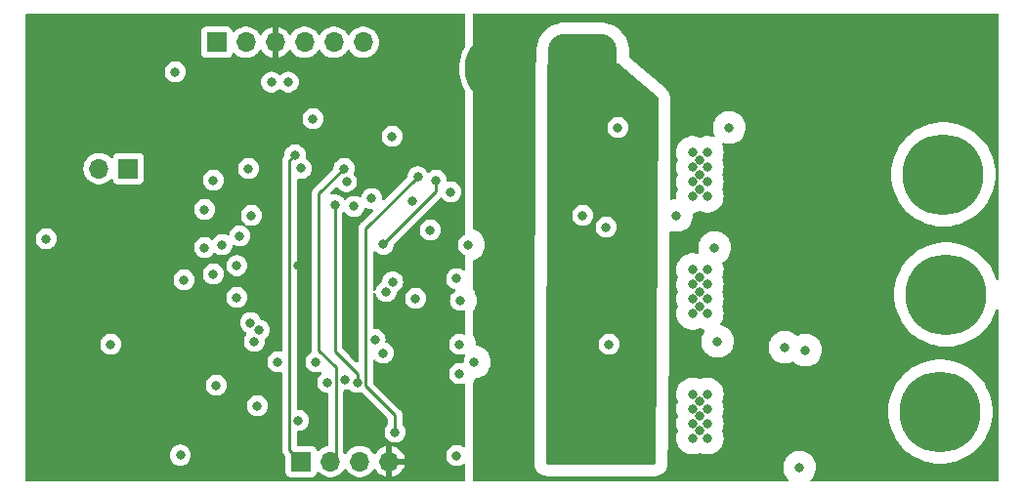
<source format=gbr>
%TF.GenerationSoftware,KiCad,Pcbnew,6.99.0-unknown-f8b157a1fb~149~ubuntu22.04.1*%
%TF.CreationDate,2022-10-15T12:14:30+11:00*%
%TF.ProjectId,STSPIN32G4,53545350-494e-4333-9247-342e6b696361,rev?*%
%TF.SameCoordinates,Original*%
%TF.FileFunction,Copper,L2,Inr*%
%TF.FilePolarity,Positive*%
%FSLAX46Y46*%
G04 Gerber Fmt 4.6, Leading zero omitted, Abs format (unit mm)*
G04 Created by KiCad (PCBNEW 6.99.0-unknown-f8b157a1fb~149~ubuntu22.04.1) date 2022-10-15 12:14:30*
%MOMM*%
%LPD*%
G01*
G04 APERTURE LIST*
G04 Aperture macros list*
%AMRoundRect*
0 Rectangle with rounded corners*
0 $1 Rounding radius*
0 $2 $3 $4 $5 $6 $7 $8 $9 X,Y pos of 4 corners*
0 Add a 4 corners polygon primitive as box body*
4,1,4,$2,$3,$4,$5,$6,$7,$8,$9,$2,$3,0*
0 Add four circle primitives for the rounded corners*
1,1,$1+$1,$2,$3*
1,1,$1+$1,$4,$5*
1,1,$1+$1,$6,$7*
1,1,$1+$1,$8,$9*
0 Add four rect primitives between the rounded corners*
20,1,$1+$1,$2,$3,$4,$5,0*
20,1,$1+$1,$4,$5,$6,$7,0*
20,1,$1+$1,$6,$7,$8,$9,0*
20,1,$1+$1,$8,$9,$2,$3,0*%
G04 Aperture macros list end*
%TA.AperFunction,ComponentPad*%
%ADD10R,1.700000X1.700000*%
%TD*%
%TA.AperFunction,ComponentPad*%
%ADD11O,1.700000X1.700000*%
%TD*%
%TA.AperFunction,ComponentPad*%
%ADD12C,7.000000*%
%TD*%
%TA.AperFunction,ComponentPad*%
%ADD13RoundRect,1.500000X1.500000X1.500000X-1.500000X1.500000X-1.500000X-1.500000X1.500000X-1.500000X0*%
%TD*%
%TA.AperFunction,ComponentPad*%
%ADD14C,6.000000*%
%TD*%
%TA.AperFunction,ViaPad*%
%ADD15C,0.800000*%
%TD*%
%TA.AperFunction,Conductor*%
%ADD16C,0.250000*%
%TD*%
G04 APERTURE END LIST*
D10*
%TO.N,SPI1_MISO*%
%TO.C,J7*%
X-52064999Y10667999D03*
D11*
%TO.N,SPI1_SCK*%
X-54604999Y10667999D03*
%TD*%
D10*
%TO.N,I2C1_SCL*%
%TO.C,J6*%
X-37083999Y-14731999D03*
D11*
%TO.N,I2C1_SDA*%
X-34543999Y-14731999D03*
%TO.N,VDD*%
X-32003999Y-14731999D03*
%TO.N,GND*%
X-29463999Y-14731999D03*
%TD*%
D12*
%TO.N,OUT3*%
%TO.C,J8*%
X18542000Y10160000D03*
%TD*%
%TO.N,OUT1*%
%TO.C,J9*%
X18288000Y-10414000D03*
%TD*%
%TO.N,OUT2*%
%TO.C,J3*%
X18796000Y-254000D03*
%TD*%
D13*
%TO.N,VM*%
%TO.C,J4*%
X-12700000Y19327000D03*
D14*
%TO.N,GND*%
X-19900000Y19327000D03*
%TD*%
D10*
%TO.N,VDD*%
%TO.C,J2*%
X-44424999Y21614999D03*
D11*
%TO.N,SWCLK*%
X-41884999Y21614999D03*
%TO.N,GND*%
X-39344999Y21614999D03*
%TO.N,SWDIO*%
X-36804999Y21614999D03*
%TO.N,nRST*%
X-34264999Y21614999D03*
%TO.N,SPI1_SCK*%
X-31724999Y21614999D03*
%TD*%
D15*
%TO.N,SPI1_MISO*%
X-36068000Y14986000D03*
%TO.N,VDD*%
X-53594000Y-4572000D03*
X-59182000Y4572000D03*
%TO.N,GND*%
X10922000Y5080000D03*
X13208000Y5080000D03*
X21844000Y-5334000D03*
X17272000Y-15494000D03*
X14732000Y-5334000D03*
X12192000Y-15494000D03*
X14732000Y-15494000D03*
X12446000Y-5334000D03*
X-19050000Y-12700000D03*
X-21336000Y-10414000D03*
X-21336000Y-12700000D03*
X-19050000Y-10414000D03*
%TO.N,SCREF*%
X-41656000Y10668000D03*
X-37092952Y10676952D03*
%TO.N,VDD*%
X-44704000Y9652000D03*
%TO.N,I2C1_SCL*%
X-37616498Y11846500D03*
%TO.N,I2C1_SDA*%
X-33365500Y10668000D03*
%TO.N,GND*%
X17780000Y16510000D03*
X15240000Y16510000D03*
X10160000Y16510000D03*
X12700000Y16510000D03*
X20320000Y16510000D03*
X17780000Y19050000D03*
X15240000Y19050000D03*
X13970000Y17780000D03*
X21336000Y17780000D03*
X19050000Y17780000D03*
X16256000Y17780000D03*
X8890000Y17780000D03*
X10160000Y19050000D03*
X12700000Y19050000D03*
X11176000Y17780000D03*
X20320000Y19050000D03*
X20320000Y21590000D03*
X19050000Y20320000D03*
X21336000Y20320000D03*
X21336000Y22860000D03*
X19050000Y22860000D03*
X13970000Y20320000D03*
X15240000Y21590000D03*
X17780000Y21590000D03*
X16256000Y22860000D03*
X13970000Y22860000D03*
X16256000Y20320000D03*
%TO.N,Net-(JP8-A)*%
X-29210000Y13462000D03*
%TO.N,GND*%
X-25146000Y20066000D03*
X-42926000Y14986000D03*
X-39624000Y-10668000D03*
X-40386000Y-15494000D03*
X11176000Y22860000D03*
X8890000Y22860000D03*
X8890000Y20320000D03*
X10160000Y21590000D03*
X11176000Y20320000D03*
X12700000Y21590000D03*
X-20320000Y14732000D03*
X-18288000Y13462000D03*
X-17780000Y4572000D03*
X-20320000Y7366000D03*
X-20320000Y5080000D03*
X-20320000Y12192000D03*
X-19558000Y13462000D03*
X-18796000Y14732000D03*
X-18288000Y7620000D03*
X-18796000Y12192000D03*
X-21336000Y13462000D03*
X-29718000Y-7112000D03*
%TO.N,VREF+*%
X-35814000Y-6096000D03*
%TO.N,GND*%
X-39370000Y-7620000D03*
%TO.N,USER2*%
X-40894000Y-9906000D03*
%TO.N,USER1*%
X-28956000Y-12192000D03*
X-26993636Y9952424D03*
%TO.N,GND*%
X-43434000Y-2794000D03*
%TO.N,VDD*%
X-48006000Y19050000D03*
%TO.N,Net-(IC1-VM)*%
X-32220500Y-7888994D03*
%TO.N,nRST*%
X-25400000Y9652000D03*
%TO.N,OPN1*%
X-27178000Y-599500D03*
%TO.N,nRST*%
X-29972000Y4101500D03*
%TO.N,OSC_IN*%
X-27432000Y7874000D03*
%TO.N,VM*%
X-15240000Y-12192000D03*
X-37338000Y-11176000D03*
%TO.N,GND*%
X-37338000Y2286000D03*
%TO.N,OSC_OUT*%
X-25908000Y5334000D03*
%TO.N,OUT2*%
X-12700000Y6604000D03*
%TO.N,OUT1*%
X-44450000Y-8128000D03*
%TO.N,GHS1*%
X-41402000Y6604000D03*
X-24130000Y8636000D03*
X-23368500Y-4572000D03*
%TO.N,VSHUNT1N*%
X-23622000Y1107500D03*
X-23622000Y-14224000D03*
X6096000Y-15240000D03*
%TO.N,GHS2*%
X-10668000Y5588000D03*
%TO.N,VSHUNT2N*%
X-23368000Y-7112000D03*
X6604000Y-5080000D03*
%TO.N,GHS1*%
X-10414000Y-4572000D03*
%TO.N,VSHUNT1P*%
X-22606000Y4064000D03*
X-22098000Y-6096000D03*
X4826000Y-4826000D03*
%TO.N,VSHUNT2P*%
X-23292497Y-762000D03*
X-4572000Y6604000D03*
%TO.N,GHS3*%
X-44704000Y1524000D03*
%TO.N,GLS2*%
X-1270000Y3810000D03*
%TO.N,GLS1*%
X-1016000Y-4318000D03*
%TO.N,GLS3*%
X-41482850Y-2703544D03*
%TO.N,GLS2*%
X-40724875Y-3355065D03*
%TO.N,GLS1*%
X-41148000Y-4318000D03*
%TO.N,GHS2*%
X-43942000Y4064000D03*
%TO.N,OUT1*%
X-45466000Y7112000D03*
%TO.N,BOOT1*%
X-42418000Y4826000D03*
%TO.N,OUT2*%
X-45466000Y3810000D03*
%TO.N,BOOT2*%
X-42672000Y2248500D03*
%TO.N,BOOT3*%
X-42672000Y-508000D03*
%TO.N,OUT3*%
X-47244000Y1016000D03*
%TO.N,GLS3*%
X0Y14224000D03*
%TO.N,GHS3*%
X-9652000Y14224000D03*
%TO.N,OUT3*%
X-1905000Y12065000D03*
X-1905000Y8255000D03*
X-1905000Y10795000D03*
X-1905000Y9525000D03*
X-2540000Y10160000D03*
X-2540000Y8890000D03*
X-3175000Y9525000D03*
X-3175000Y10795000D03*
X-2540000Y11430000D03*
X-3175000Y12065000D03*
X-3175000Y8255000D03*
%TO.N,OUT2*%
X-1905000Y-1905000D03*
X-1905000Y-635000D03*
X-2540000Y0D03*
X-2540000Y-1270000D03*
X-3175000Y-635000D03*
X-3175000Y635000D03*
X-2540000Y1270000D03*
X-3175000Y1905000D03*
X-3175000Y-1905000D03*
X-1905000Y635000D03*
X-1905000Y1905000D03*
%TO.N,OUT1*%
X-2540000Y-10795000D03*
X-3175000Y-12700000D03*
X-2540000Y-12065000D03*
X-3175000Y-11430000D03*
X-1905000Y-12700000D03*
X-1905000Y-11430000D03*
X-1905000Y-10160000D03*
X-3175000Y-10160000D03*
X-2540000Y-9525000D03*
X-3175000Y-8890000D03*
X-1905000Y-8890000D03*
%TO.N,VDD*%
X-47565420Y-14191857D03*
X-39116000Y-6096000D03*
%TO.N,VDDA*%
X-34798000Y-7874000D03*
%TO.N,OPN2*%
X-33274000Y-7620000D03*
%TO.N,OPO2*%
X-29972000Y-5334000D03*
%TO.N,OPP2*%
X-30696500Y-4155500D03*
%TO.N,OPO1*%
X-29718000Y0D03*
%TO.N,OPP1*%
X-29163576Y831636D03*
%TO.N,SW*%
X-33160681Y9525000D03*
%TO.N,Net-(IC1-VM)*%
X-34163000Y7515500D03*
%TO.N,SWDIO*%
X-38213319Y18161000D03*
X-39662319Y18161000D03*
%TO.N,VDD*%
X-30988000Y8054321D03*
%TO.N,VBAT*%
X-32512000Y7386500D03*
%TD*%
D16*
%TO.N,I2C1_SDA*%
X-33365500Y10668000D02*
X-35560000Y8473500D01*
X-35560000Y8473500D02*
X-35560000Y-5080000D01*
X-35560000Y-5080000D02*
X-34073000Y-6567000D01*
X-34073000Y-6567000D02*
X-34073000Y-14261000D01*
X-34073000Y-14261000D02*
X-34544000Y-14732000D01*
%TO.N,I2C1_SCL*%
X-37616498Y11846500D02*
X-38100000Y11362998D01*
X-38100000Y11362998D02*
X-38100000Y-13716000D01*
X-38100000Y-13716000D02*
X-37084000Y-14732000D01*
%TO.N,USER1*%
X-28956000Y-10729799D02*
X-31496000Y-8189799D01*
X-31496000Y5450060D02*
X-26993636Y9952424D01*
X-28956000Y-12192000D02*
X-28956000Y-10729799D01*
X-31496000Y-8189799D02*
X-31496000Y5450060D01*
%TO.N,Net-(IC1-VM)*%
X-32220500Y-7888994D02*
X-32220500Y-7149500D01*
X-32220500Y-7149500D02*
X-34163000Y-5207000D01*
X-34163000Y-5207000D02*
X-34163000Y7515500D01*
%TO.N,nRST*%
X-25400000Y9652000D02*
X-25400000Y8673500D01*
X-25400000Y8673500D02*
X-29972000Y4101500D01*
%TD*%
%TA.AperFunction,Conductor*%
%TO.N,VM*%
G36*
X-9630489Y19791998D02*
G01*
X-9616613Y19781668D01*
X-6140464Y16802112D01*
X-6101760Y16742593D01*
X-6096468Y16705441D01*
X-6272150Y-5254749D01*
X-6349000Y-14861008D01*
X-6369546Y-14928967D01*
X-6423572Y-14975029D01*
X-6474996Y-14986000D01*
X-15748539Y-14986000D01*
X-15816660Y-14965998D01*
X-15863153Y-14912342D01*
X-15874538Y-14859540D01*
X-15836992Y-4572000D01*
X-11327504Y-4572000D01*
X-11307542Y-4761928D01*
X-11248527Y-4943556D01*
X-11153040Y-5108944D01*
X-11025253Y-5250866D01*
X-10870752Y-5363118D01*
X-10864724Y-5365802D01*
X-10864722Y-5365803D01*
X-10702319Y-5438109D01*
X-10696288Y-5440794D01*
X-10602888Y-5460647D01*
X-10515944Y-5479128D01*
X-10515939Y-5479128D01*
X-10509487Y-5480500D01*
X-10318513Y-5480500D01*
X-10312061Y-5479128D01*
X-10312056Y-5479128D01*
X-10225112Y-5460647D01*
X-10131712Y-5440794D01*
X-10125681Y-5438109D01*
X-9963278Y-5365803D01*
X-9963276Y-5365802D01*
X-9957248Y-5363118D01*
X-9802747Y-5250866D01*
X-9674960Y-5108944D01*
X-9579473Y-4943556D01*
X-9520458Y-4761928D01*
X-9500496Y-4572000D01*
X-9520458Y-4382072D01*
X-9579473Y-4200444D01*
X-9674960Y-4035056D01*
X-9802747Y-3893134D01*
X-9957248Y-3780882D01*
X-9963276Y-3778198D01*
X-9963278Y-3778197D01*
X-10125681Y-3705891D01*
X-10125682Y-3705891D01*
X-10131712Y-3703206D01*
X-10225112Y-3683353D01*
X-10312056Y-3664872D01*
X-10312061Y-3664872D01*
X-10318513Y-3663500D01*
X-10509487Y-3663500D01*
X-10515939Y-3664872D01*
X-10515944Y-3664872D01*
X-10602888Y-3683353D01*
X-10696288Y-3703206D01*
X-10702318Y-3705891D01*
X-10702319Y-3705891D01*
X-10864722Y-3778197D01*
X-10864724Y-3778198D01*
X-10870752Y-3780882D01*
X-11025253Y-3893134D01*
X-11153040Y-4035056D01*
X-11248527Y-4200444D01*
X-11307542Y-4382072D01*
X-11327504Y-4572000D01*
X-15836992Y-4572000D01*
X-15799912Y5588000D01*
X-11581504Y5588000D01*
X-11561542Y5398072D01*
X-11502527Y5216444D01*
X-11407040Y5051056D01*
X-11279253Y4909134D01*
X-11124752Y4796882D01*
X-11118724Y4794198D01*
X-11118722Y4794197D01*
X-10956319Y4721891D01*
X-10950288Y4719206D01*
X-10856887Y4699353D01*
X-10769944Y4680872D01*
X-10769939Y4680872D01*
X-10763487Y4679500D01*
X-10572513Y4679500D01*
X-10566061Y4680872D01*
X-10566056Y4680872D01*
X-10479113Y4699353D01*
X-10385712Y4719206D01*
X-10379681Y4721891D01*
X-10217278Y4794197D01*
X-10217276Y4794198D01*
X-10211248Y4796882D01*
X-10056747Y4909134D01*
X-9928960Y5051056D01*
X-9833473Y5216444D01*
X-9774458Y5398072D01*
X-9754496Y5588000D01*
X-9755186Y5594565D01*
X-9773768Y5771365D01*
X-9773768Y5771367D01*
X-9774458Y5777928D01*
X-9833473Y5959556D01*
X-9928960Y6124944D01*
X-10056747Y6266866D01*
X-10211248Y6379118D01*
X-10217276Y6381802D01*
X-10217278Y6381803D01*
X-10379681Y6454109D01*
X-10379682Y6454109D01*
X-10385712Y6456794D01*
X-10479113Y6476647D01*
X-10566056Y6495128D01*
X-10566061Y6495128D01*
X-10572513Y6496500D01*
X-10763487Y6496500D01*
X-10769939Y6495128D01*
X-10769944Y6495128D01*
X-10856888Y6476647D01*
X-10950288Y6456794D01*
X-10956318Y6454109D01*
X-10956319Y6454109D01*
X-11118722Y6381803D01*
X-11118724Y6381802D01*
X-11124752Y6379118D01*
X-11279253Y6266866D01*
X-11407040Y6124944D01*
X-11502527Y5959556D01*
X-11561542Y5777928D01*
X-11562232Y5771367D01*
X-11562232Y5771365D01*
X-11580814Y5594565D01*
X-11581504Y5588000D01*
X-15799912Y5588000D01*
X-15796204Y6604000D01*
X-13613504Y6604000D01*
X-13612814Y6597435D01*
X-13598176Y6458166D01*
X-13593542Y6414072D01*
X-13534527Y6232444D01*
X-13439040Y6067056D01*
X-13311253Y5925134D01*
X-13156752Y5812882D01*
X-13150724Y5810198D01*
X-13150722Y5810197D01*
X-13078244Y5777928D01*
X-12982288Y5735206D01*
X-12888887Y5715353D01*
X-12801944Y5696872D01*
X-12801939Y5696872D01*
X-12795487Y5695500D01*
X-12604513Y5695500D01*
X-12598061Y5696872D01*
X-12598056Y5696872D01*
X-12511113Y5715353D01*
X-12417712Y5735206D01*
X-12321756Y5777928D01*
X-12249278Y5810197D01*
X-12249276Y5810198D01*
X-12243248Y5812882D01*
X-12088747Y5925134D01*
X-11960960Y6067056D01*
X-11865473Y6232444D01*
X-11806458Y6414072D01*
X-11801823Y6458166D01*
X-11787186Y6597435D01*
X-11786496Y6604000D01*
X-11806458Y6793928D01*
X-11865473Y6975556D01*
X-11960960Y7140944D01*
X-12088747Y7282866D01*
X-12243248Y7395118D01*
X-12249276Y7397802D01*
X-12249278Y7397803D01*
X-12411681Y7470109D01*
X-12411682Y7470109D01*
X-12417712Y7472794D01*
X-12511113Y7492647D01*
X-12598056Y7511128D01*
X-12598061Y7511128D01*
X-12604513Y7512500D01*
X-12795487Y7512500D01*
X-12801939Y7511128D01*
X-12801944Y7511128D01*
X-12888887Y7492647D01*
X-12982288Y7472794D01*
X-12988318Y7470109D01*
X-12988319Y7470109D01*
X-13150722Y7397803D01*
X-13150724Y7397802D01*
X-13156752Y7395118D01*
X-13311253Y7282866D01*
X-13439040Y7140944D01*
X-13534527Y6975556D01*
X-13593542Y6793928D01*
X-13613504Y6604000D01*
X-15796204Y6604000D01*
X-15768394Y14224000D01*
X-10565504Y14224000D01*
X-10545542Y14034072D01*
X-10486527Y13852444D01*
X-10391040Y13687056D01*
X-10263253Y13545134D01*
X-10108752Y13432882D01*
X-10102724Y13430198D01*
X-10102722Y13430197D01*
X-9940319Y13357891D01*
X-9934288Y13355206D01*
X-9840887Y13335353D01*
X-9753944Y13316872D01*
X-9753939Y13316872D01*
X-9747487Y13315500D01*
X-9556513Y13315500D01*
X-9550061Y13316872D01*
X-9550056Y13316872D01*
X-9463112Y13335353D01*
X-9369712Y13355206D01*
X-9363681Y13357891D01*
X-9201278Y13430197D01*
X-9201276Y13430198D01*
X-9195248Y13432882D01*
X-9040747Y13545134D01*
X-8912960Y13687056D01*
X-8817473Y13852444D01*
X-8758458Y14034072D01*
X-8738496Y14224000D01*
X-8758458Y14413928D01*
X-8817473Y14595556D01*
X-8912960Y14760944D01*
X-9040747Y14902866D01*
X-9195248Y15015118D01*
X-9201276Y15017802D01*
X-9201278Y15017803D01*
X-9363681Y15090109D01*
X-9363682Y15090109D01*
X-9369712Y15092794D01*
X-9463113Y15112647D01*
X-9550056Y15131128D01*
X-9550061Y15131128D01*
X-9556513Y15132500D01*
X-9747487Y15132500D01*
X-9753939Y15131128D01*
X-9753944Y15131128D01*
X-9840887Y15112647D01*
X-9934288Y15092794D01*
X-9940318Y15090109D01*
X-9940319Y15090109D01*
X-10102722Y15017803D01*
X-10102724Y15017802D01*
X-10108752Y15015118D01*
X-10263253Y14902866D01*
X-10391040Y14760944D01*
X-10486527Y14595556D01*
X-10545542Y14413928D01*
X-10565504Y14224000D01*
X-15768394Y14224000D01*
X-15748458Y19686460D01*
X-15728208Y19754507D01*
X-15674383Y19800804D01*
X-15622459Y19812000D01*
X-9698610Y19812000D01*
X-9630489Y19791998D01*
G37*
%TD.AperFunction*%
%TD*%
%TA.AperFunction,Conductor*%
%TO.N,GND*%
G36*
X-22917879Y24099498D02*
G01*
X-22871386Y24045842D01*
X-22860000Y23993500D01*
X-22860000Y21247285D01*
X-22880327Y21178660D01*
X-22940395Y21086163D01*
X-22943683Y21080468D01*
X-23107620Y20758725D01*
X-23110296Y20752714D01*
X-23239700Y20415605D01*
X-23241740Y20409328D01*
X-23335198Y20060537D01*
X-23336567Y20054099D01*
X-23393055Y19697440D01*
X-23393743Y19690896D01*
X-23412641Y19330301D01*
X-23412641Y19323699D01*
X-23393743Y18963104D01*
X-23393055Y18956560D01*
X-23336567Y18599901D01*
X-23335198Y18593463D01*
X-23241740Y18244672D01*
X-23239700Y18238395D01*
X-23110296Y17901286D01*
X-23107620Y17895275D01*
X-22943683Y17573532D01*
X-22940395Y17567837D01*
X-22880327Y17475340D01*
X-22860000Y17406715D01*
X-22860000Y5027214D01*
X-22880002Y4959093D01*
X-22934752Y4912107D01*
X-23056719Y4857805D01*
X-23056726Y4857801D01*
X-23062752Y4855118D01*
X-23068093Y4851238D01*
X-23068094Y4851237D01*
X-23102829Y4826000D01*
X-23217253Y4742866D01*
X-23221674Y4737956D01*
X-23221675Y4737955D01*
X-23319063Y4629794D01*
X-23345040Y4600944D01*
X-23440527Y4435556D01*
X-23499542Y4253928D01*
X-23500232Y4247367D01*
X-23500232Y4247365D01*
X-23511259Y4142450D01*
X-23519504Y4064000D01*
X-23518814Y4057435D01*
X-23501137Y3889251D01*
X-23499542Y3874072D01*
X-23440527Y3692444D01*
X-23345040Y3527056D01*
X-23340622Y3522149D01*
X-23340621Y3522148D01*
X-23255440Y3427545D01*
X-23217253Y3385134D01*
X-23062752Y3272882D01*
X-23056726Y3270199D01*
X-23056719Y3270195D01*
X-22934752Y3215893D01*
X-22880656Y3169913D01*
X-22860000Y3100786D01*
X-22860000Y1924131D01*
X-22880002Y1856010D01*
X-22933658Y1809517D01*
X-23003932Y1799413D01*
X-23060061Y1822195D01*
X-23159906Y1894737D01*
X-23159907Y1894738D01*
X-23165248Y1898618D01*
X-23171276Y1901302D01*
X-23171278Y1901303D01*
X-23333681Y1973609D01*
X-23333682Y1973609D01*
X-23339712Y1976294D01*
X-23433112Y1996147D01*
X-23520056Y2014628D01*
X-23520061Y2014628D01*
X-23526513Y2016000D01*
X-23717487Y2016000D01*
X-23723939Y2014628D01*
X-23723944Y2014628D01*
X-23810888Y1996147D01*
X-23904288Y1976294D01*
X-23910318Y1973609D01*
X-23910319Y1973609D01*
X-24072722Y1901303D01*
X-24072724Y1901302D01*
X-24078752Y1898618D01*
X-24233253Y1786366D01*
X-24237674Y1781456D01*
X-24237675Y1781455D01*
X-24298476Y1713928D01*
X-24361040Y1644444D01*
X-24456527Y1479056D01*
X-24515542Y1297428D01*
X-24516232Y1290867D01*
X-24516232Y1290865D01*
X-24525849Y1199365D01*
X-24535504Y1107500D01*
X-24515542Y917572D01*
X-24456527Y735944D01*
X-24361040Y570556D01*
X-24233253Y428634D01*
X-24078752Y316382D01*
X-24072724Y313698D01*
X-24072722Y313697D01*
X-23910319Y241391D01*
X-23904288Y238706D01*
X-23857510Y228763D01*
X-23837977Y224611D01*
X-23775503Y190882D01*
X-23741182Y128733D01*
X-23745910Y57894D01*
X-23790112Y-571D01*
X-23903750Y-83134D01*
X-23908171Y-88044D01*
X-23908172Y-88045D01*
X-24005560Y-196206D01*
X-24031537Y-225056D01*
X-24127024Y-390444D01*
X-24186039Y-572072D01*
X-24186729Y-578633D01*
X-24186729Y-578635D01*
X-24198577Y-691365D01*
X-24206001Y-762000D01*
X-24205311Y-768565D01*
X-24190603Y-908500D01*
X-24186039Y-951928D01*
X-24127024Y-1133556D01*
X-24031537Y-1298944D01*
X-24027119Y-1303851D01*
X-24027118Y-1303852D01*
X-23946576Y-1393303D01*
X-23903750Y-1440866D01*
X-23749249Y-1553118D01*
X-23743221Y-1555802D01*
X-23743219Y-1555803D01*
X-23580816Y-1628109D01*
X-23574785Y-1630794D01*
X-23481384Y-1650647D01*
X-23394441Y-1669128D01*
X-23394436Y-1669128D01*
X-23387984Y-1670500D01*
X-23197010Y-1670500D01*
X-23190558Y-1669128D01*
X-23190553Y-1669128D01*
X-23012197Y-1631217D01*
X-22941406Y-1636619D01*
X-22884773Y-1679436D01*
X-22860280Y-1746074D01*
X-22860000Y-1754464D01*
X-22860000Y-3609899D01*
X-22880002Y-3678020D01*
X-22933658Y-3724513D01*
X-23003932Y-3734617D01*
X-23037249Y-3725005D01*
X-23080173Y-3705894D01*
X-23080179Y-3705892D01*
X-23086212Y-3703206D01*
X-23179612Y-3683353D01*
X-23266556Y-3664872D01*
X-23266561Y-3664872D01*
X-23273013Y-3663500D01*
X-23463987Y-3663500D01*
X-23470439Y-3664872D01*
X-23470444Y-3664872D01*
X-23557388Y-3683353D01*
X-23650788Y-3703206D01*
X-23656818Y-3705891D01*
X-23656819Y-3705891D01*
X-23819222Y-3778197D01*
X-23819224Y-3778198D01*
X-23825252Y-3780882D01*
X-23979753Y-3893134D01*
X-23984174Y-3898044D01*
X-23984175Y-3898045D01*
X-24044976Y-3965572D01*
X-24107540Y-4035056D01*
X-24203027Y-4200444D01*
X-24262042Y-4382072D01*
X-24282004Y-4572000D01*
X-24281314Y-4578565D01*
X-24273674Y-4651251D01*
X-24262042Y-4761928D01*
X-24203027Y-4943556D01*
X-24107540Y-5108944D01*
X-24103122Y-5113851D01*
X-24103121Y-5113852D01*
X-24002928Y-5225128D01*
X-23979753Y-5250866D01*
X-23950908Y-5271823D01*
X-23856293Y-5340565D01*
X-23825252Y-5363118D01*
X-23819224Y-5365802D01*
X-23819222Y-5365803D01*
X-23656819Y-5438109D01*
X-23650788Y-5440794D01*
X-23557388Y-5460647D01*
X-23470444Y-5479128D01*
X-23470439Y-5479128D01*
X-23463987Y-5480500D01*
X-23273013Y-5480500D01*
X-23266561Y-5479128D01*
X-23266556Y-5479128D01*
X-23179612Y-5460647D01*
X-23086212Y-5440794D01*
X-23080179Y-5438108D01*
X-23080173Y-5438106D01*
X-23037249Y-5418995D01*
X-22966882Y-5409560D01*
X-22902585Y-5439666D01*
X-22864772Y-5499755D01*
X-22860000Y-5534101D01*
X-22860000Y-5565063D01*
X-22876881Y-5628062D01*
X-22932527Y-5724444D01*
X-22991542Y-5906072D01*
X-22992232Y-5912633D01*
X-22992232Y-5912635D01*
X-23004669Y-6030971D01*
X-23011504Y-6096000D01*
X-23010814Y-6102565D01*
X-23010814Y-6103528D01*
X-23030816Y-6171649D01*
X-23084472Y-6218142D01*
X-23154746Y-6228246D01*
X-23163010Y-6226775D01*
X-23266054Y-6204873D01*
X-23266053Y-6204873D01*
X-23272513Y-6203500D01*
X-23463487Y-6203500D01*
X-23469939Y-6204872D01*
X-23469944Y-6204872D01*
X-23532372Y-6218142D01*
X-23650288Y-6243206D01*
X-23656318Y-6245891D01*
X-23656319Y-6245891D01*
X-23818722Y-6318197D01*
X-23818724Y-6318198D01*
X-23824752Y-6320882D01*
X-23830093Y-6324762D01*
X-23830094Y-6324763D01*
X-23880157Y-6361136D01*
X-23979253Y-6433134D01*
X-24107040Y-6575056D01*
X-24202527Y-6740444D01*
X-24261542Y-6922072D01*
X-24262232Y-6928633D01*
X-24262232Y-6928635D01*
X-24278444Y-7082882D01*
X-24281504Y-7112000D01*
X-24280814Y-7118565D01*
X-24266176Y-7257834D01*
X-24261542Y-7301928D01*
X-24202527Y-7483556D01*
X-24107040Y-7648944D01*
X-24102622Y-7653851D01*
X-24102621Y-7653852D01*
X-24075411Y-7684072D01*
X-23979253Y-7790866D01*
X-23880157Y-7862864D01*
X-23855793Y-7880565D01*
X-23824752Y-7903118D01*
X-23818724Y-7905802D01*
X-23818722Y-7905803D01*
X-23698751Y-7959217D01*
X-23650288Y-7980794D01*
X-23556888Y-8000647D01*
X-23469944Y-8019128D01*
X-23469939Y-8019128D01*
X-23463487Y-8020500D01*
X-23272513Y-8020500D01*
X-23266061Y-8019128D01*
X-23266056Y-8019128D01*
X-23179112Y-8000647D01*
X-23085712Y-7980794D01*
X-23037249Y-7959217D01*
X-22966882Y-7949783D01*
X-22902585Y-7979890D01*
X-22864771Y-8039978D01*
X-22860000Y-8074324D01*
X-22860000Y-13407369D01*
X-22880002Y-13475490D01*
X-22933658Y-13521983D01*
X-23003932Y-13532087D01*
X-23060061Y-13509305D01*
X-23159906Y-13436763D01*
X-23159907Y-13436762D01*
X-23165248Y-13432882D01*
X-23171276Y-13430198D01*
X-23171278Y-13430197D01*
X-23333681Y-13357891D01*
X-23333682Y-13357891D01*
X-23339712Y-13355206D01*
X-23433112Y-13335353D01*
X-23520056Y-13316872D01*
X-23520061Y-13316872D01*
X-23526513Y-13315500D01*
X-23717487Y-13315500D01*
X-23723939Y-13316872D01*
X-23723944Y-13316872D01*
X-23810887Y-13335353D01*
X-23904288Y-13355206D01*
X-23910318Y-13357891D01*
X-23910319Y-13357891D01*
X-24072722Y-13430197D01*
X-24072724Y-13430198D01*
X-24078752Y-13432882D01*
X-24233253Y-13545134D01*
X-24237674Y-13550044D01*
X-24237675Y-13550045D01*
X-24332098Y-13654913D01*
X-24361040Y-13687056D01*
X-24400762Y-13755856D01*
X-24446651Y-13835339D01*
X-24456527Y-13852444D01*
X-24515542Y-14034072D01*
X-24516232Y-14040633D01*
X-24516232Y-14040635D01*
X-24523245Y-14107362D01*
X-24535504Y-14224000D01*
X-24534814Y-14230565D01*
X-24518260Y-14388063D01*
X-24515542Y-14413928D01*
X-24456527Y-14595556D01*
X-24361040Y-14760944D01*
X-24356622Y-14765851D01*
X-24356621Y-14765852D01*
X-24237675Y-14897955D01*
X-24233253Y-14902866D01*
X-24078752Y-15015118D01*
X-24072724Y-15017802D01*
X-24072722Y-15017803D01*
X-23910319Y-15090109D01*
X-23904288Y-15092794D01*
X-23810887Y-15112647D01*
X-23723944Y-15131128D01*
X-23723939Y-15131128D01*
X-23717487Y-15132500D01*
X-23526513Y-15132500D01*
X-23520061Y-15131128D01*
X-23520056Y-15131128D01*
X-23433113Y-15112647D01*
X-23339712Y-15092794D01*
X-23333681Y-15090109D01*
X-23171278Y-15017803D01*
X-23171276Y-15017802D01*
X-23165248Y-15015118D01*
X-23129946Y-14989470D01*
X-23060061Y-14938695D01*
X-22993193Y-14914837D01*
X-22924042Y-14930917D01*
X-22874562Y-14981831D01*
X-22860000Y-15040631D01*
X-22860000Y-16373500D01*
X-22880002Y-16441621D01*
X-22933658Y-16488114D01*
X-22986000Y-16499500D01*
X-60823500Y-16499500D01*
X-60891621Y-16479498D01*
X-60938114Y-16425842D01*
X-60949500Y-16373500D01*
X-60949500Y-14191857D01*
X-48478924Y-14191857D01*
X-48458962Y-14381785D01*
X-48399947Y-14563413D01*
X-48304460Y-14728801D01*
X-48300042Y-14733708D01*
X-48300041Y-14733709D01*
X-48271099Y-14765852D01*
X-48176673Y-14870723D01*
X-48022172Y-14982975D01*
X-48016144Y-14985659D01*
X-48016142Y-14985660D01*
X-47943947Y-15017803D01*
X-47847708Y-15060651D01*
X-47754307Y-15080504D01*
X-47667364Y-15098985D01*
X-47667359Y-15098985D01*
X-47660907Y-15100357D01*
X-47469933Y-15100357D01*
X-47463481Y-15098985D01*
X-47463476Y-15098985D01*
X-47376533Y-15080504D01*
X-47283132Y-15060651D01*
X-47186893Y-15017803D01*
X-47114698Y-14985660D01*
X-47114696Y-14985659D01*
X-47108668Y-14982975D01*
X-46954167Y-14870723D01*
X-46859741Y-14765852D01*
X-46830799Y-14733709D01*
X-46830798Y-14733708D01*
X-46826380Y-14728801D01*
X-46730893Y-14563413D01*
X-46671878Y-14381785D01*
X-46651916Y-14191857D01*
X-46662808Y-14088222D01*
X-46671188Y-14008492D01*
X-46671188Y-14008490D01*
X-46671878Y-14001929D01*
X-46730893Y-13820301D01*
X-46745291Y-13795362D01*
X-46781336Y-13732931D01*
X-46826380Y-13654913D01*
X-46850088Y-13628582D01*
X-46949745Y-13517902D01*
X-46949746Y-13517901D01*
X-46954167Y-13512991D01*
X-47068123Y-13430197D01*
X-47103326Y-13404620D01*
X-47103327Y-13404619D01*
X-47108668Y-13400739D01*
X-47114696Y-13398055D01*
X-47114698Y-13398054D01*
X-47277101Y-13325748D01*
X-47277102Y-13325748D01*
X-47283132Y-13323063D01*
X-47376532Y-13303210D01*
X-47463476Y-13284729D01*
X-47463481Y-13284729D01*
X-47469933Y-13283357D01*
X-47660907Y-13283357D01*
X-47667359Y-13284729D01*
X-47667364Y-13284729D01*
X-47754307Y-13303210D01*
X-47847708Y-13323063D01*
X-47853738Y-13325748D01*
X-47853739Y-13325748D01*
X-48016142Y-13398054D01*
X-48016144Y-13398055D01*
X-48022172Y-13400739D01*
X-48027513Y-13404619D01*
X-48027514Y-13404620D01*
X-48062717Y-13430197D01*
X-48176673Y-13512991D01*
X-48181094Y-13517901D01*
X-48181095Y-13517902D01*
X-48280751Y-13628582D01*
X-48304460Y-13654913D01*
X-48349504Y-13732931D01*
X-48385548Y-13795362D01*
X-48399947Y-13820301D01*
X-48458962Y-14001929D01*
X-48459652Y-14008490D01*
X-48459652Y-14008492D01*
X-48468032Y-14088222D01*
X-48478924Y-14191857D01*
X-60949500Y-14191857D01*
X-60949500Y-9906000D01*
X-41807504Y-9906000D01*
X-41787542Y-10095928D01*
X-41728527Y-10277556D01*
X-41725224Y-10283278D01*
X-41725223Y-10283279D01*
X-41693378Y-10338436D01*
X-41633040Y-10442944D01*
X-41628622Y-10447851D01*
X-41628621Y-10447852D01*
X-41524372Y-10563632D01*
X-41505253Y-10584866D01*
X-41350752Y-10697118D01*
X-41344724Y-10699802D01*
X-41344722Y-10699803D01*
X-41182319Y-10772109D01*
X-41176288Y-10774794D01*
X-41105267Y-10789890D01*
X-40995944Y-10813128D01*
X-40995939Y-10813128D01*
X-40989487Y-10814500D01*
X-40798513Y-10814500D01*
X-40792061Y-10813128D01*
X-40792056Y-10813128D01*
X-40682733Y-10789890D01*
X-40611712Y-10774794D01*
X-40605681Y-10772109D01*
X-40443278Y-10699803D01*
X-40443276Y-10699802D01*
X-40437248Y-10697118D01*
X-40282747Y-10584866D01*
X-40263628Y-10563632D01*
X-40159379Y-10447852D01*
X-40159378Y-10447851D01*
X-40154960Y-10442944D01*
X-40094622Y-10338436D01*
X-40062777Y-10283279D01*
X-40062776Y-10283278D01*
X-40059473Y-10277556D01*
X-40000458Y-10095928D01*
X-39980496Y-9906000D01*
X-40000458Y-9716072D01*
X-40059473Y-9534444D01*
X-40154960Y-9369056D01*
X-40282747Y-9227134D01*
X-40437248Y-9114882D01*
X-40443276Y-9112198D01*
X-40443278Y-9112197D01*
X-40605681Y-9039891D01*
X-40605682Y-9039891D01*
X-40611712Y-9037206D01*
X-40705113Y-9017353D01*
X-40792056Y-8998872D01*
X-40792061Y-8998872D01*
X-40798513Y-8997500D01*
X-40989487Y-8997500D01*
X-40995939Y-8998872D01*
X-40995944Y-8998872D01*
X-41082888Y-9017353D01*
X-41176288Y-9037206D01*
X-41182318Y-9039891D01*
X-41182319Y-9039891D01*
X-41344722Y-9112197D01*
X-41344724Y-9112198D01*
X-41350752Y-9114882D01*
X-41505253Y-9227134D01*
X-41633040Y-9369056D01*
X-41728527Y-9534444D01*
X-41787542Y-9716072D01*
X-41807504Y-9906000D01*
X-60949500Y-9906000D01*
X-60949500Y-8128000D01*
X-45363504Y-8128000D01*
X-45343542Y-8317928D01*
X-45284527Y-8499556D01*
X-45189040Y-8664944D01*
X-45184622Y-8669851D01*
X-45184621Y-8669852D01*
X-45070927Y-8796122D01*
X-45061253Y-8806866D01*
X-44962157Y-8878864D01*
X-44921366Y-8908500D01*
X-44906752Y-8919118D01*
X-44900724Y-8921802D01*
X-44900722Y-8921803D01*
X-44738319Y-8994109D01*
X-44732288Y-8996794D01*
X-44638888Y-9016647D01*
X-44551944Y-9035128D01*
X-44551939Y-9035128D01*
X-44545487Y-9036500D01*
X-44354513Y-9036500D01*
X-44348061Y-9035128D01*
X-44348056Y-9035128D01*
X-44261112Y-9016647D01*
X-44167712Y-8996794D01*
X-44161681Y-8994109D01*
X-43999278Y-8921803D01*
X-43999276Y-8921802D01*
X-43993248Y-8919118D01*
X-43978633Y-8908500D01*
X-43937843Y-8878864D01*
X-43838747Y-8806866D01*
X-43829073Y-8796122D01*
X-43715379Y-8669852D01*
X-43715378Y-8669851D01*
X-43710960Y-8664944D01*
X-43615473Y-8499556D01*
X-43556458Y-8317928D01*
X-43536496Y-8128000D01*
X-43537186Y-8121435D01*
X-43555768Y-7944635D01*
X-43555768Y-7944633D01*
X-43556458Y-7938072D01*
X-43615473Y-7756444D01*
X-43710960Y-7591056D01*
X-43790746Y-7502444D01*
X-43834325Y-7454045D01*
X-43834326Y-7454044D01*
X-43838747Y-7449134D01*
X-43993248Y-7336882D01*
X-43999276Y-7334198D01*
X-43999278Y-7334197D01*
X-44161681Y-7261891D01*
X-44161682Y-7261891D01*
X-44167712Y-7259206D01*
X-44261113Y-7239353D01*
X-44348056Y-7220872D01*
X-44348061Y-7220872D01*
X-44354513Y-7219500D01*
X-44545487Y-7219500D01*
X-44551939Y-7220872D01*
X-44551944Y-7220872D01*
X-44638888Y-7239353D01*
X-44732288Y-7259206D01*
X-44738318Y-7261891D01*
X-44738319Y-7261891D01*
X-44900722Y-7334197D01*
X-44900724Y-7334198D01*
X-44906752Y-7336882D01*
X-45061253Y-7449134D01*
X-45065674Y-7454044D01*
X-45065675Y-7454045D01*
X-45109253Y-7502444D01*
X-45189040Y-7591056D01*
X-45284527Y-7756444D01*
X-45343542Y-7938072D01*
X-45344232Y-7944633D01*
X-45344232Y-7944635D01*
X-45362814Y-8121435D01*
X-45363504Y-8128000D01*
X-60949500Y-8128000D01*
X-60949500Y-6096000D01*
X-40029504Y-6096000D01*
X-40028814Y-6102565D01*
X-40014106Y-6242500D01*
X-40009542Y-6285928D01*
X-39950527Y-6467556D01*
X-39855040Y-6632944D01*
X-39727253Y-6774866D01*
X-39572752Y-6887118D01*
X-39566724Y-6889802D01*
X-39566722Y-6889803D01*
X-39404321Y-6962108D01*
X-39398288Y-6964794D01*
X-39304887Y-6984647D01*
X-39217944Y-7003128D01*
X-39217939Y-7003128D01*
X-39211487Y-7004500D01*
X-39020513Y-7004500D01*
X-39014061Y-7003128D01*
X-39014056Y-7003128D01*
X-38885697Y-6975844D01*
X-38814906Y-6981246D01*
X-38758274Y-7024063D01*
X-38733780Y-7090701D01*
X-38733500Y-7099091D01*
X-38733500Y-13637233D01*
X-38734027Y-13648416D01*
X-38735702Y-13655909D01*
X-38735453Y-13663835D01*
X-38735453Y-13663836D01*
X-38733562Y-13723986D01*
X-38733500Y-13727945D01*
X-38733500Y-13755856D01*
X-38733003Y-13759790D01*
X-38733003Y-13759791D01*
X-38732995Y-13759856D01*
X-38732062Y-13771693D01*
X-38730673Y-13815889D01*
X-38725022Y-13835339D01*
X-38721013Y-13854700D01*
X-38718474Y-13874797D01*
X-38715555Y-13882168D01*
X-38715555Y-13882170D01*
X-38702196Y-13915912D01*
X-38698351Y-13927142D01*
X-38686018Y-13969593D01*
X-38681985Y-13976412D01*
X-38681983Y-13976417D01*
X-38675707Y-13987028D01*
X-38667012Y-14004776D01*
X-38659552Y-14023617D01*
X-38654890Y-14030033D01*
X-38654890Y-14030034D01*
X-38633564Y-14059387D01*
X-38627048Y-14069307D01*
X-38622386Y-14077189D01*
X-38604542Y-14107362D01*
X-38590221Y-14121683D01*
X-38577381Y-14136716D01*
X-38565472Y-14153107D01*
X-38559366Y-14158158D01*
X-38531395Y-14181298D01*
X-38522616Y-14189288D01*
X-38479405Y-14232499D01*
X-38445379Y-14294811D01*
X-38442500Y-14321594D01*
X-38442500Y-15630638D01*
X-38435989Y-15691201D01*
X-38384889Y-15828204D01*
X-38379490Y-15835416D01*
X-38379489Y-15835418D01*
X-38353610Y-15869988D01*
X-38297261Y-15945261D01*
X-38180204Y-16032889D01*
X-38043201Y-16083989D01*
X-38006295Y-16087957D01*
X-37985988Y-16090140D01*
X-37985985Y-16090140D01*
X-37982638Y-16090500D01*
X-36185362Y-16090500D01*
X-36182015Y-16090140D01*
X-36182012Y-16090140D01*
X-36161705Y-16087957D01*
X-36124799Y-16083989D01*
X-35987796Y-16032889D01*
X-35870739Y-15945261D01*
X-35814390Y-15869988D01*
X-35788511Y-15835418D01*
X-35788510Y-15835416D01*
X-35783111Y-15828204D01*
X-35739002Y-15709944D01*
X-35696455Y-15653108D01*
X-35629935Y-15628297D01*
X-35560561Y-15643388D01*
X-35528245Y-15668638D01*
X-35507474Y-15691201D01*
X-35467240Y-15734906D01*
X-35289576Y-15873189D01*
X-35091574Y-15980342D01*
X-34878635Y-16053444D01*
X-34873501Y-16054301D01*
X-34873496Y-16054302D01*
X-34661706Y-16089643D01*
X-34661704Y-16089643D01*
X-34656569Y-16090500D01*
X-34431431Y-16090500D01*
X-34426296Y-16089643D01*
X-34426294Y-16089643D01*
X-34214504Y-16054302D01*
X-34214499Y-16054301D01*
X-34209365Y-16053444D01*
X-33996426Y-15980342D01*
X-33798424Y-15873189D01*
X-33620760Y-15734906D01*
X-33536511Y-15643388D01*
X-33471806Y-15573101D01*
X-33471803Y-15573097D01*
X-33468278Y-15569268D01*
X-33379483Y-15433357D01*
X-33325479Y-15387268D01*
X-33255132Y-15377693D01*
X-33190774Y-15407670D01*
X-33168517Y-15433357D01*
X-33079722Y-15569268D01*
X-33076197Y-15573097D01*
X-33076194Y-15573101D01*
X-33011489Y-15643388D01*
X-32927240Y-15734906D01*
X-32749576Y-15873189D01*
X-32551574Y-15980342D01*
X-32338635Y-16053444D01*
X-32333501Y-16054301D01*
X-32333496Y-16054302D01*
X-32121706Y-16089643D01*
X-32121704Y-16089643D01*
X-32116569Y-16090500D01*
X-31891431Y-16090500D01*
X-31886296Y-16089643D01*
X-31886294Y-16089643D01*
X-31674504Y-16054302D01*
X-31674499Y-16054301D01*
X-31669365Y-16053444D01*
X-31456426Y-15980342D01*
X-31258424Y-15873189D01*
X-31080760Y-15734906D01*
X-30996511Y-15643388D01*
X-30931806Y-15573101D01*
X-30931803Y-15573097D01*
X-30928278Y-15569268D01*
X-30839184Y-15432899D01*
X-30785180Y-15386811D01*
X-30714832Y-15377236D01*
X-30650475Y-15407214D01*
X-30628218Y-15432899D01*
X-30542177Y-15564593D01*
X-30535790Y-15572799D01*
X-30390432Y-15730700D01*
X-30382789Y-15737737D01*
X-30213411Y-15869569D01*
X-30204718Y-15875248D01*
X-30015957Y-15977401D01*
X-30006440Y-15981575D01*
X-29803443Y-16051264D01*
X-29793373Y-16053815D01*
X-29735867Y-16063411D01*
X-29722352Y-16061777D01*
X-29718222Y-16048277D01*
X-29210000Y-16048277D01*
X-29206164Y-16061340D01*
X-29191416Y-16063291D01*
X-29134627Y-16053815D01*
X-29124557Y-16051264D01*
X-28921560Y-15981575D01*
X-28912043Y-15977401D01*
X-28723282Y-15875248D01*
X-28714589Y-15869569D01*
X-28545211Y-15737737D01*
X-28537568Y-15730700D01*
X-28392210Y-15572799D01*
X-28385823Y-15564593D01*
X-28268431Y-15384913D01*
X-28263488Y-15375778D01*
X-28177270Y-15179223D01*
X-28173900Y-15169408D01*
X-28131903Y-15003561D01*
X-28132433Y-14989470D01*
X-28140855Y-14986000D01*
X-29191885Y-14986000D01*
X-29207124Y-14990475D01*
X-29208329Y-14991865D01*
X-29210000Y-14999548D01*
X-29210000Y-16048277D01*
X-29718222Y-16048277D01*
X-29718000Y-16047551D01*
X-29718000Y-14459885D01*
X-29210000Y-14459885D01*
X-29205525Y-14475124D01*
X-29204135Y-14476329D01*
X-29196452Y-14478000D01*
X-28145571Y-14478000D01*
X-28132040Y-14474027D01*
X-28130744Y-14465014D01*
X-28173900Y-14294592D01*
X-28177270Y-14284777D01*
X-28263488Y-14088222D01*
X-28268431Y-14079087D01*
X-28385823Y-13899407D01*
X-28392210Y-13891201D01*
X-28537568Y-13733300D01*
X-28545211Y-13726263D01*
X-28714589Y-13594431D01*
X-28723282Y-13588752D01*
X-28912043Y-13486599D01*
X-28921560Y-13482425D01*
X-29124557Y-13412736D01*
X-29134627Y-13410185D01*
X-29192133Y-13400589D01*
X-29205648Y-13402223D01*
X-29210000Y-13416449D01*
X-29210000Y-14459885D01*
X-29718000Y-14459885D01*
X-29718000Y-13415723D01*
X-29721836Y-13402660D01*
X-29736584Y-13400709D01*
X-29793373Y-13410185D01*
X-29803443Y-13412736D01*
X-30006440Y-13482425D01*
X-30015957Y-13486599D01*
X-30204718Y-13588752D01*
X-30213411Y-13594431D01*
X-30382789Y-13726263D01*
X-30390432Y-13733300D01*
X-30535790Y-13891201D01*
X-30542177Y-13899407D01*
X-30628218Y-14031101D01*
X-30682222Y-14077189D01*
X-30752570Y-14086764D01*
X-30816927Y-14056786D01*
X-30839184Y-14031101D01*
X-30928278Y-13894732D01*
X-30931803Y-13890903D01*
X-30931806Y-13890899D01*
X-31077228Y-13732931D01*
X-31080760Y-13729094D01*
X-31134770Y-13687056D01*
X-31254311Y-13594012D01*
X-31254313Y-13594010D01*
X-31258424Y-13590811D01*
X-31456426Y-13483658D01*
X-31669365Y-13410556D01*
X-31674499Y-13409699D01*
X-31674504Y-13409698D01*
X-31886294Y-13374357D01*
X-31886296Y-13374357D01*
X-31891431Y-13373500D01*
X-32116569Y-13373500D01*
X-32121704Y-13374357D01*
X-32121706Y-13374357D01*
X-32333496Y-13409698D01*
X-32333501Y-13409699D01*
X-32338635Y-13410556D01*
X-32551574Y-13483658D01*
X-32749576Y-13590811D01*
X-32753687Y-13594010D01*
X-32753689Y-13594012D01*
X-32873230Y-13687056D01*
X-32927240Y-13729094D01*
X-32930772Y-13732931D01*
X-33076194Y-13890899D01*
X-33076197Y-13890903D01*
X-33079722Y-13894732D01*
X-33097165Y-13921431D01*
X-33168517Y-14030643D01*
X-33222521Y-14076732D01*
X-33292868Y-14086307D01*
X-33357226Y-14056330D01*
X-33379480Y-14030647D01*
X-33418984Y-13970183D01*
X-33439500Y-13901269D01*
X-33439500Y-8654500D01*
X-33419498Y-8586379D01*
X-33365842Y-8539886D01*
X-33313500Y-8528500D01*
X-33178513Y-8528500D01*
X-33172061Y-8527128D01*
X-33172056Y-8527128D01*
X-32991712Y-8488794D01*
X-32991261Y-8490916D01*
X-32930393Y-8489177D01*
X-32868790Y-8526725D01*
X-32831753Y-8567860D01*
X-32732657Y-8639858D01*
X-32697889Y-8665118D01*
X-32677252Y-8680112D01*
X-32671224Y-8682796D01*
X-32671222Y-8682797D01*
X-32533384Y-8744166D01*
X-32502788Y-8757788D01*
X-32409387Y-8777641D01*
X-32322444Y-8796122D01*
X-32322439Y-8796122D01*
X-32315987Y-8797494D01*
X-32125013Y-8797494D01*
X-32118561Y-8796122D01*
X-32118556Y-8796122D01*
X-31944670Y-8759161D01*
X-31944667Y-8759160D01*
X-31938212Y-8757788D01*
X-31932177Y-8755101D01*
X-31925930Y-8753071D01*
X-31854962Y-8751041D01*
X-31797895Y-8783808D01*
X-29626405Y-10955298D01*
X-29592379Y-11017610D01*
X-29589500Y-11044393D01*
X-29589500Y-11489476D01*
X-29609502Y-11557597D01*
X-29621858Y-11573779D01*
X-29695040Y-11655056D01*
X-29790527Y-11820444D01*
X-29849542Y-12002072D01*
X-29850232Y-12008633D01*
X-29850232Y-12008635D01*
X-29859402Y-12095886D01*
X-29869504Y-12192000D01*
X-29849542Y-12381928D01*
X-29790527Y-12563556D01*
X-29695040Y-12728944D01*
X-29567253Y-12870866D01*
X-29412752Y-12983118D01*
X-29406724Y-12985802D01*
X-29406722Y-12985803D01*
X-29244319Y-13058109D01*
X-29238288Y-13060794D01*
X-29144887Y-13080647D01*
X-29057944Y-13099128D01*
X-29057939Y-13099128D01*
X-29051487Y-13100500D01*
X-28860513Y-13100500D01*
X-28854061Y-13099128D01*
X-28854056Y-13099128D01*
X-28767113Y-13080647D01*
X-28673712Y-13060794D01*
X-28667681Y-13058109D01*
X-28505278Y-12985803D01*
X-28505276Y-12985802D01*
X-28499248Y-12983118D01*
X-28344747Y-12870866D01*
X-28216960Y-12728944D01*
X-28121473Y-12563556D01*
X-28062458Y-12381928D01*
X-28042496Y-12192000D01*
X-28052598Y-12095886D01*
X-28061768Y-12008635D01*
X-28061768Y-12008633D01*
X-28062458Y-12002072D01*
X-28121473Y-11820444D01*
X-28216960Y-11655056D01*
X-28290137Y-11573785D01*
X-28320853Y-11509779D01*
X-28322500Y-11489476D01*
X-28322500Y-10808562D01*
X-28321973Y-10797378D01*
X-28320299Y-10789890D01*
X-28322438Y-10721831D01*
X-28322500Y-10717874D01*
X-28322500Y-10689943D01*
X-28323006Y-10685937D01*
X-28323939Y-10674091D01*
X-28325078Y-10637836D01*
X-28325327Y-10629909D01*
X-28330978Y-10610457D01*
X-28334986Y-10591105D01*
X-28336532Y-10578867D01*
X-28336533Y-10578865D01*
X-28337526Y-10571002D01*
X-28353806Y-10529885D01*
X-28357641Y-10518684D01*
X-28369982Y-10476205D01*
X-28374015Y-10469386D01*
X-28374017Y-10469381D01*
X-28380293Y-10458770D01*
X-28388990Y-10441020D01*
X-28396448Y-10422182D01*
X-28422429Y-10386422D01*
X-28428947Y-10376500D01*
X-28447422Y-10345259D01*
X-28447426Y-10345254D01*
X-28451458Y-10338436D01*
X-28465782Y-10324112D01*
X-28478624Y-10309077D01*
X-28480980Y-10305834D01*
X-28490528Y-10292692D01*
X-28524594Y-10264510D01*
X-28533373Y-10256521D01*
X-30825595Y-7964299D01*
X-30859621Y-7901987D01*
X-30862500Y-7875204D01*
X-30862500Y-6030971D01*
X-30842498Y-5962850D01*
X-30788842Y-5916357D01*
X-30718568Y-5906253D01*
X-30653988Y-5935747D01*
X-30642866Y-5946659D01*
X-30583253Y-6012866D01*
X-30484157Y-6084864D01*
X-30451587Y-6108527D01*
X-30428752Y-6125118D01*
X-30422724Y-6127802D01*
X-30422722Y-6127803D01*
X-30260319Y-6200109D01*
X-30254288Y-6202794D01*
X-30160888Y-6222647D01*
X-30073944Y-6241128D01*
X-30073939Y-6241128D01*
X-30067487Y-6242500D01*
X-29876513Y-6242500D01*
X-29870061Y-6241128D01*
X-29870056Y-6241128D01*
X-29783112Y-6222647D01*
X-29689712Y-6202794D01*
X-29683681Y-6200109D01*
X-29521278Y-6127803D01*
X-29521276Y-6127802D01*
X-29515248Y-6125118D01*
X-29492412Y-6108527D01*
X-29459843Y-6084864D01*
X-29360747Y-6012866D01*
X-29264589Y-5906072D01*
X-29237379Y-5875852D01*
X-29237378Y-5875851D01*
X-29232960Y-5870944D01*
X-29137473Y-5705556D01*
X-29078458Y-5523928D01*
X-29073893Y-5480500D01*
X-29059186Y-5340565D01*
X-29058496Y-5334000D01*
X-29066268Y-5260051D01*
X-29077768Y-5150635D01*
X-29077768Y-5150633D01*
X-29078458Y-5144072D01*
X-29137473Y-4962444D01*
X-29232960Y-4797056D01*
X-29258936Y-4768206D01*
X-29356325Y-4660045D01*
X-29356326Y-4660044D01*
X-29360747Y-4655134D01*
X-29475171Y-4572000D01*
X-29509906Y-4546763D01*
X-29509907Y-4546762D01*
X-29515248Y-4542882D01*
X-29521276Y-4540198D01*
X-29521278Y-4540197D01*
X-29683681Y-4467891D01*
X-29683682Y-4467891D01*
X-29689712Y-4465206D01*
X-29696167Y-4463834D01*
X-29696176Y-4463831D01*
X-29701827Y-4462630D01*
X-29764300Y-4428902D01*
X-29798621Y-4366752D01*
X-29800939Y-4326216D01*
X-29782996Y-4155500D01*
X-29802958Y-3965572D01*
X-29861973Y-3783944D01*
X-29866470Y-3776154D01*
X-29909379Y-3701834D01*
X-29957460Y-3618556D01*
X-30018043Y-3551271D01*
X-30080825Y-3481545D01*
X-30080826Y-3481544D01*
X-30085247Y-3476634D01*
X-30239748Y-3364382D01*
X-30245776Y-3361698D01*
X-30245778Y-3361697D01*
X-30408181Y-3289391D01*
X-30408182Y-3289391D01*
X-30414212Y-3286706D01*
X-30530500Y-3261988D01*
X-30594556Y-3248372D01*
X-30594561Y-3248372D01*
X-30601013Y-3247000D01*
X-30736500Y-3247000D01*
X-30804621Y-3226998D01*
X-30851114Y-3173342D01*
X-30862500Y-3121000D01*
X-30862500Y-204754D01*
X-30842498Y-136633D01*
X-30788842Y-90140D01*
X-30718568Y-80036D01*
X-30653988Y-109530D01*
X-30615604Y-169256D01*
X-30613254Y-178556D01*
X-30612232Y-183364D01*
X-30611542Y-189928D01*
X-30552527Y-371556D01*
X-30457040Y-536944D01*
X-30452622Y-541851D01*
X-30452621Y-541852D01*
X-30394803Y-606065D01*
X-30329253Y-678866D01*
X-30230157Y-750864D01*
X-30205793Y-768565D01*
X-30174752Y-791118D01*
X-30168724Y-793802D01*
X-30168722Y-793803D01*
X-30006319Y-866109D01*
X-30000288Y-868794D01*
X-29906888Y-888647D01*
X-29819944Y-907128D01*
X-29819939Y-907128D01*
X-29813487Y-908500D01*
X-29622513Y-908500D01*
X-29616061Y-907128D01*
X-29616056Y-907128D01*
X-29529112Y-888647D01*
X-29435712Y-868794D01*
X-29429681Y-866109D01*
X-29267278Y-793803D01*
X-29267276Y-793802D01*
X-29261248Y-791118D01*
X-29230206Y-768565D01*
X-29205843Y-750864D01*
X-29106747Y-678866D01*
X-29041197Y-606065D01*
X-29035286Y-599500D01*
X-28091504Y-599500D01*
X-28071542Y-789428D01*
X-28012527Y-971056D01*
X-27917040Y-1136444D01*
X-27789253Y-1278366D01*
X-27634752Y-1390618D01*
X-27628724Y-1393302D01*
X-27628722Y-1393303D01*
X-27466319Y-1465609D01*
X-27460288Y-1468294D01*
X-27366887Y-1488147D01*
X-27279944Y-1506628D01*
X-27279939Y-1506628D01*
X-27273487Y-1508000D01*
X-27082513Y-1508000D01*
X-27076061Y-1506628D01*
X-27076056Y-1506628D01*
X-26989112Y-1488147D01*
X-26895712Y-1468294D01*
X-26889681Y-1465609D01*
X-26727278Y-1393303D01*
X-26727276Y-1393302D01*
X-26721248Y-1390618D01*
X-26566747Y-1278366D01*
X-26438960Y-1136444D01*
X-26343473Y-971056D01*
X-26284458Y-789428D01*
X-26264496Y-599500D01*
X-26284458Y-409572D01*
X-26343473Y-227944D01*
X-26438960Y-62556D01*
X-26494770Y-572D01*
X-26562325Y74455D01*
X-26562326Y74456D01*
X-26566747Y79366D01*
X-26721248Y191618D01*
X-26727276Y194302D01*
X-26727278Y194303D01*
X-26889681Y266609D01*
X-26889682Y266609D01*
X-26895712Y269294D01*
X-26992109Y289784D01*
X-27076056Y307628D01*
X-27076061Y307628D01*
X-27082513Y309000D01*
X-27273487Y309000D01*
X-27279939Y307628D01*
X-27279944Y307628D01*
X-27363891Y289784D01*
X-27460288Y269294D01*
X-27466318Y266609D01*
X-27466319Y266609D01*
X-27628722Y194303D01*
X-27628724Y194302D01*
X-27634752Y191618D01*
X-27789253Y79366D01*
X-27793674Y74456D01*
X-27793675Y74455D01*
X-27861229Y-572D01*
X-27917040Y-62556D01*
X-28012527Y-227944D01*
X-28071542Y-409572D01*
X-28091504Y-599500D01*
X-29035286Y-599500D01*
X-28983379Y-541852D01*
X-28983378Y-541851D01*
X-28978960Y-536944D01*
X-28883473Y-371556D01*
X-28824458Y-189928D01*
X-28812427Y-75461D01*
X-28785414Y-9805D01*
X-28738365Y26475D01*
X-28712857Y37832D01*
X-28712858Y37832D01*
X-28706824Y40518D01*
X-28552323Y152770D01*
X-28529105Y178556D01*
X-28428955Y289784D01*
X-28428954Y289785D01*
X-28424536Y294692D01*
X-28329049Y460080D01*
X-28270034Y641708D01*
X-28268759Y653834D01*
X-28250762Y825071D01*
X-28250072Y831636D01*
X-28270034Y1021564D01*
X-28329049Y1203192D01*
X-28424536Y1368580D01*
X-28433318Y1378334D01*
X-28547901Y1505591D01*
X-28547902Y1505592D01*
X-28552323Y1510502D01*
X-28706824Y1622754D01*
X-28712852Y1625438D01*
X-28712854Y1625439D01*
X-28875257Y1697745D01*
X-28875258Y1697745D01*
X-28881288Y1700430D01*
X-28974689Y1720283D01*
X-29061632Y1738764D01*
X-29061637Y1738764D01*
X-29068089Y1740136D01*
X-29259063Y1740136D01*
X-29265515Y1738764D01*
X-29265520Y1738764D01*
X-29352463Y1720283D01*
X-29445864Y1700430D01*
X-29451894Y1697745D01*
X-29451895Y1697745D01*
X-29614298Y1625439D01*
X-29614300Y1625438D01*
X-29620328Y1622754D01*
X-29774829Y1510502D01*
X-29779250Y1505592D01*
X-29779251Y1505591D01*
X-29893833Y1378334D01*
X-29902616Y1368580D01*
X-29998103Y1203192D01*
X-30000145Y1196907D01*
X-30029195Y1107500D01*
X-30057118Y1021564D01*
X-30057808Y1015001D01*
X-30057808Y1015000D01*
X-30069149Y907097D01*
X-30096162Y841441D01*
X-30143211Y805161D01*
X-30174752Y791118D01*
X-30329253Y678866D01*
X-30457040Y536944D01*
X-30552527Y371556D01*
X-30611542Y189928D01*
X-30612232Y183364D01*
X-30613254Y178556D01*
X-30646982Y116083D01*
X-30709132Y81762D01*
X-30779971Y86491D01*
X-30837008Y128767D01*
X-30862135Y195168D01*
X-30862500Y204754D01*
X-30862500Y3404529D01*
X-30842498Y3472650D01*
X-30788842Y3519143D01*
X-30718568Y3529247D01*
X-30653988Y3499753D01*
X-30642866Y3488841D01*
X-30583253Y3422634D01*
X-30428752Y3310382D01*
X-30422724Y3307698D01*
X-30422722Y3307697D01*
X-30260319Y3235391D01*
X-30254288Y3232706D01*
X-30175189Y3215893D01*
X-30073944Y3194372D01*
X-30073939Y3194372D01*
X-30067487Y3193000D01*
X-29876513Y3193000D01*
X-29870061Y3194372D01*
X-29870056Y3194372D01*
X-29768811Y3215893D01*
X-29689712Y3232706D01*
X-29683681Y3235391D01*
X-29521278Y3307697D01*
X-29521276Y3307698D01*
X-29515248Y3310382D01*
X-29360747Y3422634D01*
X-29346512Y3438444D01*
X-29237379Y3559648D01*
X-29237378Y3559649D01*
X-29232960Y3564556D01*
X-29137473Y3729944D01*
X-29078458Y3911572D01*
X-29076615Y3929101D01*
X-29065498Y4034882D01*
X-29061093Y4076794D01*
X-29034080Y4142450D01*
X-29024878Y4152718D01*
X-27843596Y5334000D01*
X-26821504Y5334000D01*
X-26820814Y5327435D01*
X-26813174Y5254749D01*
X-26801542Y5144072D01*
X-26742527Y4962444D01*
X-26647040Y4797056D01*
X-26642622Y4792149D01*
X-26642621Y4792148D01*
X-26538870Y4676921D01*
X-26519253Y4655134D01*
X-26451422Y4605852D01*
X-26380419Y4554265D01*
X-26364752Y4542882D01*
X-26358724Y4540198D01*
X-26358722Y4540197D01*
X-26196319Y4467891D01*
X-26190288Y4465206D01*
X-26096887Y4445353D01*
X-26009944Y4426872D01*
X-26009939Y4426872D01*
X-26003487Y4425500D01*
X-25812513Y4425500D01*
X-25806061Y4426872D01*
X-25806056Y4426872D01*
X-25719113Y4445353D01*
X-25625712Y4465206D01*
X-25619681Y4467891D01*
X-25457278Y4540197D01*
X-25457276Y4540198D01*
X-25451248Y4542882D01*
X-25435580Y4554265D01*
X-25364578Y4605852D01*
X-25296747Y4655134D01*
X-25277130Y4676921D01*
X-25173379Y4792148D01*
X-25173378Y4792149D01*
X-25168960Y4797056D01*
X-25073473Y4962444D01*
X-25014458Y5144072D01*
X-25002825Y5254749D01*
X-24995186Y5327435D01*
X-24994496Y5334000D01*
X-24998054Y5367852D01*
X-25013768Y5517365D01*
X-25013768Y5517367D01*
X-25014458Y5523928D01*
X-25073473Y5705556D01*
X-25102907Y5756538D01*
X-25165659Y5865226D01*
X-25168960Y5870944D01*
X-25189784Y5894072D01*
X-25292325Y6007955D01*
X-25292326Y6007956D01*
X-25296747Y6012866D01*
X-25451248Y6125118D01*
X-25457276Y6127802D01*
X-25457278Y6127803D01*
X-25619681Y6200109D01*
X-25619682Y6200109D01*
X-25625712Y6202794D01*
X-25738279Y6226721D01*
X-25806056Y6241128D01*
X-25806061Y6241128D01*
X-25812513Y6242500D01*
X-26003487Y6242500D01*
X-26009939Y6241128D01*
X-26009944Y6241128D01*
X-26077721Y6226721D01*
X-26190288Y6202794D01*
X-26196318Y6200109D01*
X-26196319Y6200109D01*
X-26358722Y6127803D01*
X-26358724Y6127802D01*
X-26364752Y6125118D01*
X-26519253Y6012866D01*
X-26523674Y6007956D01*
X-26523675Y6007955D01*
X-26626215Y5894072D01*
X-26647040Y5870944D01*
X-26650341Y5865226D01*
X-26713092Y5756538D01*
X-26742527Y5705556D01*
X-26801542Y5523928D01*
X-26802232Y5517367D01*
X-26802232Y5517365D01*
X-26817946Y5367852D01*
X-26821504Y5334000D01*
X-27843596Y5334000D01*
X-25061022Y8116574D01*
X-24998710Y8150600D01*
X-24927895Y8145535D01*
X-24870852Y8102194D01*
X-24869040Y8099056D01*
X-24741253Y7957134D01*
X-24728016Y7947517D01*
X-24613606Y7864393D01*
X-24586752Y7844882D01*
X-24580724Y7842198D01*
X-24580722Y7842197D01*
X-24418319Y7769891D01*
X-24412288Y7767206D01*
X-24318887Y7747353D01*
X-24231944Y7728872D01*
X-24231939Y7728872D01*
X-24225487Y7727500D01*
X-24034513Y7727500D01*
X-24028061Y7728872D01*
X-24028056Y7728872D01*
X-23941113Y7747353D01*
X-23847712Y7767206D01*
X-23841681Y7769891D01*
X-23679278Y7842197D01*
X-23679276Y7842198D01*
X-23673248Y7844882D01*
X-23646393Y7864393D01*
X-23531984Y7947517D01*
X-23518747Y7957134D01*
X-23438075Y8046729D01*
X-23395379Y8094148D01*
X-23395378Y8094149D01*
X-23390960Y8099056D01*
X-23310922Y8237686D01*
X-23298777Y8258721D01*
X-23298776Y8258722D01*
X-23295473Y8264444D01*
X-23236458Y8446072D01*
X-23232296Y8485665D01*
X-23217186Y8629435D01*
X-23216496Y8636000D01*
X-23218140Y8651645D01*
X-23235768Y8819365D01*
X-23235768Y8819367D01*
X-23236458Y8825928D01*
X-23295473Y9007556D01*
X-23390960Y9172944D01*
X-23484469Y9276797D01*
X-23514325Y9309955D01*
X-23514326Y9309956D01*
X-23518747Y9314866D01*
X-23673248Y9427118D01*
X-23679276Y9429802D01*
X-23679278Y9429803D01*
X-23841681Y9502109D01*
X-23841682Y9502109D01*
X-23847712Y9504794D01*
X-23942773Y9525000D01*
X-24028056Y9543128D01*
X-24028061Y9543128D01*
X-24034513Y9544500D01*
X-24225487Y9544500D01*
X-24231947Y9543127D01*
X-24231946Y9543127D01*
X-24334990Y9521225D01*
X-24405780Y9526627D01*
X-24462413Y9569444D01*
X-24486906Y9636082D01*
X-24487186Y9644472D01*
X-24487186Y9645435D01*
X-24486496Y9652000D01*
X-24495753Y9740079D01*
X-24505768Y9835365D01*
X-24505768Y9835367D01*
X-24506458Y9841928D01*
X-24565473Y10023556D01*
X-24590466Y10066846D01*
X-24657659Y10183226D01*
X-24660960Y10188944D01*
X-24689468Y10220606D01*
X-24784325Y10325955D01*
X-24784326Y10325956D01*
X-24788747Y10330866D01*
X-24943248Y10443118D01*
X-24949276Y10445802D01*
X-24949278Y10445803D01*
X-25111681Y10518109D01*
X-25111682Y10518109D01*
X-25117712Y10520794D01*
X-25211113Y10540647D01*
X-25298056Y10559128D01*
X-25298061Y10559128D01*
X-25304513Y10560500D01*
X-25495487Y10560500D01*
X-25501939Y10559128D01*
X-25501944Y10559128D01*
X-25588888Y10540647D01*
X-25682288Y10520794D01*
X-25688318Y10518109D01*
X-25688319Y10518109D01*
X-25850722Y10445803D01*
X-25850724Y10445802D01*
X-25856752Y10443118D01*
X-26005006Y10335405D01*
X-26071872Y10311547D01*
X-26141024Y10327627D01*
X-26188185Y10374341D01*
X-26254596Y10489368D01*
X-26382383Y10631290D01*
X-26536884Y10743542D01*
X-26542912Y10746226D01*
X-26542914Y10746227D01*
X-26705317Y10818533D01*
X-26705318Y10818533D01*
X-26711348Y10821218D01*
X-26804748Y10841071D01*
X-26891692Y10859552D01*
X-26891697Y10859552D01*
X-26898149Y10860924D01*
X-27089123Y10860924D01*
X-27095575Y10859552D01*
X-27095580Y10859552D01*
X-27182524Y10841071D01*
X-27275924Y10821218D01*
X-27281954Y10818533D01*
X-27281955Y10818533D01*
X-27444358Y10746227D01*
X-27444360Y10746226D01*
X-27450388Y10743542D01*
X-27604889Y10631290D01*
X-27732676Y10489368D01*
X-27790950Y10388434D01*
X-27824187Y10330866D01*
X-27828163Y10323980D01*
X-27887178Y10142352D01*
X-27902765Y9994045D01*
X-27904543Y9977132D01*
X-27931556Y9911475D01*
X-27940758Y9901207D01*
X-29860422Y7981543D01*
X-29922734Y7947517D01*
X-29993549Y7952582D01*
X-30050385Y7995129D01*
X-30074827Y8057468D01*
X-30093768Y8237686D01*
X-30093768Y8237688D01*
X-30094458Y8244249D01*
X-30153473Y8425877D01*
X-30165132Y8446072D01*
X-30245659Y8585547D01*
X-30248960Y8591265D01*
X-30258564Y8601932D01*
X-30372325Y8728276D01*
X-30372326Y8728277D01*
X-30376747Y8733187D01*
X-30499514Y8822383D01*
X-30525906Y8841558D01*
X-30525907Y8841559D01*
X-30531248Y8845439D01*
X-30537276Y8848123D01*
X-30537278Y8848124D01*
X-30699681Y8920430D01*
X-30699682Y8920430D01*
X-30705712Y8923115D01*
X-30799113Y8942968D01*
X-30886056Y8961449D01*
X-30886061Y8961449D01*
X-30892513Y8962821D01*
X-31083487Y8962821D01*
X-31089939Y8961449D01*
X-31089944Y8961449D01*
X-31176887Y8942968D01*
X-31270288Y8923115D01*
X-31276318Y8920430D01*
X-31276319Y8920430D01*
X-31438722Y8848124D01*
X-31438724Y8848123D01*
X-31444752Y8845439D01*
X-31450093Y8841559D01*
X-31450094Y8841558D01*
X-31476486Y8822383D01*
X-31599253Y8733187D01*
X-31603674Y8728277D01*
X-31603675Y8728276D01*
X-31717435Y8601932D01*
X-31727040Y8591265D01*
X-31730341Y8585547D01*
X-31810867Y8446072D01*
X-31822527Y8425877D01*
X-31878825Y8252609D01*
X-31879346Y8251006D01*
X-31919419Y8192400D01*
X-31984816Y8164763D01*
X-32054045Y8176744D01*
X-32055248Y8177618D01*
X-32177044Y8231845D01*
X-32223681Y8252609D01*
X-32223682Y8252609D01*
X-32229712Y8255294D01*
X-32323113Y8275147D01*
X-32410056Y8293628D01*
X-32410061Y8293628D01*
X-32416513Y8295000D01*
X-32607487Y8295000D01*
X-32613939Y8293628D01*
X-32613944Y8293628D01*
X-32700888Y8275147D01*
X-32794288Y8255294D01*
X-32800318Y8252609D01*
X-32800319Y8252609D01*
X-32962722Y8180303D01*
X-32962724Y8180302D01*
X-32968752Y8177618D01*
X-32974093Y8173738D01*
X-32974094Y8173737D01*
X-33005939Y8150600D01*
X-33123253Y8065366D01*
X-33186494Y7995129D01*
X-33194978Y7985707D01*
X-33255424Y7948467D01*
X-33326407Y7949819D01*
X-33385392Y7989332D01*
X-33397730Y8007012D01*
X-33423960Y8052444D01*
X-33428483Y8057468D01*
X-33547325Y8189455D01*
X-33547326Y8189456D01*
X-33551747Y8194366D01*
X-33706248Y8306618D01*
X-33712276Y8309302D01*
X-33712278Y8309303D01*
X-33874681Y8381609D01*
X-33874682Y8381609D01*
X-33880712Y8384294D01*
X-33978577Y8405096D01*
X-34061056Y8422628D01*
X-34061061Y8422628D01*
X-34067513Y8424000D01*
X-34258487Y8424000D01*
X-34264939Y8422628D01*
X-34264944Y8422628D01*
X-34420372Y8389590D01*
X-34491163Y8394992D01*
X-34547795Y8437809D01*
X-34572289Y8504446D01*
X-34556868Y8573748D01*
X-34535664Y8601932D01*
X-34107272Y9030324D01*
X-34044960Y9064350D01*
X-33974145Y9059285D01*
X-33917309Y9016738D01*
X-33909067Y9004243D01*
X-33899721Y8988056D01*
X-33895303Y8983149D01*
X-33895302Y8983148D01*
X-33803059Y8880702D01*
X-33771934Y8846134D01*
X-33728458Y8814547D01*
X-33629699Y8742794D01*
X-33617433Y8733882D01*
X-33611405Y8731198D01*
X-33611403Y8731197D01*
X-33462986Y8665118D01*
X-33442969Y8656206D01*
X-33378793Y8642565D01*
X-33262625Y8617872D01*
X-33262620Y8617872D01*
X-33256168Y8616500D01*
X-33065194Y8616500D01*
X-33058742Y8617872D01*
X-33058737Y8617872D01*
X-32942569Y8642565D01*
X-32878393Y8656206D01*
X-32858376Y8665118D01*
X-32709959Y8731197D01*
X-32709957Y8731198D01*
X-32703929Y8733882D01*
X-32691662Y8742794D01*
X-32592904Y8814547D01*
X-32549428Y8846134D01*
X-32518303Y8880702D01*
X-32426060Y8983148D01*
X-32426059Y8983149D01*
X-32421641Y8988056D01*
X-32351151Y9110148D01*
X-32329458Y9147721D01*
X-32329457Y9147722D01*
X-32326154Y9153444D01*
X-32267139Y9335072D01*
X-32263771Y9367111D01*
X-32247867Y9518435D01*
X-32247177Y9525000D01*
X-32249082Y9543128D01*
X-32266449Y9708365D01*
X-32266449Y9708367D01*
X-32267139Y9714928D01*
X-32326154Y9896556D01*
X-32334767Y9911475D01*
X-32381627Y9992638D01*
X-32421641Y10061944D01*
X-32510415Y10160537D01*
X-32541131Y10224544D01*
X-32532089Y10294511D01*
X-32530973Y10296444D01*
X-32471958Y10478072D01*
X-32467323Y10522166D01*
X-32452686Y10661435D01*
X-32451996Y10668000D01*
X-32467817Y10818533D01*
X-32471268Y10851365D01*
X-32471268Y10851367D01*
X-32471958Y10857928D01*
X-32530973Y11039556D01*
X-32539445Y11054231D01*
X-32623159Y11199226D01*
X-32626460Y11204944D01*
X-32638939Y11218804D01*
X-32749825Y11341955D01*
X-32749826Y11341956D01*
X-32754247Y11346866D01*
X-32908748Y11459118D01*
X-32914776Y11461802D01*
X-32914778Y11461803D01*
X-33077181Y11534109D01*
X-33077182Y11534109D01*
X-33083212Y11536794D01*
X-33207766Y11563269D01*
X-33263556Y11575128D01*
X-33263561Y11575128D01*
X-33270013Y11576500D01*
X-33460987Y11576500D01*
X-33467439Y11575128D01*
X-33467444Y11575128D01*
X-33523234Y11563269D01*
X-33647788Y11536794D01*
X-33653818Y11534109D01*
X-33653819Y11534109D01*
X-33816222Y11461803D01*
X-33816224Y11461802D01*
X-33822252Y11459118D01*
X-33976753Y11346866D01*
X-33981174Y11341956D01*
X-33981175Y11341955D01*
X-34092060Y11218804D01*
X-34104540Y11204944D01*
X-34107841Y11199226D01*
X-34191554Y11054231D01*
X-34200027Y11039556D01*
X-34259042Y10857928D01*
X-34259732Y10851367D01*
X-34259732Y10851365D01*
X-34276407Y10692707D01*
X-34303420Y10627050D01*
X-34312622Y10616782D01*
X-35132729Y9796676D01*
X-35952253Y8977152D01*
X-35960539Y8969612D01*
X-35967018Y8965500D01*
X-35972443Y8959723D01*
X-36013643Y8915849D01*
X-36016398Y8913007D01*
X-36036135Y8893270D01*
X-36038615Y8890073D01*
X-36046318Y8881053D01*
X-36076586Y8848821D01*
X-36080405Y8841875D01*
X-36080407Y8841872D01*
X-36086348Y8831066D01*
X-36097199Y8814547D01*
X-36109614Y8798541D01*
X-36112759Y8791272D01*
X-36112762Y8791268D01*
X-36127174Y8757963D01*
X-36132391Y8747313D01*
X-36153695Y8708560D01*
X-36155666Y8700885D01*
X-36155666Y8700884D01*
X-36158733Y8688938D01*
X-36165137Y8670234D01*
X-36173181Y8651645D01*
X-36174420Y8643822D01*
X-36174423Y8643812D01*
X-36180099Y8607976D01*
X-36182505Y8596356D01*
X-36193500Y8553530D01*
X-36193500Y8533276D01*
X-36195051Y8513566D01*
X-36198220Y8493557D01*
X-36197474Y8485665D01*
X-36194059Y8449539D01*
X-36193500Y8437681D01*
X-36193500Y-5001233D01*
X-36194027Y-5012416D01*
X-36195702Y-5019909D01*
X-36195453Y-5027835D01*
X-36195453Y-5027836D01*
X-36193562Y-5087986D01*
X-36193500Y-5091945D01*
X-36193500Y-5119856D01*
X-36193003Y-5123790D01*
X-36193003Y-5123791D01*
X-36192995Y-5123856D01*
X-36192062Y-5135699D01*
X-36190673Y-5179890D01*
X-36193262Y-5179971D01*
X-36200738Y-5237839D01*
X-36246458Y-5292155D01*
X-36264289Y-5301948D01*
X-36264717Y-5302195D01*
X-36270752Y-5304882D01*
X-36276093Y-5308762D01*
X-36276094Y-5308763D01*
X-36310829Y-5334000D01*
X-36425253Y-5417134D01*
X-36429674Y-5422044D01*
X-36429675Y-5422045D01*
X-36530570Y-5534101D01*
X-36553040Y-5559056D01*
X-36648527Y-5724444D01*
X-36707542Y-5906072D01*
X-36708232Y-5912633D01*
X-36708232Y-5912635D01*
X-36720669Y-6030971D01*
X-36727504Y-6096000D01*
X-36726814Y-6102565D01*
X-36712106Y-6242500D01*
X-36707542Y-6285928D01*
X-36648527Y-6467556D01*
X-36553040Y-6632944D01*
X-36425253Y-6774866D01*
X-36270752Y-6887118D01*
X-36264724Y-6889802D01*
X-36264722Y-6889803D01*
X-36102321Y-6962108D01*
X-36096288Y-6964794D01*
X-36002887Y-6984647D01*
X-35915944Y-7003128D01*
X-35915939Y-7003128D01*
X-35909487Y-7004500D01*
X-35718513Y-7004500D01*
X-35712061Y-7003128D01*
X-35712056Y-7003128D01*
X-35625113Y-6984647D01*
X-35531712Y-6964794D01*
X-35525685Y-6962111D01*
X-35525677Y-6962108D01*
X-35491807Y-6947028D01*
X-35421440Y-6937594D01*
X-35357143Y-6967701D01*
X-35319330Y-7027790D01*
X-35320007Y-7098784D01*
X-35358958Y-7158141D01*
X-35366487Y-7164062D01*
X-35409253Y-7195134D01*
X-35413674Y-7200044D01*
X-35413675Y-7200045D01*
X-35511063Y-7308206D01*
X-35537040Y-7337056D01*
X-35632527Y-7502444D01*
X-35691542Y-7684072D01*
X-35692232Y-7690633D01*
X-35692232Y-7690635D01*
X-35710814Y-7867435D01*
X-35711504Y-7874000D01*
X-35710814Y-7880565D01*
X-35696106Y-8020500D01*
X-35691542Y-8063928D01*
X-35632527Y-8245556D01*
X-35537040Y-8410944D01*
X-35532622Y-8415851D01*
X-35532621Y-8415852D01*
X-35444592Y-8513618D01*
X-35409253Y-8552866D01*
X-35383271Y-8571743D01*
X-35269366Y-8654500D01*
X-35254752Y-8665118D01*
X-35248724Y-8667802D01*
X-35248722Y-8667803D01*
X-35086319Y-8740109D01*
X-35080288Y-8742794D01*
X-34986887Y-8762647D01*
X-34899944Y-8781128D01*
X-34899939Y-8781128D01*
X-34893487Y-8782500D01*
X-34832500Y-8782500D01*
X-34764379Y-8802502D01*
X-34717886Y-8856158D01*
X-34706500Y-8908500D01*
X-34706500Y-13275115D01*
X-34726502Y-13343236D01*
X-34780158Y-13389729D01*
X-34811762Y-13399397D01*
X-34819625Y-13400709D01*
X-34873494Y-13409698D01*
X-34873495Y-13409698D01*
X-34878635Y-13410556D01*
X-35091574Y-13483658D01*
X-35289576Y-13590811D01*
X-35293687Y-13594010D01*
X-35293689Y-13594012D01*
X-35413230Y-13687056D01*
X-35467240Y-13729094D01*
X-35470772Y-13732931D01*
X-35528245Y-13795362D01*
X-35589099Y-13831933D01*
X-35660063Y-13829798D01*
X-35718608Y-13789636D01*
X-35739002Y-13754056D01*
X-35750217Y-13723986D01*
X-35783111Y-13635796D01*
X-35814076Y-13594431D01*
X-35865341Y-13525950D01*
X-35870739Y-13518739D01*
X-35928513Y-13475490D01*
X-35980582Y-13436511D01*
X-35980584Y-13436510D01*
X-35987796Y-13431111D01*
X-36124799Y-13380011D01*
X-36161705Y-13376043D01*
X-36182012Y-13373860D01*
X-36182015Y-13373860D01*
X-36185362Y-13373500D01*
X-37340500Y-13373500D01*
X-37408621Y-13353498D01*
X-37455114Y-13299842D01*
X-37466500Y-13247500D01*
X-37466500Y-12210500D01*
X-37446498Y-12142379D01*
X-37392842Y-12095886D01*
X-37340500Y-12084500D01*
X-37242513Y-12084500D01*
X-37236061Y-12083128D01*
X-37236056Y-12083128D01*
X-37149113Y-12064647D01*
X-37055712Y-12044794D01*
X-36959756Y-12002072D01*
X-36887278Y-11969803D01*
X-36887276Y-11969802D01*
X-36881248Y-11967118D01*
X-36726747Y-11854866D01*
X-36598960Y-11712944D01*
X-36540686Y-11612010D01*
X-36506777Y-11553279D01*
X-36506776Y-11553278D01*
X-36503473Y-11547556D01*
X-36444458Y-11365928D01*
X-36424496Y-11176000D01*
X-36444458Y-10986072D01*
X-36503473Y-10804444D01*
X-36598960Y-10639056D01*
X-36624710Y-10610457D01*
X-36722325Y-10502045D01*
X-36722326Y-10502044D01*
X-36726747Y-10497134D01*
X-36881248Y-10384882D01*
X-36887276Y-10382198D01*
X-36887278Y-10382197D01*
X-37049681Y-10309891D01*
X-37049682Y-10309891D01*
X-37055712Y-10307206D01*
X-37168279Y-10283279D01*
X-37236056Y-10268872D01*
X-37236061Y-10268872D01*
X-37242513Y-10267500D01*
X-37340500Y-10267500D01*
X-37408621Y-10247498D01*
X-37455114Y-10193842D01*
X-37466500Y-10141500D01*
X-37466500Y9671958D01*
X-37446498Y9740079D01*
X-37392842Y9786572D01*
X-37322568Y9796676D01*
X-37314303Y9795205D01*
X-37194896Y9769824D01*
X-37194891Y9769824D01*
X-37188439Y9768452D01*
X-36997465Y9768452D01*
X-36991013Y9769824D01*
X-36991008Y9769824D01*
X-36904064Y9788305D01*
X-36810664Y9808158D01*
X-36804633Y9810843D01*
X-36642230Y9883149D01*
X-36642228Y9883150D01*
X-36636200Y9885834D01*
X-36481699Y9998086D01*
X-36453613Y10029279D01*
X-36358331Y10135100D01*
X-36358330Y10135101D01*
X-36353912Y10140008D01*
X-36295638Y10240942D01*
X-36261729Y10299673D01*
X-36261728Y10299674D01*
X-36258425Y10305396D01*
X-36199410Y10487024D01*
X-36195860Y10520794D01*
X-36180138Y10670387D01*
X-36179448Y10676952D01*
X-36186729Y10746227D01*
X-36198720Y10860317D01*
X-36198720Y10860319D01*
X-36199410Y10866880D01*
X-36258425Y11048508D01*
X-36353912Y11213896D01*
X-36470483Y11343362D01*
X-36477277Y11350907D01*
X-36477278Y11350908D01*
X-36481699Y11355818D01*
X-36618537Y11455237D01*
X-36630858Y11464189D01*
X-36630859Y11464190D01*
X-36636200Y11468070D01*
X-36642226Y11470753D01*
X-36642233Y11470757D01*
X-36661856Y11479493D01*
X-36715952Y11525472D01*
X-36736602Y11593400D01*
X-36730440Y11633538D01*
X-36724999Y11650284D01*
X-36724999Y11650285D01*
X-36722956Y11656572D01*
X-36721852Y11667069D01*
X-36703684Y11839935D01*
X-36702994Y11846500D01*
X-36710335Y11916342D01*
X-36722266Y12029865D01*
X-36722266Y12029867D01*
X-36722956Y12036428D01*
X-36781971Y12218056D01*
X-36877458Y12383444D01*
X-37005245Y12525366D01*
X-37159746Y12637618D01*
X-37165774Y12640302D01*
X-37165776Y12640303D01*
X-37328179Y12712609D01*
X-37328180Y12712609D01*
X-37334210Y12715294D01*
X-37427611Y12735147D01*
X-37514554Y12753628D01*
X-37514559Y12753628D01*
X-37521011Y12755000D01*
X-37711985Y12755000D01*
X-37718437Y12753628D01*
X-37718442Y12753628D01*
X-37805386Y12735147D01*
X-37898786Y12715294D01*
X-37904816Y12712609D01*
X-37904817Y12712609D01*
X-38067220Y12640303D01*
X-38067222Y12640302D01*
X-38073250Y12637618D01*
X-38227751Y12525366D01*
X-38355538Y12383444D01*
X-38451025Y12218056D01*
X-38510040Y12036428D01*
X-38510730Y12029867D01*
X-38510730Y12029865D01*
X-38511174Y12025643D01*
X-38526348Y11881261D01*
X-38527405Y11871208D01*
X-38554418Y11805551D01*
X-38563620Y11795283D01*
X-38576135Y11782768D01*
X-38578615Y11779571D01*
X-38586318Y11770551D01*
X-38616586Y11738319D01*
X-38620405Y11731373D01*
X-38620407Y11731370D01*
X-38626348Y11720564D01*
X-38637199Y11704045D01*
X-38649614Y11688039D01*
X-38652759Y11680770D01*
X-38652762Y11680766D01*
X-38667174Y11647461D01*
X-38672391Y11636811D01*
X-38693695Y11598058D01*
X-38695666Y11590383D01*
X-38695666Y11590382D01*
X-38698733Y11578436D01*
X-38705137Y11559732D01*
X-38713181Y11541143D01*
X-38714420Y11533320D01*
X-38714423Y11533310D01*
X-38720099Y11497474D01*
X-38722505Y11485854D01*
X-38733500Y11443028D01*
X-38733500Y11422774D01*
X-38735051Y11403064D01*
X-38738220Y11383055D01*
X-38737474Y11375163D01*
X-38734059Y11339037D01*
X-38733500Y11327179D01*
X-38733500Y-5092909D01*
X-38753502Y-5161030D01*
X-38807158Y-5207523D01*
X-38877432Y-5217627D01*
X-38885697Y-5216156D01*
X-39014056Y-5188872D01*
X-39014061Y-5188872D01*
X-39020513Y-5187500D01*
X-39211487Y-5187500D01*
X-39217939Y-5188872D01*
X-39217944Y-5188872D01*
X-39304888Y-5207353D01*
X-39398288Y-5227206D01*
X-39404318Y-5229891D01*
X-39404319Y-5229891D01*
X-39566722Y-5302197D01*
X-39566724Y-5302198D01*
X-39572752Y-5304882D01*
X-39578093Y-5308762D01*
X-39578094Y-5308763D01*
X-39612829Y-5334000D01*
X-39727253Y-5417134D01*
X-39731674Y-5422044D01*
X-39731675Y-5422045D01*
X-39832570Y-5534101D01*
X-39855040Y-5559056D01*
X-39950527Y-5724444D01*
X-40009542Y-5906072D01*
X-40010232Y-5912633D01*
X-40010232Y-5912635D01*
X-40022669Y-6030971D01*
X-40029504Y-6096000D01*
X-60949500Y-6096000D01*
X-60949500Y-4572000D01*
X-54507504Y-4572000D01*
X-54506814Y-4578565D01*
X-54499174Y-4651251D01*
X-54487542Y-4761928D01*
X-54428527Y-4943556D01*
X-54333040Y-5108944D01*
X-54328622Y-5113851D01*
X-54328621Y-5113852D01*
X-54228428Y-5225128D01*
X-54205253Y-5250866D01*
X-54176408Y-5271823D01*
X-54081793Y-5340565D01*
X-54050752Y-5363118D01*
X-54044724Y-5365802D01*
X-54044722Y-5365803D01*
X-53882319Y-5438109D01*
X-53876288Y-5440794D01*
X-53782888Y-5460647D01*
X-53695944Y-5479128D01*
X-53695939Y-5479128D01*
X-53689487Y-5480500D01*
X-53498513Y-5480500D01*
X-53492061Y-5479128D01*
X-53492056Y-5479128D01*
X-53405112Y-5460647D01*
X-53311712Y-5440794D01*
X-53305681Y-5438109D01*
X-53143278Y-5365803D01*
X-53143276Y-5365802D01*
X-53137248Y-5363118D01*
X-53106206Y-5340565D01*
X-53011592Y-5271823D01*
X-52982747Y-5250866D01*
X-52959572Y-5225128D01*
X-52859379Y-5113852D01*
X-52859378Y-5113851D01*
X-52854960Y-5108944D01*
X-52759473Y-4943556D01*
X-52700458Y-4761928D01*
X-52688825Y-4651251D01*
X-52681186Y-4578565D01*
X-52680496Y-4572000D01*
X-52700458Y-4382072D01*
X-52759473Y-4200444D01*
X-52854960Y-4035056D01*
X-52917523Y-3965572D01*
X-52978325Y-3898045D01*
X-52978326Y-3898044D01*
X-52982747Y-3893134D01*
X-53137248Y-3780882D01*
X-53143276Y-3778198D01*
X-53143278Y-3778197D01*
X-53305681Y-3705891D01*
X-53305682Y-3705891D01*
X-53311712Y-3703206D01*
X-53405112Y-3683353D01*
X-53492056Y-3664872D01*
X-53492061Y-3664872D01*
X-53498513Y-3663500D01*
X-53689487Y-3663500D01*
X-53695939Y-3664872D01*
X-53695944Y-3664872D01*
X-53782888Y-3683353D01*
X-53876288Y-3703206D01*
X-53882318Y-3705891D01*
X-53882319Y-3705891D01*
X-54044722Y-3778197D01*
X-54044724Y-3778198D01*
X-54050752Y-3780882D01*
X-54205253Y-3893134D01*
X-54209674Y-3898044D01*
X-54209675Y-3898045D01*
X-54270476Y-3965572D01*
X-54333040Y-4035056D01*
X-54428527Y-4200444D01*
X-54487542Y-4382072D01*
X-54507504Y-4572000D01*
X-60949500Y-4572000D01*
X-60949500Y-2703544D01*
X-42396354Y-2703544D01*
X-42395664Y-2710109D01*
X-42384827Y-2813213D01*
X-42376392Y-2893472D01*
X-42317377Y-3075100D01*
X-42221890Y-3240488D01*
X-42217472Y-3245395D01*
X-42217471Y-3245396D01*
X-42106841Y-3368263D01*
X-42094103Y-3382410D01*
X-41939602Y-3494662D01*
X-41933574Y-3497346D01*
X-41933572Y-3497347D01*
X-41876435Y-3522786D01*
X-41822339Y-3568767D01*
X-41801690Y-3636694D01*
X-41821043Y-3705002D01*
X-41834040Y-3722194D01*
X-41887040Y-3781056D01*
X-41982527Y-3946444D01*
X-42041542Y-4128072D01*
X-42061504Y-4318000D01*
X-42041542Y-4507928D01*
X-41982527Y-4689556D01*
X-41887040Y-4854944D01*
X-41882622Y-4859851D01*
X-41882621Y-4859852D01*
X-41795400Y-4956721D01*
X-41759253Y-4996866D01*
X-41687480Y-5049012D01*
X-41631123Y-5089958D01*
X-41604752Y-5109118D01*
X-41598724Y-5111802D01*
X-41598722Y-5111803D01*
X-41445797Y-5179889D01*
X-41430288Y-5186794D01*
X-41336888Y-5206647D01*
X-41249944Y-5225128D01*
X-41249939Y-5225128D01*
X-41243487Y-5226500D01*
X-41052513Y-5226500D01*
X-41046061Y-5225128D01*
X-41046056Y-5225128D01*
X-40959112Y-5206647D01*
X-40865712Y-5186794D01*
X-40850203Y-5179889D01*
X-40697278Y-5111803D01*
X-40697276Y-5111802D01*
X-40691248Y-5109118D01*
X-40664876Y-5089958D01*
X-40608520Y-5049012D01*
X-40536747Y-4996866D01*
X-40500600Y-4956721D01*
X-40413379Y-4859852D01*
X-40413378Y-4859851D01*
X-40408960Y-4854944D01*
X-40313473Y-4689556D01*
X-40254458Y-4507928D01*
X-40234496Y-4318000D01*
X-40246055Y-4208021D01*
X-40233283Y-4138183D01*
X-40194806Y-4092915D01*
X-40123041Y-4040774D01*
X-40113622Y-4033931D01*
X-40052071Y-3965572D01*
X-39990254Y-3896917D01*
X-39990253Y-3896916D01*
X-39985835Y-3892009D01*
X-39923916Y-3784763D01*
X-39893652Y-3732344D01*
X-39893651Y-3732343D01*
X-39890348Y-3726621D01*
X-39831333Y-3544993D01*
X-39811371Y-3355065D01*
X-39812061Y-3348500D01*
X-39830643Y-3171700D01*
X-39830643Y-3171698D01*
X-39831333Y-3165137D01*
X-39890348Y-2983509D01*
X-39985835Y-2818121D01*
X-40094911Y-2696979D01*
X-40109200Y-2681110D01*
X-40109201Y-2681109D01*
X-40113622Y-2676199D01*
X-40268123Y-2563947D01*
X-40274151Y-2561263D01*
X-40274153Y-2561262D01*
X-40436556Y-2488956D01*
X-40436557Y-2488956D01*
X-40442587Y-2486271D01*
X-40538582Y-2465867D01*
X-40601054Y-2432139D01*
X-40632217Y-2381556D01*
X-40646281Y-2338272D01*
X-40646282Y-2338271D01*
X-40648323Y-2331988D01*
X-40743810Y-2166600D01*
X-40871597Y-2024678D01*
X-41026098Y-1912426D01*
X-41032126Y-1909742D01*
X-41032128Y-1909741D01*
X-41194531Y-1837435D01*
X-41194532Y-1837435D01*
X-41200562Y-1834750D01*
X-41293962Y-1814897D01*
X-41380906Y-1796416D01*
X-41380911Y-1796416D01*
X-41387363Y-1795044D01*
X-41578337Y-1795044D01*
X-41584789Y-1796416D01*
X-41584794Y-1796416D01*
X-41671738Y-1814897D01*
X-41765138Y-1834750D01*
X-41771168Y-1837435D01*
X-41771169Y-1837435D01*
X-41933572Y-1909741D01*
X-41933574Y-1909742D01*
X-41939602Y-1912426D01*
X-42094103Y-2024678D01*
X-42221890Y-2166600D01*
X-42317377Y-2331988D01*
X-42376392Y-2513616D01*
X-42396354Y-2703544D01*
X-60949500Y-2703544D01*
X-60949500Y-508000D01*
X-43585504Y-508000D01*
X-43584814Y-514565D01*
X-43567137Y-682749D01*
X-43565542Y-697928D01*
X-43506527Y-879556D01*
X-43411040Y-1044944D01*
X-43406622Y-1049851D01*
X-43406621Y-1049852D01*
X-43324234Y-1141352D01*
X-43283253Y-1186866D01*
X-43128752Y-1299118D01*
X-43122724Y-1301802D01*
X-43122722Y-1301803D01*
X-42960319Y-1374109D01*
X-42954288Y-1376794D01*
X-42860887Y-1396647D01*
X-42773944Y-1415128D01*
X-42773939Y-1415128D01*
X-42767487Y-1416500D01*
X-42576513Y-1416500D01*
X-42570061Y-1415128D01*
X-42570056Y-1415128D01*
X-42483113Y-1396647D01*
X-42389712Y-1376794D01*
X-42383681Y-1374109D01*
X-42221278Y-1301803D01*
X-42221276Y-1301802D01*
X-42215248Y-1299118D01*
X-42060747Y-1186866D01*
X-42019766Y-1141352D01*
X-41937379Y-1049852D01*
X-41937378Y-1049851D01*
X-41932960Y-1044944D01*
X-41837473Y-879556D01*
X-41778458Y-697928D01*
X-41776862Y-682749D01*
X-41759186Y-514565D01*
X-41758496Y-508000D01*
X-41778458Y-318072D01*
X-41837473Y-136444D01*
X-41932960Y28944D01*
X-42060747Y170866D01*
X-42215248Y283118D01*
X-42221276Y285802D01*
X-42221278Y285803D01*
X-42383681Y358109D01*
X-42383682Y358109D01*
X-42389712Y360794D01*
X-42483112Y380647D01*
X-42570056Y399128D01*
X-42570061Y399128D01*
X-42576513Y400500D01*
X-42767487Y400500D01*
X-42773939Y399128D01*
X-42773944Y399128D01*
X-42860888Y380647D01*
X-42954288Y360794D01*
X-42960318Y358109D01*
X-42960319Y358109D01*
X-43122722Y285803D01*
X-43122724Y285802D01*
X-43128752Y283118D01*
X-43283253Y170866D01*
X-43411040Y28944D01*
X-43506527Y-136444D01*
X-43565542Y-318072D01*
X-43585504Y-508000D01*
X-60949500Y-508000D01*
X-60949500Y1016000D01*
X-48157504Y1016000D01*
X-48156814Y1009435D01*
X-48139137Y841251D01*
X-48137542Y826072D01*
X-48078527Y644444D01*
X-47983040Y479056D01*
X-47855253Y337134D01*
X-47700752Y224882D01*
X-47694724Y222198D01*
X-47694722Y222197D01*
X-47538785Y152770D01*
X-47526288Y147206D01*
X-47439540Y128767D01*
X-47345944Y108872D01*
X-47345939Y108872D01*
X-47339487Y107500D01*
X-47148513Y107500D01*
X-47142061Y108872D01*
X-47142056Y108872D01*
X-47048460Y128767D01*
X-46961712Y147206D01*
X-46949215Y152770D01*
X-46793278Y222197D01*
X-46793276Y222198D01*
X-46787248Y224882D01*
X-46632747Y337134D01*
X-46504960Y479056D01*
X-46409473Y644444D01*
X-46350458Y826072D01*
X-46348862Y841251D01*
X-46331186Y1009435D01*
X-46330496Y1016000D01*
X-46350458Y1205928D01*
X-46409473Y1387556D01*
X-46488249Y1524000D01*
X-45617504Y1524000D01*
X-45616814Y1517435D01*
X-45602620Y1382391D01*
X-45597542Y1334072D01*
X-45538527Y1152444D01*
X-45443040Y987056D01*
X-45438622Y982149D01*
X-45438621Y982148D01*
X-45374824Y911294D01*
X-45315253Y845134D01*
X-45160752Y732882D01*
X-45154724Y730198D01*
X-45154722Y730197D01*
X-44992319Y657891D01*
X-44986288Y655206D01*
X-44893250Y635430D01*
X-44805944Y616872D01*
X-44805939Y616872D01*
X-44799487Y615500D01*
X-44608513Y615500D01*
X-44602061Y616872D01*
X-44602056Y616872D01*
X-44514750Y635430D01*
X-44421712Y655206D01*
X-44415681Y657891D01*
X-44253278Y730197D01*
X-44253276Y730198D01*
X-44247248Y732882D01*
X-44092747Y845134D01*
X-44033176Y911294D01*
X-43969379Y982148D01*
X-43969378Y982149D01*
X-43964960Y987056D01*
X-43869473Y1152444D01*
X-43810458Y1334072D01*
X-43805379Y1382391D01*
X-43791186Y1517435D01*
X-43790496Y1524000D01*
X-43800875Y1622754D01*
X-43809768Y1707365D01*
X-43809768Y1707367D01*
X-43810458Y1713928D01*
X-43869473Y1895556D01*
X-43964960Y2060944D01*
X-44092747Y2202866D01*
X-44155557Y2248500D01*
X-43585504Y2248500D01*
X-43565542Y2058572D01*
X-43506527Y1876944D01*
X-43411040Y1711556D01*
X-43406622Y1706649D01*
X-43406621Y1706648D01*
X-43327588Y1618873D01*
X-43283253Y1569634D01*
X-43128752Y1457382D01*
X-43122724Y1454698D01*
X-43122722Y1454697D01*
X-42960319Y1382391D01*
X-42954288Y1379706D01*
X-42860887Y1359853D01*
X-42773944Y1341372D01*
X-42773939Y1341372D01*
X-42767487Y1340000D01*
X-42576513Y1340000D01*
X-42570061Y1341372D01*
X-42570056Y1341372D01*
X-42483113Y1359853D01*
X-42389712Y1379706D01*
X-42383681Y1382391D01*
X-42221278Y1454697D01*
X-42221276Y1454698D01*
X-42215248Y1457382D01*
X-42060747Y1569634D01*
X-42016412Y1618873D01*
X-41937379Y1706648D01*
X-41937378Y1706649D01*
X-41932960Y1711556D01*
X-41837473Y1876944D01*
X-41778458Y2058572D01*
X-41758496Y2248500D01*
X-41765780Y2317803D01*
X-41777768Y2431865D01*
X-41777768Y2431867D01*
X-41778458Y2438428D01*
X-41837473Y2620056D01*
X-41932960Y2785444D01*
X-42038692Y2902872D01*
X-42056325Y2922455D01*
X-42056326Y2922456D01*
X-42060747Y2927366D01*
X-42215248Y3039618D01*
X-42221276Y3042302D01*
X-42221278Y3042303D01*
X-42383681Y3114609D01*
X-42383682Y3114609D01*
X-42389712Y3117294D01*
X-42483113Y3137147D01*
X-42570056Y3155628D01*
X-42570061Y3155628D01*
X-42576513Y3157000D01*
X-42767487Y3157000D01*
X-42773939Y3155628D01*
X-42773944Y3155628D01*
X-42860887Y3137147D01*
X-42954288Y3117294D01*
X-42960318Y3114609D01*
X-42960319Y3114609D01*
X-43122722Y3042303D01*
X-43122724Y3042302D01*
X-43128752Y3039618D01*
X-43283253Y2927366D01*
X-43287674Y2922456D01*
X-43287675Y2922455D01*
X-43305307Y2902872D01*
X-43411040Y2785444D01*
X-43506527Y2620056D01*
X-43565542Y2438428D01*
X-43566232Y2431867D01*
X-43566232Y2431865D01*
X-43578220Y2317803D01*
X-43585504Y2248500D01*
X-44155557Y2248500D01*
X-44247248Y2315118D01*
X-44253276Y2317802D01*
X-44253278Y2317803D01*
X-44415681Y2390109D01*
X-44415682Y2390109D01*
X-44421712Y2392794D01*
X-44515113Y2412647D01*
X-44602056Y2431128D01*
X-44602061Y2431128D01*
X-44608513Y2432500D01*
X-44799487Y2432500D01*
X-44805939Y2431128D01*
X-44805944Y2431128D01*
X-44892887Y2412647D01*
X-44986288Y2392794D01*
X-44992318Y2390109D01*
X-44992319Y2390109D01*
X-45154722Y2317803D01*
X-45154724Y2317802D01*
X-45160752Y2315118D01*
X-45315253Y2202866D01*
X-45443040Y2060944D01*
X-45538527Y1895556D01*
X-45597542Y1713928D01*
X-45598232Y1707367D01*
X-45598232Y1707365D01*
X-45607125Y1622754D01*
X-45617504Y1524000D01*
X-46488249Y1524000D01*
X-46504960Y1552944D01*
X-46524409Y1574545D01*
X-46628325Y1689955D01*
X-46628326Y1689956D01*
X-46632747Y1694866D01*
X-46787248Y1807118D01*
X-46793276Y1809802D01*
X-46793278Y1809803D01*
X-46955681Y1882109D01*
X-46955682Y1882109D01*
X-46961712Y1884794D01*
X-47055113Y1904647D01*
X-47142056Y1923128D01*
X-47142061Y1923128D01*
X-47148513Y1924500D01*
X-47339487Y1924500D01*
X-47345939Y1923128D01*
X-47345944Y1923128D01*
X-47432887Y1904647D01*
X-47526288Y1884794D01*
X-47532318Y1882109D01*
X-47532319Y1882109D01*
X-47694722Y1809803D01*
X-47694724Y1809802D01*
X-47700752Y1807118D01*
X-47855253Y1694866D01*
X-47859674Y1689956D01*
X-47859675Y1689955D01*
X-47963590Y1574545D01*
X-47983040Y1552944D01*
X-48078527Y1387556D01*
X-48137542Y1205928D01*
X-48157504Y1016000D01*
X-60949500Y1016000D01*
X-60949500Y4572000D01*
X-60095504Y4572000D01*
X-60094814Y4565435D01*
X-60080106Y4425500D01*
X-60075542Y4382072D01*
X-60016527Y4200444D01*
X-59921040Y4035056D01*
X-59916622Y4030149D01*
X-59916621Y4030148D01*
X-59889411Y3999928D01*
X-59793253Y3893134D01*
X-59694157Y3821136D01*
X-59669793Y3803435D01*
X-59638752Y3780882D01*
X-59632724Y3778198D01*
X-59632722Y3778197D01*
X-59524343Y3729944D01*
X-59464288Y3703206D01*
X-59370888Y3683353D01*
X-59283944Y3664872D01*
X-59283939Y3664872D01*
X-59277487Y3663500D01*
X-59086513Y3663500D01*
X-59080061Y3664872D01*
X-59080056Y3664872D01*
X-58993112Y3683353D01*
X-58899712Y3703206D01*
X-58839657Y3729944D01*
X-58731278Y3778197D01*
X-58731276Y3778198D01*
X-58725248Y3780882D01*
X-58694206Y3803435D01*
X-58685170Y3810000D01*
X-46379504Y3810000D01*
X-46378814Y3803435D01*
X-46364106Y3663500D01*
X-46359542Y3620072D01*
X-46300527Y3438444D01*
X-46297224Y3432722D01*
X-46297223Y3432721D01*
X-46291399Y3422634D01*
X-46205040Y3273056D01*
X-46200622Y3268149D01*
X-46200621Y3268148D01*
X-46099192Y3155500D01*
X-46077253Y3131134D01*
X-45922752Y3018882D01*
X-45916724Y3016198D01*
X-45916722Y3016197D01*
X-45754319Y2943891D01*
X-45748288Y2941206D01*
X-45683176Y2927366D01*
X-45567944Y2902872D01*
X-45567939Y2902872D01*
X-45561487Y2901500D01*
X-45370513Y2901500D01*
X-45364061Y2902872D01*
X-45364056Y2902872D01*
X-45248824Y2927366D01*
X-45183712Y2941206D01*
X-45177681Y2943891D01*
X-45015278Y3016197D01*
X-45015276Y3016198D01*
X-45009248Y3018882D01*
X-44854747Y3131134D01*
X-44832808Y3155500D01*
X-44731379Y3268148D01*
X-44731378Y3268149D01*
X-44726960Y3273056D01*
X-44700010Y3319735D01*
X-44648628Y3368728D01*
X-44578914Y3382164D01*
X-44516830Y3358671D01*
X-44463239Y3319735D01*
X-44398752Y3272882D01*
X-44392724Y3270198D01*
X-44392722Y3270197D01*
X-44270752Y3215893D01*
X-44224288Y3195206D01*
X-44130888Y3175353D01*
X-44043944Y3156872D01*
X-44043939Y3156872D01*
X-44037487Y3155500D01*
X-43846513Y3155500D01*
X-43840061Y3156872D01*
X-43840056Y3156872D01*
X-43753113Y3175353D01*
X-43659712Y3195206D01*
X-43613248Y3215893D01*
X-43491278Y3270197D01*
X-43491276Y3270198D01*
X-43485248Y3272882D01*
X-43330747Y3385134D01*
X-43292560Y3427545D01*
X-43207379Y3522148D01*
X-43207378Y3522149D01*
X-43202960Y3527056D01*
X-43107473Y3692444D01*
X-43048458Y3874072D01*
X-43047768Y3880635D01*
X-43042674Y3929101D01*
X-43015660Y3994758D01*
X-42957438Y4035387D01*
X-42886493Y4038090D01*
X-42866119Y4031038D01*
X-42700288Y3957206D01*
X-42606888Y3937353D01*
X-42519944Y3918872D01*
X-42519939Y3918872D01*
X-42513487Y3917500D01*
X-42322513Y3917500D01*
X-42316061Y3918872D01*
X-42316056Y3918872D01*
X-42229112Y3937353D01*
X-42135712Y3957206D01*
X-42039756Y3999928D01*
X-41967278Y4032197D01*
X-41967276Y4032198D01*
X-41961248Y4034882D01*
X-41930206Y4057435D01*
X-41869557Y4101500D01*
X-41806747Y4147134D01*
X-41770600Y4187279D01*
X-41683379Y4284148D01*
X-41683378Y4284149D01*
X-41678960Y4289056D01*
X-41583473Y4454444D01*
X-41524458Y4636072D01*
X-41522862Y4651251D01*
X-41505186Y4819435D01*
X-41504496Y4826000D01*
X-41507839Y4857805D01*
X-41523768Y5009365D01*
X-41523768Y5009367D01*
X-41524458Y5015928D01*
X-41583473Y5197556D01*
X-41678960Y5362944D01*
X-41806747Y5504866D01*
X-41849502Y5535930D01*
X-41892856Y5592151D01*
X-41898932Y5662887D01*
X-41865800Y5725679D01*
X-41803980Y5760590D01*
X-41733099Y5756538D01*
X-41724193Y5752972D01*
X-41690323Y5737892D01*
X-41690315Y5737889D01*
X-41684288Y5735206D01*
X-41590887Y5715353D01*
X-41503944Y5696872D01*
X-41503939Y5696872D01*
X-41497487Y5695500D01*
X-41306513Y5695500D01*
X-41300061Y5696872D01*
X-41300056Y5696872D01*
X-41213113Y5715353D01*
X-41119712Y5735206D01*
X-41113679Y5737892D01*
X-40951278Y5810197D01*
X-40951276Y5810198D01*
X-40945248Y5812882D01*
X-40928044Y5825381D01*
X-40839701Y5889567D01*
X-40790747Y5925134D01*
X-40775507Y5942060D01*
X-40667379Y6062148D01*
X-40667378Y6062149D01*
X-40662960Y6067056D01*
X-40567473Y6232444D01*
X-40508458Y6414072D01*
X-40506862Y6429251D01*
X-40489186Y6597435D01*
X-40488496Y6604000D01*
X-40508458Y6793928D01*
X-40567473Y6975556D01*
X-40586909Y7009221D01*
X-40646501Y7112436D01*
X-40662960Y7140944D01*
X-40668586Y7147193D01*
X-40786325Y7277955D01*
X-40786326Y7277956D01*
X-40790747Y7282866D01*
X-40918184Y7375455D01*
X-40939906Y7391237D01*
X-40939907Y7391238D01*
X-40945248Y7395118D01*
X-40951276Y7397802D01*
X-40951278Y7397803D01*
X-41113681Y7470109D01*
X-41113682Y7470109D01*
X-41119712Y7472794D01*
X-41232279Y7496721D01*
X-41300056Y7511128D01*
X-41300061Y7511128D01*
X-41306513Y7512500D01*
X-41497487Y7512500D01*
X-41503939Y7511128D01*
X-41503944Y7511128D01*
X-41571721Y7496721D01*
X-41684288Y7472794D01*
X-41690318Y7470109D01*
X-41690319Y7470109D01*
X-41852722Y7397803D01*
X-41852724Y7397802D01*
X-41858752Y7395118D01*
X-41864093Y7391238D01*
X-41864094Y7391237D01*
X-41885816Y7375455D01*
X-42013253Y7282866D01*
X-42017674Y7277956D01*
X-42017675Y7277955D01*
X-42135413Y7147193D01*
X-42141040Y7140944D01*
X-42157499Y7112436D01*
X-42217090Y7009221D01*
X-42236527Y6975556D01*
X-42295542Y6793928D01*
X-42315504Y6604000D01*
X-42314814Y6597435D01*
X-42297137Y6429251D01*
X-42295542Y6414072D01*
X-42236527Y6232444D01*
X-42141040Y6067056D01*
X-42136622Y6062149D01*
X-42136621Y6062148D01*
X-42028493Y5942060D01*
X-42013253Y5925134D01*
X-41970498Y5894070D01*
X-41927144Y5837849D01*
X-41921068Y5767113D01*
X-41954200Y5704321D01*
X-42016020Y5669410D01*
X-42086901Y5673462D01*
X-42095807Y5677028D01*
X-42129677Y5692108D01*
X-42129685Y5692111D01*
X-42135712Y5694794D01*
X-42229112Y5714647D01*
X-42316056Y5733128D01*
X-42316061Y5733128D01*
X-42322513Y5734500D01*
X-42513487Y5734500D01*
X-42519939Y5733128D01*
X-42519944Y5733128D01*
X-42606888Y5714647D01*
X-42700288Y5694794D01*
X-42706318Y5692109D01*
X-42706319Y5692109D01*
X-42868722Y5619803D01*
X-42868724Y5619802D01*
X-42874752Y5617118D01*
X-43029253Y5504866D01*
X-43157040Y5362944D01*
X-43252527Y5197556D01*
X-43311542Y5015928D01*
X-43312232Y5009367D01*
X-43312232Y5009365D01*
X-43317326Y4960899D01*
X-43344340Y4895242D01*
X-43402562Y4854613D01*
X-43473507Y4851910D01*
X-43493881Y4858962D01*
X-43659712Y4932794D01*
X-43783438Y4959093D01*
X-43840056Y4971128D01*
X-43840061Y4971128D01*
X-43846513Y4972500D01*
X-44037487Y4972500D01*
X-44043939Y4971128D01*
X-44043944Y4971128D01*
X-44100562Y4959093D01*
X-44224288Y4932794D01*
X-44230318Y4930109D01*
X-44230319Y4930109D01*
X-44392722Y4857803D01*
X-44392724Y4857802D01*
X-44398752Y4855118D01*
X-44404093Y4851238D01*
X-44404094Y4851237D01*
X-44438829Y4826000D01*
X-44553253Y4742866D01*
X-44557674Y4737956D01*
X-44557675Y4737955D01*
X-44655063Y4629794D01*
X-44681040Y4600944D01*
X-44697751Y4572000D01*
X-44707990Y4554265D01*
X-44759372Y4505272D01*
X-44829086Y4491836D01*
X-44891170Y4515329D01*
X-45003906Y4597237D01*
X-45003907Y4597238D01*
X-45009248Y4601118D01*
X-45015276Y4603802D01*
X-45015278Y4603803D01*
X-45177681Y4676109D01*
X-45177682Y4676109D01*
X-45183712Y4678794D01*
X-45277113Y4698647D01*
X-45364056Y4717128D01*
X-45364061Y4717128D01*
X-45370513Y4718500D01*
X-45561487Y4718500D01*
X-45567939Y4717128D01*
X-45567944Y4717128D01*
X-45654887Y4698647D01*
X-45748288Y4678794D01*
X-45754318Y4676109D01*
X-45754319Y4676109D01*
X-45916722Y4603803D01*
X-45916724Y4603802D01*
X-45922752Y4601118D01*
X-45928093Y4597238D01*
X-45928094Y4597237D01*
X-45962829Y4572000D01*
X-46077253Y4488866D01*
X-46081674Y4483956D01*
X-46081675Y4483955D01*
X-46179063Y4375794D01*
X-46205040Y4346944D01*
X-46300527Y4181556D01*
X-46359542Y3999928D01*
X-46360232Y3993367D01*
X-46360232Y3993365D01*
X-46372080Y3880635D01*
X-46379504Y3810000D01*
X-58685170Y3810000D01*
X-58669843Y3821136D01*
X-58570747Y3893134D01*
X-58474589Y3999928D01*
X-58447379Y4030148D01*
X-58447378Y4030149D01*
X-58442960Y4035056D01*
X-58347473Y4200444D01*
X-58288458Y4382072D01*
X-58283893Y4425500D01*
X-58269186Y4565435D01*
X-58268496Y4572000D01*
X-58275920Y4642635D01*
X-58287768Y4755365D01*
X-58287768Y4755367D01*
X-58288458Y4761928D01*
X-58347473Y4943556D01*
X-58442960Y5108944D01*
X-58468936Y5137794D01*
X-58566325Y5245955D01*
X-58566326Y5245956D01*
X-58570747Y5250866D01*
X-58685171Y5334000D01*
X-58719906Y5359237D01*
X-58719907Y5359238D01*
X-58725248Y5363118D01*
X-58731276Y5365802D01*
X-58731278Y5365803D01*
X-58893681Y5438109D01*
X-58893682Y5438109D01*
X-58899712Y5440794D01*
X-59000536Y5462225D01*
X-59080056Y5479128D01*
X-59080061Y5479128D01*
X-59086513Y5480500D01*
X-59277487Y5480500D01*
X-59283939Y5479128D01*
X-59283944Y5479128D01*
X-59363464Y5462225D01*
X-59464288Y5440794D01*
X-59470318Y5438109D01*
X-59470319Y5438109D01*
X-59632722Y5365803D01*
X-59632724Y5365802D01*
X-59638752Y5363118D01*
X-59644093Y5359238D01*
X-59644094Y5359237D01*
X-59678829Y5334000D01*
X-59793253Y5250866D01*
X-59797674Y5245956D01*
X-59797675Y5245955D01*
X-59895063Y5137794D01*
X-59921040Y5108944D01*
X-60016527Y4943556D01*
X-60075542Y4761928D01*
X-60076232Y4755367D01*
X-60076232Y4755365D01*
X-60088080Y4642635D01*
X-60095504Y4572000D01*
X-60949500Y4572000D01*
X-60949500Y7112000D01*
X-46379504Y7112000D01*
X-46378814Y7105435D01*
X-46361143Y6937309D01*
X-46359542Y6922072D01*
X-46300527Y6740444D01*
X-46297224Y6734722D01*
X-46297223Y6734721D01*
X-46281584Y6707634D01*
X-46205040Y6575056D01*
X-46200622Y6570149D01*
X-46200621Y6570148D01*
X-46081675Y6438045D01*
X-46077253Y6433134D01*
X-45922752Y6320882D01*
X-45916724Y6318198D01*
X-45916722Y6318197D01*
X-45754319Y6245891D01*
X-45748288Y6243206D01*
X-45654887Y6223353D01*
X-45567944Y6204872D01*
X-45567939Y6204872D01*
X-45561487Y6203500D01*
X-45370513Y6203500D01*
X-45364061Y6204872D01*
X-45364056Y6204872D01*
X-45277112Y6223353D01*
X-45183712Y6243206D01*
X-45177681Y6245891D01*
X-45015278Y6318197D01*
X-45015276Y6318198D01*
X-45009248Y6320882D01*
X-44854747Y6433134D01*
X-44850325Y6438045D01*
X-44731379Y6570148D01*
X-44731378Y6570149D01*
X-44726960Y6575056D01*
X-44650416Y6707634D01*
X-44634777Y6734721D01*
X-44634776Y6734722D01*
X-44631473Y6740444D01*
X-44572458Y6922072D01*
X-44570856Y6937309D01*
X-44553186Y7105435D01*
X-44552496Y7112000D01*
X-44560675Y7189815D01*
X-44571768Y7295365D01*
X-44571768Y7295367D01*
X-44572458Y7301928D01*
X-44631473Y7483556D01*
X-44652006Y7519121D01*
X-44723659Y7643226D01*
X-44726960Y7648944D01*
X-44765050Y7691248D01*
X-44850325Y7785955D01*
X-44850326Y7785956D01*
X-44854747Y7790866D01*
X-44955948Y7864393D01*
X-45003906Y7899237D01*
X-45003907Y7899238D01*
X-45009248Y7903118D01*
X-45015276Y7905802D01*
X-45015278Y7905803D01*
X-45177681Y7978109D01*
X-45177682Y7978109D01*
X-45183712Y7980794D01*
X-45277112Y8000647D01*
X-45364056Y8019128D01*
X-45364061Y8019128D01*
X-45370513Y8020500D01*
X-45561487Y8020500D01*
X-45567939Y8019128D01*
X-45567944Y8019128D01*
X-45654888Y8000647D01*
X-45748288Y7980794D01*
X-45754318Y7978109D01*
X-45754319Y7978109D01*
X-45916722Y7905803D01*
X-45916724Y7905802D01*
X-45922752Y7903118D01*
X-45928093Y7899238D01*
X-45928094Y7899237D01*
X-45976052Y7864393D01*
X-46077253Y7790866D01*
X-46081674Y7785956D01*
X-46081675Y7785955D01*
X-46166949Y7691248D01*
X-46205040Y7648944D01*
X-46208341Y7643226D01*
X-46279993Y7519121D01*
X-46300527Y7483556D01*
X-46359542Y7301928D01*
X-46360232Y7295367D01*
X-46360232Y7295365D01*
X-46371325Y7189815D01*
X-46379504Y7112000D01*
X-60949500Y7112000D01*
X-60949500Y10668000D01*
X-55968156Y10668000D01*
X-55967726Y10662811D01*
X-55952639Y10480746D01*
X-55949564Y10443632D01*
X-55948283Y10438574D01*
X-55948283Y10438573D01*
X-55912201Y10296091D01*
X-55894296Y10225384D01*
X-55892200Y10220606D01*
X-55824755Y10066846D01*
X-55803860Y10019209D01*
X-55801010Y10014847D01*
X-55801008Y10014843D01*
X-55716722Y9885834D01*
X-55680722Y9830732D01*
X-55677197Y9826903D01*
X-55677194Y9826899D01*
X-55616411Y9760872D01*
X-55528240Y9665094D01*
X-55524121Y9661888D01*
X-55405350Y9569444D01*
X-55350576Y9526811D01*
X-55345995Y9524332D01*
X-55159187Y9423237D01*
X-55152574Y9419658D01*
X-54939635Y9346556D01*
X-54934501Y9345699D01*
X-54934496Y9345698D01*
X-54722706Y9310357D01*
X-54722704Y9310357D01*
X-54717569Y9309500D01*
X-54492431Y9309500D01*
X-54487296Y9310357D01*
X-54487294Y9310357D01*
X-54275504Y9345698D01*
X-54275499Y9345699D01*
X-54270365Y9346556D01*
X-54057426Y9419658D01*
X-54050812Y9423237D01*
X-53864005Y9524332D01*
X-53859424Y9526811D01*
X-53804649Y9569444D01*
X-53685879Y9661888D01*
X-53681760Y9665094D01*
X-53635884Y9714928D01*
X-53620755Y9731362D01*
X-53559901Y9767933D01*
X-53488937Y9765798D01*
X-53430392Y9725636D01*
X-53409998Y9690057D01*
X-53365889Y9571796D01*
X-53360490Y9564584D01*
X-53360489Y9564582D01*
X-53334610Y9530012D01*
X-53278261Y9454739D01*
X-53271050Y9449341D01*
X-53244950Y9429803D01*
X-53161204Y9367111D01*
X-53024201Y9316011D01*
X-52987295Y9312043D01*
X-52966988Y9309860D01*
X-52966985Y9309860D01*
X-52963638Y9309500D01*
X-51166362Y9309500D01*
X-51163015Y9309860D01*
X-51163012Y9309860D01*
X-51142705Y9312043D01*
X-51105799Y9316011D01*
X-50968796Y9367111D01*
X-50885049Y9429803D01*
X-50858950Y9449341D01*
X-50851739Y9454739D01*
X-50795390Y9530012D01*
X-50769511Y9564582D01*
X-50769510Y9564584D01*
X-50764111Y9571796D01*
X-50734196Y9652000D01*
X-45617504Y9652000D01*
X-45616814Y9645435D01*
X-45602176Y9506166D01*
X-45597542Y9462072D01*
X-45538527Y9280444D01*
X-45535224Y9274722D01*
X-45535223Y9274721D01*
X-45531931Y9269019D01*
X-45443040Y9115056D01*
X-45315253Y8973134D01*
X-45301058Y8962821D01*
X-45194470Y8885380D01*
X-45160752Y8860882D01*
X-45154724Y8858198D01*
X-45154722Y8858197D01*
X-45004396Y8791268D01*
X-44986288Y8783206D01*
X-44892888Y8763353D01*
X-44805944Y8744872D01*
X-44805939Y8744872D01*
X-44799487Y8743500D01*
X-44608513Y8743500D01*
X-44602061Y8744872D01*
X-44602056Y8744872D01*
X-44515113Y8763353D01*
X-44421712Y8783206D01*
X-44403604Y8791268D01*
X-44253278Y8858197D01*
X-44253276Y8858198D01*
X-44247248Y8860882D01*
X-44213529Y8885380D01*
X-44106942Y8962821D01*
X-44092747Y8973134D01*
X-43964960Y9115056D01*
X-43876069Y9269019D01*
X-43872777Y9274721D01*
X-43872776Y9274722D01*
X-43869473Y9280444D01*
X-43810458Y9462072D01*
X-43805823Y9506166D01*
X-43791186Y9645435D01*
X-43790496Y9652000D01*
X-43799753Y9740079D01*
X-43809768Y9835365D01*
X-43809768Y9835367D01*
X-43810458Y9841928D01*
X-43869473Y10023556D01*
X-43894466Y10066846D01*
X-43961659Y10183226D01*
X-43964960Y10188944D01*
X-43993468Y10220606D01*
X-44088325Y10325955D01*
X-44088326Y10325956D01*
X-44092747Y10330866D01*
X-44247248Y10443118D01*
X-44253276Y10445802D01*
X-44253278Y10445803D01*
X-44415681Y10518109D01*
X-44415682Y10518109D01*
X-44421712Y10520794D01*
X-44515113Y10540647D01*
X-44602056Y10559128D01*
X-44602061Y10559128D01*
X-44608513Y10560500D01*
X-44799487Y10560500D01*
X-44805939Y10559128D01*
X-44805944Y10559128D01*
X-44892888Y10540647D01*
X-44986288Y10520794D01*
X-44992318Y10518109D01*
X-44992319Y10518109D01*
X-45154722Y10445803D01*
X-45154724Y10445802D01*
X-45160752Y10443118D01*
X-45315253Y10330866D01*
X-45319674Y10325956D01*
X-45319675Y10325955D01*
X-45414531Y10220606D01*
X-45443040Y10188944D01*
X-45446341Y10183226D01*
X-45513533Y10066846D01*
X-45538527Y10023556D01*
X-45597542Y9841928D01*
X-45598232Y9835367D01*
X-45598232Y9835365D01*
X-45608247Y9740079D01*
X-45617504Y9652000D01*
X-50734196Y9652000D01*
X-50713011Y9708799D01*
X-50706500Y9769362D01*
X-50706500Y10668000D01*
X-42569504Y10668000D01*
X-42568814Y10661435D01*
X-42554176Y10522166D01*
X-42549542Y10478072D01*
X-42490527Y10296444D01*
X-42395040Y10131056D01*
X-42390622Y10126149D01*
X-42390621Y10126148D01*
X-42271817Y9994203D01*
X-42267253Y9989134D01*
X-42216726Y9952424D01*
X-42125073Y9885834D01*
X-42112752Y9876882D01*
X-42106724Y9874198D01*
X-42106722Y9874197D01*
X-41958395Y9808158D01*
X-41938288Y9799206D01*
X-41844887Y9779353D01*
X-41757944Y9760872D01*
X-41757939Y9760872D01*
X-41751487Y9759500D01*
X-41560513Y9759500D01*
X-41554061Y9760872D01*
X-41554056Y9760872D01*
X-41467113Y9779353D01*
X-41373712Y9799206D01*
X-41353605Y9808158D01*
X-41205278Y9874197D01*
X-41205276Y9874198D01*
X-41199248Y9876882D01*
X-41186926Y9885834D01*
X-41095274Y9952424D01*
X-41044747Y9989134D01*
X-41040183Y9994203D01*
X-40921379Y10126148D01*
X-40921378Y10126149D01*
X-40916960Y10131056D01*
X-40821473Y10296444D01*
X-40762458Y10478072D01*
X-40757823Y10522166D01*
X-40743186Y10661435D01*
X-40742496Y10668000D01*
X-40758317Y10818533D01*
X-40761768Y10851365D01*
X-40761768Y10851367D01*
X-40762458Y10857928D01*
X-40821473Y11039556D01*
X-40829945Y11054231D01*
X-40913659Y11199226D01*
X-40916960Y11204944D01*
X-40929439Y11218804D01*
X-41040325Y11341955D01*
X-41040326Y11341956D01*
X-41044747Y11346866D01*
X-41199248Y11459118D01*
X-41205276Y11461802D01*
X-41205278Y11461803D01*
X-41367681Y11534109D01*
X-41367682Y11534109D01*
X-41373712Y11536794D01*
X-41498266Y11563269D01*
X-41554056Y11575128D01*
X-41554061Y11575128D01*
X-41560513Y11576500D01*
X-41751487Y11576500D01*
X-41757939Y11575128D01*
X-41757944Y11575128D01*
X-41813734Y11563269D01*
X-41938288Y11536794D01*
X-41944318Y11534109D01*
X-41944319Y11534109D01*
X-42106722Y11461803D01*
X-42106724Y11461802D01*
X-42112752Y11459118D01*
X-42267253Y11346866D01*
X-42271674Y11341956D01*
X-42271675Y11341955D01*
X-42382560Y11218804D01*
X-42395040Y11204944D01*
X-42398341Y11199226D01*
X-42482054Y11054231D01*
X-42490527Y11039556D01*
X-42549542Y10857928D01*
X-42550232Y10851367D01*
X-42550232Y10851365D01*
X-42553683Y10818533D01*
X-42569504Y10668000D01*
X-50706500Y10668000D01*
X-50706500Y11566638D01*
X-50713011Y11627201D01*
X-50764111Y11764204D01*
X-50775620Y11779579D01*
X-50846341Y11874050D01*
X-50851739Y11881261D01*
X-50968796Y11968889D01*
X-51105799Y12019989D01*
X-51142705Y12023957D01*
X-51163012Y12026140D01*
X-51163015Y12026140D01*
X-51166362Y12026500D01*
X-52963638Y12026500D01*
X-52966985Y12026140D01*
X-52966988Y12026140D01*
X-52987295Y12023957D01*
X-53024201Y12019989D01*
X-53161204Y11968889D01*
X-53278261Y11881261D01*
X-53283659Y11874050D01*
X-53354379Y11779579D01*
X-53365889Y11764204D01*
X-53403583Y11663142D01*
X-53409998Y11645944D01*
X-53452545Y11589108D01*
X-53519065Y11564297D01*
X-53588439Y11579388D01*
X-53620755Y11604638D01*
X-53662776Y11650284D01*
X-53681760Y11670906D01*
X-53711815Y11694299D01*
X-53855311Y11805988D01*
X-53855313Y11805990D01*
X-53859424Y11809189D01*
X-54057426Y11916342D01*
X-54270365Y11989444D01*
X-54275499Y11990301D01*
X-54275504Y11990302D01*
X-54487294Y12025643D01*
X-54487296Y12025643D01*
X-54492431Y12026500D01*
X-54717569Y12026500D01*
X-54722704Y12025643D01*
X-54722706Y12025643D01*
X-54934496Y11990302D01*
X-54934501Y11990301D01*
X-54939635Y11989444D01*
X-55152574Y11916342D01*
X-55350576Y11809189D01*
X-55354687Y11805990D01*
X-55354689Y11805988D01*
X-55498185Y11694299D01*
X-55528240Y11670906D01*
X-55547224Y11650284D01*
X-55677194Y11509101D01*
X-55677197Y11509097D01*
X-55680722Y11505268D01*
X-55683573Y11500904D01*
X-55797073Y11327179D01*
X-55803860Y11316791D01*
X-55894296Y11110616D01*
X-55895578Y11105555D01*
X-55895578Y11105554D01*
X-55948283Y10897427D01*
X-55949564Y10892368D01*
X-55949994Y10887177D01*
X-55949995Y10887172D01*
X-55961674Y10746227D01*
X-55968156Y10668000D01*
X-60949500Y10668000D01*
X-60949500Y13462000D01*
X-30123504Y13462000D01*
X-30103542Y13272072D01*
X-30044527Y13090444D01*
X-29949040Y12925056D01*
X-29821253Y12783134D01*
X-29666752Y12670882D01*
X-29660724Y12668198D01*
X-29660722Y12668197D01*
X-29583323Y12633737D01*
X-29492288Y12593206D01*
X-29398887Y12573353D01*
X-29311944Y12554872D01*
X-29311939Y12554872D01*
X-29305487Y12553500D01*
X-29114513Y12553500D01*
X-29108061Y12554872D01*
X-29108056Y12554872D01*
X-29021112Y12573353D01*
X-28927712Y12593206D01*
X-28836677Y12633737D01*
X-28759278Y12668197D01*
X-28759276Y12668198D01*
X-28753248Y12670882D01*
X-28598747Y12783134D01*
X-28470960Y12925056D01*
X-28375473Y13090444D01*
X-28316458Y13272072D01*
X-28296496Y13462000D01*
X-28316458Y13651928D01*
X-28375473Y13833556D01*
X-28470960Y13998944D01*
X-28598747Y14140866D01*
X-28753248Y14253118D01*
X-28759276Y14255802D01*
X-28759278Y14255803D01*
X-28921681Y14328109D01*
X-28921682Y14328109D01*
X-28927712Y14330794D01*
X-29021112Y14350647D01*
X-29108056Y14369128D01*
X-29108061Y14369128D01*
X-29114513Y14370500D01*
X-29305487Y14370500D01*
X-29311939Y14369128D01*
X-29311944Y14369128D01*
X-29398888Y14350647D01*
X-29492288Y14330794D01*
X-29498318Y14328109D01*
X-29498319Y14328109D01*
X-29660722Y14255803D01*
X-29660724Y14255802D01*
X-29666752Y14253118D01*
X-29821253Y14140866D01*
X-29949040Y13998944D01*
X-30044527Y13833556D01*
X-30103542Y13651928D01*
X-30123504Y13462000D01*
X-60949500Y13462000D01*
X-60949500Y14986000D01*
X-36981504Y14986000D01*
X-36961542Y14796072D01*
X-36902527Y14614444D01*
X-36807040Y14449056D01*
X-36679253Y14307134D01*
X-36524752Y14194882D01*
X-36518724Y14192198D01*
X-36518722Y14192197D01*
X-36356319Y14119891D01*
X-36350288Y14117206D01*
X-36256887Y14097353D01*
X-36169944Y14078872D01*
X-36169939Y14078872D01*
X-36163487Y14077500D01*
X-35972513Y14077500D01*
X-35966061Y14078872D01*
X-35966056Y14078872D01*
X-35879112Y14097353D01*
X-35785712Y14117206D01*
X-35779681Y14119891D01*
X-35617278Y14192197D01*
X-35617276Y14192198D01*
X-35611248Y14194882D01*
X-35456747Y14307134D01*
X-35328960Y14449056D01*
X-35233473Y14614444D01*
X-35174458Y14796072D01*
X-35154496Y14986000D01*
X-35174458Y15175928D01*
X-35233473Y15357556D01*
X-35328960Y15522944D01*
X-35456747Y15664866D01*
X-35611248Y15777118D01*
X-35617276Y15779802D01*
X-35617278Y15779803D01*
X-35779681Y15852109D01*
X-35779682Y15852109D01*
X-35785712Y15854794D01*
X-35879113Y15874647D01*
X-35966056Y15893128D01*
X-35966061Y15893128D01*
X-35972513Y15894500D01*
X-36163487Y15894500D01*
X-36169939Y15893128D01*
X-36169944Y15893128D01*
X-36256887Y15874647D01*
X-36350288Y15854794D01*
X-36356318Y15852109D01*
X-36356319Y15852109D01*
X-36518722Y15779803D01*
X-36518724Y15779802D01*
X-36524752Y15777118D01*
X-36679253Y15664866D01*
X-36807040Y15522944D01*
X-36902527Y15357556D01*
X-36961542Y15175928D01*
X-36981504Y14986000D01*
X-60949500Y14986000D01*
X-60949500Y19050000D01*
X-48919504Y19050000D01*
X-48918814Y19043435D01*
X-48908808Y18948237D01*
X-48899542Y18860072D01*
X-48840527Y18678444D01*
X-48745040Y18513056D01*
X-48617253Y18371134D01*
X-48462752Y18258882D01*
X-48456724Y18256198D01*
X-48456722Y18256197D01*
X-48294319Y18183891D01*
X-48288288Y18181206D01*
X-48224112Y18167565D01*
X-48107944Y18142872D01*
X-48107939Y18142872D01*
X-48101487Y18141500D01*
X-47910513Y18141500D01*
X-47904061Y18142872D01*
X-47904056Y18142872D01*
X-47818773Y18161000D01*
X-40575823Y18161000D01*
X-40575133Y18154435D01*
X-40573773Y18141500D01*
X-40555861Y17971072D01*
X-40496846Y17789444D01*
X-40401359Y17624056D01*
X-40396941Y17619149D01*
X-40396940Y17619148D01*
X-40293184Y17503915D01*
X-40273572Y17482134D01*
X-40119071Y17369882D01*
X-40113043Y17367198D01*
X-40113041Y17367197D01*
X-39950638Y17294891D01*
X-39944607Y17292206D01*
X-39851206Y17272353D01*
X-39764263Y17253872D01*
X-39764258Y17253872D01*
X-39757806Y17252500D01*
X-39566832Y17252500D01*
X-39560380Y17253872D01*
X-39560375Y17253872D01*
X-39473432Y17272353D01*
X-39380031Y17292206D01*
X-39374000Y17294891D01*
X-39211597Y17367197D01*
X-39211595Y17367198D01*
X-39205567Y17369882D01*
X-39051066Y17482134D01*
X-39031454Y17503916D01*
X-38971009Y17541154D01*
X-38900025Y17539802D01*
X-38844184Y17503916D01*
X-38824572Y17482134D01*
X-38670071Y17369882D01*
X-38664043Y17367198D01*
X-38664041Y17367197D01*
X-38501638Y17294891D01*
X-38495607Y17292206D01*
X-38402206Y17272353D01*
X-38315263Y17253872D01*
X-38315258Y17253872D01*
X-38308806Y17252500D01*
X-38117832Y17252500D01*
X-38111380Y17253872D01*
X-38111375Y17253872D01*
X-38024432Y17272353D01*
X-37931031Y17292206D01*
X-37925000Y17294891D01*
X-37762597Y17367197D01*
X-37762595Y17367198D01*
X-37756567Y17369882D01*
X-37602066Y17482134D01*
X-37582454Y17503915D01*
X-37478698Y17619148D01*
X-37478697Y17619149D01*
X-37474279Y17624056D01*
X-37378792Y17789444D01*
X-37319777Y17971072D01*
X-37301864Y18141500D01*
X-37300505Y18154435D01*
X-37299815Y18161000D01*
X-37300505Y18167565D01*
X-37319087Y18344365D01*
X-37319087Y18344367D01*
X-37319777Y18350928D01*
X-37378792Y18532556D01*
X-37474279Y18697944D01*
X-37550141Y18782198D01*
X-37597644Y18834955D01*
X-37597648Y18834959D01*
X-37602066Y18839866D01*
X-37756567Y18952118D01*
X-37762595Y18954802D01*
X-37762597Y18954803D01*
X-37925000Y19027109D01*
X-37925001Y19027109D01*
X-37931031Y19029794D01*
X-38026092Y19050000D01*
X-38111375Y19068128D01*
X-38111380Y19068128D01*
X-38117832Y19069500D01*
X-38308806Y19069500D01*
X-38315258Y19068128D01*
X-38315263Y19068128D01*
X-38400546Y19050000D01*
X-38495607Y19029794D01*
X-38501637Y19027109D01*
X-38501638Y19027109D01*
X-38664041Y18954803D01*
X-38664043Y18954802D01*
X-38670071Y18952118D01*
X-38824572Y18839866D01*
X-38844184Y18818084D01*
X-38904629Y18780846D01*
X-38975613Y18782198D01*
X-39031454Y18818084D01*
X-39051066Y18839866D01*
X-39205567Y18952118D01*
X-39211595Y18954802D01*
X-39211597Y18954803D01*
X-39374000Y19027109D01*
X-39374001Y19027109D01*
X-39380031Y19029794D01*
X-39475092Y19050000D01*
X-39560375Y19068128D01*
X-39560380Y19068128D01*
X-39566832Y19069500D01*
X-39757806Y19069500D01*
X-39764258Y19068128D01*
X-39764263Y19068128D01*
X-39849546Y19050000D01*
X-39944607Y19029794D01*
X-39950637Y19027109D01*
X-39950638Y19027109D01*
X-40113041Y18954803D01*
X-40113043Y18954802D01*
X-40119071Y18952118D01*
X-40273572Y18839866D01*
X-40277990Y18834959D01*
X-40277994Y18834955D01*
X-40325496Y18782198D01*
X-40401359Y18697944D01*
X-40496846Y18532556D01*
X-40555861Y18350928D01*
X-40556551Y18344367D01*
X-40556551Y18344365D01*
X-40575133Y18167565D01*
X-40575823Y18161000D01*
X-47818773Y18161000D01*
X-47787888Y18167565D01*
X-47723712Y18181206D01*
X-47717681Y18183891D01*
X-47555278Y18256197D01*
X-47555276Y18256198D01*
X-47549248Y18258882D01*
X-47394747Y18371134D01*
X-47266960Y18513056D01*
X-47171473Y18678444D01*
X-47112458Y18860072D01*
X-47103191Y18948237D01*
X-47093186Y19043435D01*
X-47092496Y19050000D01*
X-47094401Y19068128D01*
X-47111768Y19233365D01*
X-47111768Y19233367D01*
X-47112458Y19239928D01*
X-47171473Y19421556D01*
X-47266960Y19586944D01*
X-47394747Y19728866D01*
X-47549248Y19841118D01*
X-47555276Y19843802D01*
X-47555278Y19843803D01*
X-47717681Y19916109D01*
X-47717682Y19916109D01*
X-47723712Y19918794D01*
X-47817113Y19938647D01*
X-47904056Y19957128D01*
X-47904061Y19957128D01*
X-47910513Y19958500D01*
X-48101487Y19958500D01*
X-48107939Y19957128D01*
X-48107944Y19957128D01*
X-48194887Y19938647D01*
X-48288288Y19918794D01*
X-48294318Y19916109D01*
X-48294319Y19916109D01*
X-48456722Y19843803D01*
X-48456724Y19843802D01*
X-48462752Y19841118D01*
X-48617253Y19728866D01*
X-48745040Y19586944D01*
X-48840527Y19421556D01*
X-48899542Y19239928D01*
X-48900232Y19233367D01*
X-48900232Y19233365D01*
X-48917599Y19068128D01*
X-48919504Y19050000D01*
X-60949500Y19050000D01*
X-60949500Y20716362D01*
X-45783500Y20716362D01*
X-45776989Y20655799D01*
X-45725889Y20518796D01*
X-45720490Y20511584D01*
X-45720489Y20511582D01*
X-45694610Y20477012D01*
X-45638261Y20401739D01*
X-45521204Y20314111D01*
X-45384201Y20263011D01*
X-45347295Y20259043D01*
X-45326988Y20256860D01*
X-45326985Y20256860D01*
X-45323638Y20256500D01*
X-43526362Y20256500D01*
X-43523015Y20256860D01*
X-43523012Y20256860D01*
X-43502705Y20259043D01*
X-43465799Y20263011D01*
X-43328796Y20314111D01*
X-43211739Y20401739D01*
X-43155390Y20477012D01*
X-43129511Y20511582D01*
X-43129510Y20511584D01*
X-43124111Y20518796D01*
X-43080002Y20637056D01*
X-43037455Y20693892D01*
X-42970935Y20718703D01*
X-42901561Y20703612D01*
X-42869245Y20678362D01*
X-42848474Y20655799D01*
X-42808240Y20612094D01*
X-42630576Y20473811D01*
X-42625995Y20471332D01*
X-42511421Y20409328D01*
X-42432574Y20366658D01*
X-42219635Y20293556D01*
X-42214501Y20292699D01*
X-42214496Y20292698D01*
X-42002706Y20257357D01*
X-42002704Y20257357D01*
X-41997569Y20256500D01*
X-41772431Y20256500D01*
X-41767296Y20257357D01*
X-41767294Y20257357D01*
X-41555504Y20292698D01*
X-41555499Y20292699D01*
X-41550365Y20293556D01*
X-41337426Y20366658D01*
X-41258578Y20409328D01*
X-41144005Y20471332D01*
X-41139424Y20473811D01*
X-40961760Y20612094D01*
X-40877511Y20703612D01*
X-40812806Y20773899D01*
X-40812803Y20773903D01*
X-40809278Y20777732D01*
X-40720184Y20914101D01*
X-40666180Y20960189D01*
X-40595832Y20969764D01*
X-40531475Y20939786D01*
X-40509218Y20914101D01*
X-40423177Y20782407D01*
X-40416790Y20774201D01*
X-40271432Y20616300D01*
X-40263789Y20609263D01*
X-40094411Y20477431D01*
X-40085718Y20471752D01*
X-39896957Y20369599D01*
X-39887440Y20365425D01*
X-39684443Y20295736D01*
X-39674373Y20293185D01*
X-39616867Y20283589D01*
X-39603352Y20285223D01*
X-39599222Y20298723D01*
X-39091000Y20298723D01*
X-39087164Y20285660D01*
X-39072416Y20283709D01*
X-39015627Y20293185D01*
X-39005557Y20295736D01*
X-38802560Y20365425D01*
X-38793043Y20369599D01*
X-38604282Y20471752D01*
X-38595589Y20477431D01*
X-38426211Y20609263D01*
X-38418568Y20616300D01*
X-38273210Y20774201D01*
X-38266823Y20782407D01*
X-38180782Y20914101D01*
X-38126778Y20960189D01*
X-38056430Y20969764D01*
X-37992073Y20939786D01*
X-37969817Y20914102D01*
X-37880722Y20777732D01*
X-37877197Y20773903D01*
X-37877194Y20773899D01*
X-37812489Y20703612D01*
X-37728240Y20612094D01*
X-37550576Y20473811D01*
X-37545995Y20471332D01*
X-37431421Y20409328D01*
X-37352574Y20366658D01*
X-37139635Y20293556D01*
X-37134501Y20292699D01*
X-37134496Y20292698D01*
X-36922706Y20257357D01*
X-36922704Y20257357D01*
X-36917569Y20256500D01*
X-36692431Y20256500D01*
X-36687296Y20257357D01*
X-36687294Y20257357D01*
X-36475504Y20292698D01*
X-36475499Y20292699D01*
X-36470365Y20293556D01*
X-36257426Y20366658D01*
X-36178578Y20409328D01*
X-36064005Y20471332D01*
X-36059424Y20473811D01*
X-35881760Y20612094D01*
X-35797511Y20703612D01*
X-35732806Y20773899D01*
X-35732803Y20773903D01*
X-35729278Y20777732D01*
X-35640483Y20913643D01*
X-35586479Y20959732D01*
X-35516132Y20969307D01*
X-35451774Y20939330D01*
X-35429517Y20913643D01*
X-35340722Y20777732D01*
X-35337197Y20773903D01*
X-35337194Y20773899D01*
X-35272489Y20703612D01*
X-35188240Y20612094D01*
X-35010576Y20473811D01*
X-35005995Y20471332D01*
X-34891421Y20409328D01*
X-34812574Y20366658D01*
X-34599635Y20293556D01*
X-34594501Y20292699D01*
X-34594496Y20292698D01*
X-34382706Y20257357D01*
X-34382704Y20257357D01*
X-34377569Y20256500D01*
X-34152431Y20256500D01*
X-34147296Y20257357D01*
X-34147294Y20257357D01*
X-33935504Y20292698D01*
X-33935499Y20292699D01*
X-33930365Y20293556D01*
X-33717426Y20366658D01*
X-33638578Y20409328D01*
X-33524005Y20471332D01*
X-33519424Y20473811D01*
X-33341760Y20612094D01*
X-33257511Y20703612D01*
X-33192806Y20773899D01*
X-33192803Y20773903D01*
X-33189278Y20777732D01*
X-33100483Y20913643D01*
X-33046479Y20959732D01*
X-32976132Y20969307D01*
X-32911774Y20939330D01*
X-32889517Y20913643D01*
X-32800722Y20777732D01*
X-32797197Y20773903D01*
X-32797194Y20773899D01*
X-32732489Y20703612D01*
X-32648240Y20612094D01*
X-32470576Y20473811D01*
X-32465995Y20471332D01*
X-32351421Y20409328D01*
X-32272574Y20366658D01*
X-32059635Y20293556D01*
X-32054501Y20292699D01*
X-32054496Y20292698D01*
X-31842706Y20257357D01*
X-31842704Y20257357D01*
X-31837569Y20256500D01*
X-31612431Y20256500D01*
X-31607296Y20257357D01*
X-31607294Y20257357D01*
X-31395504Y20292698D01*
X-31395499Y20292699D01*
X-31390365Y20293556D01*
X-31177426Y20366658D01*
X-31098578Y20409328D01*
X-30984005Y20471332D01*
X-30979424Y20473811D01*
X-30801760Y20612094D01*
X-30717511Y20703612D01*
X-30652806Y20773899D01*
X-30652803Y20773903D01*
X-30649278Y20777732D01*
X-30543701Y20939330D01*
X-30528992Y20961843D01*
X-30528990Y20961847D01*
X-30526140Y20966209D01*
X-30435704Y21172384D01*
X-30380436Y21390632D01*
X-30361844Y21615000D01*
X-30380436Y21839368D01*
X-30435704Y22057616D01*
X-30526140Y22263791D01*
X-30530371Y22270268D01*
X-30646427Y22447904D01*
X-30649278Y22452268D01*
X-30652803Y22456097D01*
X-30652806Y22456101D01*
X-30798228Y22614069D01*
X-30801760Y22617906D01*
X-30979424Y22756189D01*
X-31177426Y22863342D01*
X-31390365Y22936444D01*
X-31395499Y22937301D01*
X-31395504Y22937302D01*
X-31607294Y22972643D01*
X-31607296Y22972643D01*
X-31612431Y22973500D01*
X-31837569Y22973500D01*
X-31842704Y22972643D01*
X-31842706Y22972643D01*
X-32054496Y22937302D01*
X-32054501Y22937301D01*
X-32059635Y22936444D01*
X-32272574Y22863342D01*
X-32470576Y22756189D01*
X-32648240Y22617906D01*
X-32651772Y22614069D01*
X-32797194Y22456101D01*
X-32797197Y22456097D01*
X-32800722Y22452268D01*
X-32803573Y22447904D01*
X-32889517Y22316357D01*
X-32943521Y22270268D01*
X-33013868Y22260693D01*
X-33078226Y22290670D01*
X-33100483Y22316357D01*
X-33186427Y22447904D01*
X-33189278Y22452268D01*
X-33192803Y22456097D01*
X-33192806Y22456101D01*
X-33338228Y22614069D01*
X-33341760Y22617906D01*
X-33519424Y22756189D01*
X-33717426Y22863342D01*
X-33930365Y22936444D01*
X-33935499Y22937301D01*
X-33935504Y22937302D01*
X-34147294Y22972643D01*
X-34147296Y22972643D01*
X-34152431Y22973500D01*
X-34377569Y22973500D01*
X-34382704Y22972643D01*
X-34382706Y22972643D01*
X-34594496Y22937302D01*
X-34594501Y22937301D01*
X-34599635Y22936444D01*
X-34812574Y22863342D01*
X-35010576Y22756189D01*
X-35188240Y22617906D01*
X-35191772Y22614069D01*
X-35337194Y22456101D01*
X-35337197Y22456097D01*
X-35340722Y22452268D01*
X-35343573Y22447904D01*
X-35429517Y22316357D01*
X-35483521Y22270268D01*
X-35553868Y22260693D01*
X-35618226Y22290670D01*
X-35640483Y22316357D01*
X-35726427Y22447904D01*
X-35729278Y22452268D01*
X-35732803Y22456097D01*
X-35732806Y22456101D01*
X-35878228Y22614069D01*
X-35881760Y22617906D01*
X-36059424Y22756189D01*
X-36257426Y22863342D01*
X-36470365Y22936444D01*
X-36475499Y22937301D01*
X-36475504Y22937302D01*
X-36687294Y22972643D01*
X-36687296Y22972643D01*
X-36692431Y22973500D01*
X-36917569Y22973500D01*
X-36922704Y22972643D01*
X-36922706Y22972643D01*
X-37134496Y22937302D01*
X-37134501Y22937301D01*
X-37139635Y22936444D01*
X-37352574Y22863342D01*
X-37550576Y22756189D01*
X-37728240Y22617906D01*
X-37731772Y22614069D01*
X-37877194Y22456101D01*
X-37877197Y22456097D01*
X-37880722Y22452268D01*
X-37883569Y22447910D01*
X-37969816Y22315899D01*
X-38023820Y22269811D01*
X-38094168Y22260236D01*
X-38158525Y22290214D01*
X-38180782Y22315899D01*
X-38266823Y22447593D01*
X-38273210Y22455799D01*
X-38418568Y22613700D01*
X-38426211Y22620737D01*
X-38595589Y22752569D01*
X-38604282Y22758248D01*
X-38793043Y22860401D01*
X-38802560Y22864575D01*
X-39005557Y22934264D01*
X-39015627Y22936815D01*
X-39073133Y22946411D01*
X-39086648Y22944777D01*
X-39091000Y22930551D01*
X-39091000Y20298723D01*
X-39599222Y20298723D01*
X-39599000Y20299449D01*
X-39599000Y22931277D01*
X-39602836Y22944340D01*
X-39617584Y22946291D01*
X-39674373Y22936815D01*
X-39684443Y22934264D01*
X-39887440Y22864575D01*
X-39896957Y22860401D01*
X-40085718Y22758248D01*
X-40094411Y22752569D01*
X-40263789Y22620737D01*
X-40271432Y22613700D01*
X-40416790Y22455799D01*
X-40423177Y22447593D01*
X-40509218Y22315899D01*
X-40563222Y22269811D01*
X-40633570Y22260236D01*
X-40697927Y22290214D01*
X-40720184Y22315899D01*
X-40806431Y22447910D01*
X-40809278Y22452268D01*
X-40812803Y22456097D01*
X-40812806Y22456101D01*
X-40958228Y22614069D01*
X-40961760Y22617906D01*
X-41139424Y22756189D01*
X-41337426Y22863342D01*
X-41550365Y22936444D01*
X-41555499Y22937301D01*
X-41555504Y22937302D01*
X-41767294Y22972643D01*
X-41767296Y22972643D01*
X-41772431Y22973500D01*
X-41997569Y22973500D01*
X-42002704Y22972643D01*
X-42002706Y22972643D01*
X-42214496Y22937302D01*
X-42214501Y22937301D01*
X-42219635Y22936444D01*
X-42432574Y22863342D01*
X-42630576Y22756189D01*
X-42808240Y22617906D01*
X-42811772Y22614069D01*
X-42869245Y22551638D01*
X-42930099Y22515067D01*
X-43001063Y22517202D01*
X-43059608Y22557364D01*
X-43080002Y22592944D01*
X-43120962Y22702761D01*
X-43120963Y22702763D01*
X-43124111Y22711204D01*
X-43155076Y22752569D01*
X-43206341Y22821050D01*
X-43211739Y22828261D01*
X-43328796Y22915889D01*
X-43465799Y22966989D01*
X-43502705Y22970957D01*
X-43523012Y22973140D01*
X-43523015Y22973140D01*
X-43526362Y22973500D01*
X-45323638Y22973500D01*
X-45326985Y22973140D01*
X-45326988Y22973140D01*
X-45347295Y22970957D01*
X-45384201Y22966989D01*
X-45521204Y22915889D01*
X-45638261Y22828261D01*
X-45643659Y22821050D01*
X-45694923Y22752569D01*
X-45725889Y22711204D01*
X-45776989Y22574201D01*
X-45783500Y22513638D01*
X-45783500Y20716362D01*
X-60949500Y20716362D01*
X-60949500Y23993500D01*
X-60929498Y24061621D01*
X-60875842Y24108114D01*
X-60823500Y24119500D01*
X-22986000Y24119500D01*
X-22917879Y24099498D01*
G37*
%TD.AperFunction*%
%TA.AperFunction,Conductor*%
G36*
X-31445955Y7264077D02*
G01*
X-31444752Y7263203D01*
X-31359106Y7225071D01*
X-31283144Y7191251D01*
X-31270288Y7185527D01*
X-31190926Y7168658D01*
X-31089944Y7147193D01*
X-31089939Y7147193D01*
X-31083487Y7145821D01*
X-31000334Y7145821D01*
X-30932213Y7125819D01*
X-30885720Y7072163D01*
X-30875616Y7001889D01*
X-30905110Y6937309D01*
X-30911239Y6930726D01*
X-31888253Y5953712D01*
X-31896539Y5946172D01*
X-31903018Y5942060D01*
X-31908443Y5936283D01*
X-31949643Y5892409D01*
X-31952398Y5889567D01*
X-31972135Y5869830D01*
X-31974615Y5866633D01*
X-31982318Y5857613D01*
X-32012586Y5825381D01*
X-32016405Y5818435D01*
X-32016407Y5818432D01*
X-32022348Y5807626D01*
X-32033199Y5791107D01*
X-32045614Y5775101D01*
X-32048759Y5767832D01*
X-32048762Y5767828D01*
X-32063174Y5734523D01*
X-32068391Y5723873D01*
X-32089695Y5685120D01*
X-32091666Y5677445D01*
X-32091666Y5677444D01*
X-32094733Y5665498D01*
X-32101137Y5646794D01*
X-32109181Y5628205D01*
X-32110420Y5620382D01*
X-32110423Y5620372D01*
X-32116099Y5584536D01*
X-32118505Y5572916D01*
X-32129500Y5530090D01*
X-32129500Y5509836D01*
X-32131051Y5490126D01*
X-32134220Y5470117D01*
X-32133474Y5462225D01*
X-32130059Y5426099D01*
X-32129500Y5414241D01*
X-32129500Y-6040406D01*
X-32149502Y-6108527D01*
X-32203158Y-6155020D01*
X-32273432Y-6165124D01*
X-32338012Y-6135630D01*
X-32344595Y-6129501D01*
X-32846032Y-5628063D01*
X-33492595Y-4981500D01*
X-33526621Y-4919188D01*
X-33529500Y-4892405D01*
X-33529500Y6812976D01*
X-33509498Y6881097D01*
X-33497142Y6897279D01*
X-33480020Y6916295D01*
X-33419576Y6953533D01*
X-33348592Y6952181D01*
X-33289608Y6912667D01*
X-33277270Y6894988D01*
X-33251040Y6849556D01*
X-33246622Y6844649D01*
X-33246621Y6844648D01*
X-33195043Y6787365D01*
X-33123253Y6707634D01*
X-32968752Y6595382D01*
X-32962724Y6592698D01*
X-32962722Y6592697D01*
X-32800319Y6520391D01*
X-32794288Y6517706D01*
X-32700887Y6497853D01*
X-32613944Y6479372D01*
X-32613939Y6479372D01*
X-32607487Y6478000D01*
X-32416513Y6478000D01*
X-32410061Y6479372D01*
X-32410056Y6479372D01*
X-32323113Y6497853D01*
X-32229712Y6517706D01*
X-32223681Y6520391D01*
X-32061278Y6592697D01*
X-32061276Y6592698D01*
X-32055248Y6595382D01*
X-31900747Y6707634D01*
X-31828957Y6787365D01*
X-31777379Y6844648D01*
X-31777378Y6844649D01*
X-31772960Y6849556D01*
X-31698482Y6978556D01*
X-31680777Y7009221D01*
X-31680776Y7009222D01*
X-31677473Y7014944D01*
X-31620653Y7189816D01*
X-31580581Y7248421D01*
X-31515184Y7276058D01*
X-31445955Y7264077D01*
G37*
%TD.AperFunction*%
%TD*%
%TA.AperFunction,Conductor*%
%TO.N,GND*%
G36*
X23299621Y24099498D02*
G01*
X23346114Y24045842D01*
X23357500Y23993500D01*
X23357500Y1120904D01*
X23337498Y1052783D01*
X23283842Y1006290D01*
X23213568Y996186D01*
X23148988Y1025680D01*
X23112032Y1080862D01*
X23012937Y1376523D01*
X23012935Y1376528D01*
X23012009Y1379291D01*
X22843323Y1761328D01*
X22830701Y1783990D01*
X22641529Y2123617D01*
X22640107Y2126170D01*
X22404094Y2470706D01*
X22195587Y2721802D01*
X22139156Y2789760D01*
X22139153Y2789763D01*
X22137299Y2791996D01*
X21841996Y3087299D01*
X21780595Y3138286D01*
X21618842Y3272603D01*
X21520706Y3354094D01*
X21176170Y3590107D01*
X20811328Y3793323D01*
X20429291Y3962009D01*
X20426528Y3962935D01*
X20426523Y3962937D01*
X20109508Y4069189D01*
X20033319Y4094725D01*
X20030485Y4095391D01*
X20030480Y4095393D01*
X19849867Y4137873D01*
X19626791Y4190340D01*
X19623906Y4190742D01*
X19623903Y4190743D01*
X19351825Y4228696D01*
X19213175Y4248037D01*
X19210291Y4248170D01*
X19210284Y4248171D01*
X18798898Y4267190D01*
X18796000Y4267324D01*
X18793102Y4267190D01*
X18381716Y4248171D01*
X18381709Y4248170D01*
X18378825Y4248037D01*
X18240175Y4228696D01*
X17968097Y4190743D01*
X17968094Y4190742D01*
X17965209Y4190340D01*
X17742133Y4137873D01*
X17561520Y4095393D01*
X17561515Y4095391D01*
X17558681Y4094725D01*
X17482492Y4069189D01*
X17165477Y3962937D01*
X17165472Y3962935D01*
X17162709Y3962009D01*
X16780672Y3793323D01*
X16415830Y3590107D01*
X16071294Y3354094D01*
X15973158Y3272603D01*
X15811406Y3138286D01*
X15750004Y3087299D01*
X15454701Y2791996D01*
X15452847Y2789763D01*
X15452844Y2789760D01*
X15396413Y2721802D01*
X15187906Y2470706D01*
X14951893Y2126170D01*
X14950471Y2123617D01*
X14761300Y1783990D01*
X14748677Y1761328D01*
X14579991Y1379291D01*
X14579065Y1376528D01*
X14579063Y1376523D01*
X14549998Y1289804D01*
X14447275Y983319D01*
X14351660Y576791D01*
X14293963Y163175D01*
X14293830Y160291D01*
X14293829Y160284D01*
X14282466Y-85510D01*
X14274676Y-254000D01*
X14274810Y-256898D01*
X14292291Y-635000D01*
X14293963Y-671175D01*
X14351660Y-1084791D01*
X14383099Y-1218460D01*
X14435877Y-1442856D01*
X14447275Y-1491319D01*
X14579991Y-1887291D01*
X14748677Y-2269328D01*
X14951893Y-2634170D01*
X15187906Y-2978706D01*
X15309892Y-3125609D01*
X15441876Y-3284551D01*
X15454701Y-3299996D01*
X15750004Y-3595299D01*
X15752237Y-3597153D01*
X15752240Y-3597156D01*
X15910649Y-3728696D01*
X16071294Y-3862094D01*
X16415830Y-4098107D01*
X16780672Y-4301323D01*
X17162709Y-4470009D01*
X17165472Y-4470935D01*
X17165477Y-4470937D01*
X17358678Y-4535691D01*
X17558681Y-4602725D01*
X17561515Y-4603391D01*
X17561520Y-4603393D01*
X17742133Y-4645873D01*
X17965209Y-4698340D01*
X17968094Y-4698742D01*
X17968097Y-4698743D01*
X18240175Y-4736696D01*
X18378825Y-4756037D01*
X18381709Y-4756170D01*
X18381716Y-4756171D01*
X18793102Y-4775190D01*
X18796000Y-4775324D01*
X18798898Y-4775190D01*
X19210284Y-4756171D01*
X19210291Y-4756170D01*
X19213175Y-4756037D01*
X19351825Y-4736696D01*
X19623903Y-4698743D01*
X19623906Y-4698742D01*
X19626791Y-4698340D01*
X19849867Y-4645873D01*
X20030480Y-4603393D01*
X20030485Y-4603391D01*
X20033319Y-4602725D01*
X20233322Y-4535691D01*
X20426523Y-4470937D01*
X20426528Y-4470935D01*
X20429291Y-4470009D01*
X20811328Y-4301323D01*
X21176170Y-4098107D01*
X21520706Y-3862094D01*
X21681351Y-3728696D01*
X21839760Y-3597156D01*
X21839763Y-3597153D01*
X21841996Y-3595299D01*
X22137299Y-3299996D01*
X22150125Y-3284551D01*
X22282108Y-3125609D01*
X22404094Y-2978706D01*
X22640107Y-2634170D01*
X22843323Y-2269328D01*
X23012009Y-1887291D01*
X23084485Y-1671053D01*
X23112032Y-1588862D01*
X23152645Y-1530629D01*
X23218294Y-1503598D01*
X23288136Y-1516350D01*
X23339997Y-1564838D01*
X23357500Y-1628904D01*
X23357500Y-16373500D01*
X23337498Y-16441621D01*
X23283842Y-16488114D01*
X23231500Y-16499500D01*
X7148711Y-16499500D01*
X7080590Y-16479498D01*
X7034097Y-16425842D01*
X7023993Y-16355568D01*
X7053487Y-16290988D01*
X7058395Y-16285930D01*
X7058658Y-16285725D01*
X7217649Y-16113014D01*
X7220503Y-16108646D01*
X7343192Y-15920856D01*
X7343194Y-15920852D01*
X7346044Y-15916490D01*
X7366793Y-15869188D01*
X7438249Y-15706285D01*
X7438250Y-15706283D01*
X7440342Y-15701513D01*
X7457202Y-15634937D01*
X7496689Y-15479006D01*
X7496689Y-15479005D01*
X7497970Y-15473947D01*
X7502203Y-15422871D01*
X7516925Y-15245189D01*
X7517355Y-15240000D01*
X7510446Y-15156623D01*
X7498401Y-15011249D01*
X7498400Y-15011244D01*
X7497970Y-15006053D01*
X7475175Y-14916037D01*
X7441622Y-14783540D01*
X7441620Y-14783536D01*
X7440342Y-14778487D01*
X7433022Y-14761798D01*
X7348139Y-14568286D01*
X7346044Y-14563510D01*
X7279283Y-14461323D01*
X7220503Y-14371354D01*
X7220501Y-14371352D01*
X7217649Y-14366986D01*
X7058658Y-14194275D01*
X6873407Y-14050089D01*
X6777517Y-13998196D01*
X6671537Y-13940842D01*
X6671534Y-13940841D01*
X6666952Y-13938361D01*
X6444922Y-13862138D01*
X6439788Y-13861281D01*
X6439783Y-13861280D01*
X6218512Y-13824357D01*
X6218510Y-13824357D01*
X6213375Y-13823500D01*
X5978625Y-13823500D01*
X5973490Y-13824357D01*
X5973488Y-13824357D01*
X5752217Y-13861280D01*
X5752212Y-13861281D01*
X5747078Y-13862138D01*
X5525048Y-13938361D01*
X5520466Y-13940841D01*
X5520463Y-13940842D01*
X5414483Y-13998196D01*
X5318593Y-14050089D01*
X5133342Y-14194275D01*
X4974351Y-14366986D01*
X4971499Y-14371352D01*
X4971497Y-14371354D01*
X4912718Y-14461323D01*
X4845956Y-14563510D01*
X4843861Y-14568286D01*
X4758979Y-14761798D01*
X4751658Y-14778487D01*
X4750380Y-14783536D01*
X4750378Y-14783540D01*
X4716825Y-14916037D01*
X4694030Y-15006053D01*
X4693600Y-15011244D01*
X4693599Y-15011249D01*
X4681554Y-15156623D01*
X4674645Y-15240000D01*
X4675075Y-15245189D01*
X4689798Y-15422871D01*
X4694030Y-15473947D01*
X4695311Y-15479005D01*
X4695311Y-15479006D01*
X4734799Y-15634937D01*
X4751658Y-15701513D01*
X4753750Y-15706283D01*
X4753751Y-15706285D01*
X4825207Y-15869188D01*
X4845956Y-15916490D01*
X4848806Y-15920852D01*
X4848808Y-15920856D01*
X4971497Y-16108646D01*
X4974351Y-16113014D01*
X4977886Y-16116854D01*
X5133342Y-16285725D01*
X5132214Y-16286764D01*
X5165200Y-16341660D01*
X5163061Y-16412625D01*
X5122895Y-16471167D01*
X5057455Y-16498701D01*
X5043289Y-16499500D01*
X-22099000Y-16499500D01*
X-22167121Y-16479498D01*
X-22213614Y-16425842D01*
X-22225000Y-16373500D01*
X-22225000Y-14855812D01*
X-16896031Y-14855812D01*
X-16895907Y-14875900D01*
X-16873090Y-15074845D01*
X-16861705Y-15127647D01*
X-16861249Y-15129314D01*
X-16835207Y-15224582D01*
X-16832379Y-15234929D01*
X-16830419Y-15239324D01*
X-16830418Y-15239327D01*
X-16753344Y-15412163D01*
X-16750822Y-15417818D01*
X-16747249Y-15422867D01*
X-16747247Y-15422871D01*
X-16674526Y-15525639D01*
X-16635153Y-15581281D01*
X-16588660Y-15634937D01*
X-16457618Y-15761381D01*
X-16452681Y-15764617D01*
X-16452679Y-15764618D01*
X-16295309Y-15867750D01*
X-16295306Y-15867752D01*
X-16290131Y-15871143D01*
X-16284393Y-15873460D01*
X-16284391Y-15873461D01*
X-16107319Y-15944962D01*
X-16107314Y-15944964D01*
X-16104448Y-15946121D01*
X-16101475Y-15946994D01*
X-16101472Y-15946995D01*
X-16065056Y-15957688D01*
X-16036327Y-15966123D01*
X-15969493Y-15982547D01*
X-15952195Y-15986798D01*
X-15952193Y-15986798D01*
X-15947824Y-15987872D01*
X-15943343Y-15988313D01*
X-15943339Y-15988314D01*
X-15751619Y-16007197D01*
X-15751612Y-16007197D01*
X-15748539Y-16007500D01*
X-6474996Y-16007500D01*
X-6377068Y-15997170D01*
X-6265158Y-15985366D01*
X-6265152Y-15985365D01*
X-6261862Y-15985018D01*
X-6229842Y-15978187D01*
X-6212026Y-15974386D01*
X-6212018Y-15974384D01*
X-6210438Y-15974047D01*
X-6208859Y-15973624D01*
X-6113307Y-15948026D01*
X-6113305Y-15948025D01*
X-6108750Y-15946805D01*
X-5925215Y-15866714D01*
X-5920142Y-15863185D01*
X-5920137Y-15863182D01*
X-5763371Y-15754123D01*
X-5760831Y-15752356D01*
X-5706805Y-15706294D01*
X-5579312Y-15576264D01*
X-5545554Y-15525639D01*
X-5471648Y-15414808D01*
X-5471646Y-15414804D01*
X-5468215Y-15409659D01*
X-5391756Y-15224582D01*
X-5371210Y-15156623D01*
X-5370863Y-15155260D01*
X-5349861Y-15072657D01*
X-5349860Y-15072650D01*
X-5348754Y-15068301D01*
X-5327533Y-14869180D01*
X-5327508Y-14866095D01*
X-5310179Y-12700000D01*
X-4596355Y-12700000D01*
X-4595925Y-12705189D01*
X-4587447Y-12807500D01*
X-4576970Y-12933947D01*
X-4575689Y-12939005D01*
X-4575689Y-12939006D01*
X-4524551Y-13140942D01*
X-4519342Y-13161513D01*
X-4517250Y-13166283D01*
X-4517249Y-13166285D01*
X-4436231Y-13350986D01*
X-4425044Y-13376490D01*
X-4296649Y-13573014D01*
X-4137658Y-13745725D01*
X-4133549Y-13748923D01*
X-4133547Y-13748925D01*
X-4116122Y-13762487D01*
X-3952407Y-13889911D01*
X-3947824Y-13892391D01*
X-3750537Y-13999158D01*
X-3750534Y-13999159D01*
X-3745952Y-14001639D01*
X-3523922Y-14077862D01*
X-3518788Y-14078719D01*
X-3518783Y-14078720D01*
X-3297512Y-14115643D01*
X-3297510Y-14115643D01*
X-3292375Y-14116500D01*
X-3057625Y-14116500D01*
X-3052490Y-14115643D01*
X-3052488Y-14115643D01*
X-2831217Y-14078720D01*
X-2831212Y-14078719D01*
X-2826078Y-14077862D01*
X-2604048Y-14001639D01*
X-2599462Y-13999157D01*
X-2594692Y-13997065D01*
X-2594196Y-13998196D01*
X-2530528Y-13984602D01*
X-2485625Y-13997787D01*
X-2485308Y-13997065D01*
X-2480538Y-13999157D01*
X-2475952Y-14001639D01*
X-2253922Y-14077862D01*
X-2248788Y-14078719D01*
X-2248783Y-14078720D01*
X-2027512Y-14115643D01*
X-2027510Y-14115643D01*
X-2022375Y-14116500D01*
X-1787625Y-14116500D01*
X-1782490Y-14115643D01*
X-1782488Y-14115643D01*
X-1561217Y-14078720D01*
X-1561212Y-14078719D01*
X-1556078Y-14077862D01*
X-1334048Y-14001639D01*
X-1329466Y-13999159D01*
X-1329463Y-13999158D01*
X-1132176Y-13892391D01*
X-1127593Y-13889911D01*
X-963878Y-13762487D01*
X-946453Y-13748925D01*
X-946451Y-13748923D01*
X-942342Y-13745725D01*
X-783351Y-13573014D01*
X-654956Y-13376490D01*
X-643769Y-13350986D01*
X-562751Y-13166285D01*
X-562750Y-13166283D01*
X-560658Y-13161513D01*
X-555448Y-13140942D01*
X-504311Y-12939006D01*
X-504311Y-12939005D01*
X-503030Y-12933947D01*
X-492552Y-12807500D01*
X-484075Y-12705189D01*
X-483645Y-12700000D01*
X-503030Y-12466053D01*
X-504311Y-12460994D01*
X-559378Y-12243540D01*
X-559380Y-12243536D01*
X-560658Y-12238487D01*
X-614555Y-12115614D01*
X-623602Y-12045196D01*
X-614555Y-12014386D01*
X-562751Y-11896285D01*
X-562750Y-11896283D01*
X-560658Y-11891513D01*
X-503030Y-11663947D01*
X-502212Y-11654084D01*
X-484075Y-11435189D01*
X-483645Y-11430000D01*
X-498756Y-11247634D01*
X-502599Y-11201249D01*
X-502600Y-11201244D01*
X-503030Y-11196053D01*
X-560658Y-10968487D01*
X-614555Y-10845614D01*
X-623602Y-10775196D01*
X-614555Y-10744386D01*
X-562751Y-10626285D01*
X-562750Y-10626283D01*
X-560658Y-10621513D01*
X-508108Y-10414000D01*
X13766676Y-10414000D01*
X13766810Y-10416898D01*
X13784291Y-10795000D01*
X13785963Y-10831175D01*
X13843660Y-11244791D01*
X13939275Y-11651319D01*
X14071991Y-12047291D01*
X14240677Y-12429328D01*
X14443893Y-12794170D01*
X14679906Y-13138706D01*
X14681763Y-13140942D01*
X14856181Y-13350986D01*
X14946701Y-13459996D01*
X15242004Y-13755299D01*
X15244237Y-13757153D01*
X15244240Y-13757156D01*
X15400259Y-13886712D01*
X15563294Y-14022094D01*
X15907830Y-14258107D01*
X15910383Y-14259529D01*
X16266611Y-14457947D01*
X16272672Y-14461323D01*
X16654709Y-14630009D01*
X16657472Y-14630935D01*
X16657477Y-14630937D01*
X16820311Y-14685513D01*
X17050681Y-14762725D01*
X17053515Y-14763391D01*
X17053520Y-14763393D01*
X17234133Y-14805873D01*
X17457209Y-14858340D01*
X17460094Y-14858742D01*
X17460097Y-14858743D01*
X17558783Y-14872509D01*
X17870825Y-14916037D01*
X17873709Y-14916170D01*
X17873716Y-14916171D01*
X18285102Y-14935190D01*
X18288000Y-14935324D01*
X18290898Y-14935190D01*
X18702284Y-14916171D01*
X18702291Y-14916170D01*
X18705175Y-14916037D01*
X19017217Y-14872509D01*
X19115903Y-14858743D01*
X19115906Y-14858742D01*
X19118791Y-14858340D01*
X19341867Y-14805873D01*
X19522480Y-14763393D01*
X19522485Y-14763391D01*
X19525319Y-14762725D01*
X19755689Y-14685513D01*
X19918523Y-14630937D01*
X19918528Y-14630935D01*
X19921291Y-14630009D01*
X20303328Y-14461323D01*
X20309390Y-14457947D01*
X20665617Y-14259529D01*
X20668170Y-14258107D01*
X21012706Y-14022094D01*
X21175741Y-13886712D01*
X21331760Y-13757156D01*
X21331763Y-13757153D01*
X21333996Y-13755299D01*
X21629299Y-13459996D01*
X21719820Y-13350986D01*
X21894237Y-13140942D01*
X21896094Y-13138706D01*
X22132107Y-12794170D01*
X22335323Y-12429328D01*
X22504009Y-12047291D01*
X22636725Y-11651319D01*
X22732340Y-11244791D01*
X22790037Y-10831175D01*
X22791710Y-10795000D01*
X22809190Y-10416898D01*
X22809324Y-10414000D01*
X22790037Y-9996825D01*
X22770696Y-9858175D01*
X22732743Y-9586097D01*
X22732742Y-9586094D01*
X22732340Y-9583209D01*
X22636725Y-9176681D01*
X22504009Y-8780709D01*
X22335323Y-8398672D01*
X22281428Y-8301911D01*
X22133529Y-8036383D01*
X22132107Y-8033830D01*
X21896094Y-7689294D01*
X21717202Y-7473862D01*
X21631156Y-7370240D01*
X21631153Y-7370237D01*
X21629299Y-7368004D01*
X21333996Y-7072701D01*
X21213755Y-6972854D01*
X21173351Y-6939304D01*
X21012706Y-6805906D01*
X20668170Y-6569893D01*
X20426907Y-6435510D01*
X20305885Y-6368101D01*
X20305881Y-6368099D01*
X20303328Y-6366677D01*
X19921291Y-6197991D01*
X19918528Y-6197065D01*
X19918523Y-6197063D01*
X19601508Y-6090811D01*
X19525319Y-6065275D01*
X19522485Y-6064609D01*
X19522480Y-6064607D01*
X19301836Y-6012712D01*
X19118791Y-5969660D01*
X19115906Y-5969258D01*
X19115903Y-5969257D01*
X18777766Y-5922089D01*
X18705175Y-5911963D01*
X18702291Y-5911830D01*
X18702284Y-5911829D01*
X18290898Y-5892810D01*
X18288000Y-5892676D01*
X18285102Y-5892810D01*
X17873716Y-5911829D01*
X17873709Y-5911830D01*
X17870825Y-5911963D01*
X17798234Y-5922089D01*
X17460097Y-5969257D01*
X17460094Y-5969258D01*
X17457209Y-5969660D01*
X17274164Y-6012712D01*
X17053520Y-6064607D01*
X17053515Y-6064609D01*
X17050681Y-6065275D01*
X16974492Y-6090811D01*
X16657477Y-6197063D01*
X16657472Y-6197065D01*
X16654709Y-6197991D01*
X16272672Y-6366677D01*
X16270119Y-6368099D01*
X16270115Y-6368101D01*
X16149093Y-6435510D01*
X15907830Y-6569893D01*
X15563294Y-6805906D01*
X15402649Y-6939304D01*
X15362246Y-6972854D01*
X15242004Y-7072701D01*
X14946701Y-7368004D01*
X14944847Y-7370237D01*
X14944844Y-7370240D01*
X14858798Y-7473862D01*
X14679906Y-7689294D01*
X14443893Y-8033830D01*
X14442471Y-8036383D01*
X14294573Y-8301911D01*
X14240677Y-8398672D01*
X14071991Y-8780709D01*
X13939275Y-9176681D01*
X13843660Y-9583209D01*
X13843258Y-9586094D01*
X13843257Y-9586097D01*
X13805304Y-9858175D01*
X13785963Y-9996825D01*
X13766676Y-10414000D01*
X-508108Y-10414000D01*
X-503030Y-10393947D01*
X-483645Y-10160000D01*
X-496926Y-9999716D01*
X-502599Y-9931249D01*
X-502600Y-9931244D01*
X-503030Y-9926053D01*
X-560658Y-9698487D01*
X-614555Y-9575614D01*
X-623602Y-9505196D01*
X-614555Y-9474386D01*
X-562751Y-9356285D01*
X-562750Y-9356283D01*
X-560658Y-9351513D01*
X-503030Y-9123947D01*
X-483645Y-8890000D01*
X-485434Y-8868414D01*
X-502599Y-8661249D01*
X-502600Y-8661244D01*
X-503030Y-8656053D01*
X-535331Y-8528500D01*
X-559378Y-8433540D01*
X-559380Y-8433536D01*
X-560658Y-8428487D01*
X-572563Y-8401345D01*
X-652861Y-8218286D01*
X-654956Y-8213510D01*
X-773917Y-8031425D01*
X-780497Y-8021354D01*
X-780499Y-8021352D01*
X-783351Y-8016986D01*
X-942342Y-7844275D01*
X-1127593Y-7700089D01*
X-1302566Y-7605398D01*
X-1329463Y-7590842D01*
X-1329466Y-7590841D01*
X-1334048Y-7588361D01*
X-1556078Y-7512138D01*
X-1561212Y-7511281D01*
X-1561217Y-7511280D01*
X-1782488Y-7474357D01*
X-1782490Y-7474357D01*
X-1787625Y-7473500D01*
X-2022375Y-7473500D01*
X-2027510Y-7474357D01*
X-2027512Y-7474357D01*
X-2248783Y-7511280D01*
X-2248788Y-7511281D01*
X-2253922Y-7512138D01*
X-2475952Y-7588361D01*
X-2480536Y-7590842D01*
X-2485308Y-7592935D01*
X-2485804Y-7591804D01*
X-2549472Y-7605398D01*
X-2594375Y-7592213D01*
X-2594692Y-7592935D01*
X-2599464Y-7590842D01*
X-2604048Y-7588361D01*
X-2826078Y-7512138D01*
X-2831212Y-7511281D01*
X-2831217Y-7511280D01*
X-3052488Y-7474357D01*
X-3052490Y-7474357D01*
X-3057625Y-7473500D01*
X-3292375Y-7473500D01*
X-3297510Y-7474357D01*
X-3297512Y-7474357D01*
X-3518783Y-7511280D01*
X-3518788Y-7511281D01*
X-3523922Y-7512138D01*
X-3745952Y-7588361D01*
X-3750534Y-7590841D01*
X-3750537Y-7590842D01*
X-3777434Y-7605398D01*
X-3952407Y-7700089D01*
X-4137658Y-7844275D01*
X-4296649Y-8016986D01*
X-4299501Y-8021352D01*
X-4299503Y-8021354D01*
X-4306082Y-8031425D01*
X-4425044Y-8213510D01*
X-4427139Y-8218286D01*
X-4507436Y-8401345D01*
X-4519342Y-8428487D01*
X-4520620Y-8433536D01*
X-4520622Y-8433540D01*
X-4544669Y-8528500D01*
X-4576970Y-8656053D01*
X-4577400Y-8661244D01*
X-4577401Y-8661249D01*
X-4594566Y-8868414D01*
X-4596355Y-8890000D01*
X-4576970Y-9123947D01*
X-4519342Y-9351513D01*
X-4517250Y-9356283D01*
X-4517249Y-9356285D01*
X-4465445Y-9474386D01*
X-4456398Y-9544804D01*
X-4465445Y-9575614D01*
X-4519342Y-9698487D01*
X-4576970Y-9926053D01*
X-4577400Y-9931244D01*
X-4577401Y-9931249D01*
X-4583074Y-9999716D01*
X-4596355Y-10160000D01*
X-4576970Y-10393947D01*
X-4519342Y-10621513D01*
X-4517250Y-10626283D01*
X-4517249Y-10626285D01*
X-4465445Y-10744386D01*
X-4456398Y-10814804D01*
X-4465445Y-10845614D01*
X-4519342Y-10968487D01*
X-4576970Y-11196053D01*
X-4577400Y-11201244D01*
X-4577401Y-11201249D01*
X-4581244Y-11247634D01*
X-4596355Y-11430000D01*
X-4595925Y-11435189D01*
X-4577787Y-11654084D01*
X-4576970Y-11663947D01*
X-4519342Y-11891513D01*
X-4517250Y-11896283D01*
X-4517249Y-11896285D01*
X-4465445Y-12014386D01*
X-4456398Y-12084804D01*
X-4465445Y-12115614D01*
X-4519342Y-12238487D01*
X-4520620Y-12243536D01*
X-4520622Y-12243540D01*
X-4575689Y-12460994D01*
X-4576970Y-12466053D01*
X-4596355Y-12700000D01*
X-5310179Y-12700000D01*
X-5223819Y-1905000D01*
X-4596355Y-1905000D01*
X-4576970Y-2138947D01*
X-4575689Y-2144005D01*
X-4575689Y-2144006D01*
X-4543305Y-2271885D01*
X-4519342Y-2366513D01*
X-4425044Y-2581490D01*
X-4422194Y-2585852D01*
X-4422192Y-2585856D01*
X-4299503Y-2773646D01*
X-4296649Y-2778014D01*
X-4137658Y-2950725D01*
X-4133549Y-2953923D01*
X-4133547Y-2953925D01*
X-4050141Y-3018842D01*
X-3952407Y-3094911D01*
X-3885188Y-3131288D01*
X-3750537Y-3204158D01*
X-3750534Y-3204159D01*
X-3745952Y-3206639D01*
X-3523922Y-3282862D01*
X-3518788Y-3283719D01*
X-3518783Y-3283720D01*
X-3297512Y-3320643D01*
X-3297510Y-3320643D01*
X-3292375Y-3321500D01*
X-3057625Y-3321500D01*
X-3052490Y-3320643D01*
X-3052488Y-3320643D01*
X-2831217Y-3283720D01*
X-2831212Y-3283719D01*
X-2826078Y-3282862D01*
X-2604048Y-3206639D01*
X-2599462Y-3204157D01*
X-2594692Y-3202065D01*
X-2594196Y-3203196D01*
X-2530528Y-3189602D01*
X-2485625Y-3202787D01*
X-2485308Y-3202065D01*
X-2480538Y-3204157D01*
X-2475952Y-3206639D01*
X-2253922Y-3282862D01*
X-2248776Y-3283721D01*
X-2248775Y-3283721D01*
X-2243803Y-3284551D01*
X-2179902Y-3315490D01*
X-2142873Y-3376065D01*
X-2144470Y-3447043D01*
X-2159054Y-3477748D01*
X-2263192Y-3637144D01*
X-2266044Y-3641510D01*
X-2268139Y-3646286D01*
X-2344600Y-3820600D01*
X-2360342Y-3856487D01*
X-2361620Y-3861536D01*
X-2361622Y-3861540D01*
X-2406336Y-4038112D01*
X-2417970Y-4084053D01*
X-2418400Y-4089244D01*
X-2418401Y-4089249D01*
X-2428518Y-4211354D01*
X-2437355Y-4318000D01*
X-2436925Y-4323189D01*
X-2424759Y-4470009D01*
X-2417970Y-4551947D01*
X-2416689Y-4557005D01*
X-2416689Y-4557006D01*
X-2366388Y-4755637D01*
X-2360342Y-4779513D01*
X-2358250Y-4784283D01*
X-2358249Y-4784285D01*
X-2303417Y-4909288D01*
X-2266044Y-4994490D01*
X-2263194Y-4998852D01*
X-2263192Y-4998856D01*
X-2226674Y-5054751D01*
X-2137649Y-5191014D01*
X-1978658Y-5363725D01*
X-1974549Y-5366923D01*
X-1974547Y-5366925D01*
X-1832612Y-5477397D01*
X-1793407Y-5507911D01*
X-1788824Y-5510391D01*
X-1591537Y-5617158D01*
X-1591534Y-5617159D01*
X-1586952Y-5619639D01*
X-1364922Y-5695862D01*
X-1359788Y-5696719D01*
X-1359783Y-5696720D01*
X-1138512Y-5733643D01*
X-1138510Y-5733643D01*
X-1133375Y-5734500D01*
X-898625Y-5734500D01*
X-893490Y-5733643D01*
X-893488Y-5733643D01*
X-672217Y-5696720D01*
X-672212Y-5696719D01*
X-667078Y-5695862D01*
X-445048Y-5619639D01*
X-440466Y-5617159D01*
X-440463Y-5617158D01*
X-243176Y-5510391D01*
X-238593Y-5507911D01*
X-199388Y-5477397D01*
X-57453Y-5366925D01*
X-57451Y-5366923D01*
X-53342Y-5363725D01*
X105649Y-5191014D01*
X194674Y-5054751D01*
X231192Y-4998856D01*
X231194Y-4998852D01*
X234044Y-4994490D01*
X271417Y-4909288D01*
X307951Y-4826000D01*
X3404645Y-4826000D01*
X3405075Y-4831189D01*
X3423547Y-5054112D01*
X3424030Y-5059947D01*
X3425311Y-5065005D01*
X3425311Y-5065006D01*
X3466424Y-5227354D01*
X3481658Y-5287513D01*
X3575956Y-5502490D01*
X3578806Y-5506852D01*
X3578808Y-5506856D01*
X3701497Y-5694646D01*
X3704351Y-5699014D01*
X3863342Y-5871725D01*
X3867451Y-5874923D01*
X3867453Y-5874925D01*
X3972716Y-5956854D01*
X4048593Y-6015911D01*
X4053176Y-6018391D01*
X4250463Y-6125158D01*
X4250466Y-6125159D01*
X4255048Y-6127639D01*
X4477078Y-6203862D01*
X4482212Y-6204719D01*
X4482217Y-6204720D01*
X4703488Y-6241643D01*
X4703490Y-6241643D01*
X4708625Y-6242500D01*
X4943375Y-6242500D01*
X4948510Y-6241643D01*
X4948512Y-6241643D01*
X5169783Y-6204720D01*
X5169788Y-6204719D01*
X5174922Y-6203862D01*
X5396952Y-6127639D01*
X5427924Y-6110878D01*
X5475004Y-6085400D01*
X5544434Y-6070570D01*
X5610861Y-6095630D01*
X5627666Y-6110869D01*
X5641342Y-6125725D01*
X5645451Y-6128923D01*
X5645453Y-6128925D01*
X5739558Y-6202169D01*
X5826593Y-6269911D01*
X5831176Y-6272391D01*
X6028463Y-6379158D01*
X6028466Y-6379159D01*
X6033048Y-6381639D01*
X6255078Y-6457862D01*
X6260212Y-6458719D01*
X6260217Y-6458720D01*
X6481488Y-6495643D01*
X6481490Y-6495643D01*
X6486625Y-6496500D01*
X6721375Y-6496500D01*
X6726510Y-6495643D01*
X6726512Y-6495643D01*
X6947783Y-6458720D01*
X6947788Y-6458719D01*
X6952922Y-6457862D01*
X7174952Y-6381639D01*
X7179534Y-6379159D01*
X7179537Y-6379158D01*
X7376824Y-6272391D01*
X7381407Y-6269911D01*
X7468442Y-6202169D01*
X7562547Y-6128925D01*
X7562549Y-6128923D01*
X7566658Y-6125725D01*
X7725649Y-5953014D01*
X7728503Y-5948646D01*
X7851192Y-5760856D01*
X7851194Y-5760852D01*
X7854044Y-5756490D01*
X7948342Y-5541513D01*
X7956224Y-5510391D01*
X8004689Y-5319006D01*
X8004689Y-5319005D01*
X8005970Y-5313947D01*
X8008161Y-5287513D01*
X8024925Y-5085189D01*
X8025355Y-5080000D01*
X8005970Y-4846053D01*
X7983175Y-4756037D01*
X7949622Y-4623540D01*
X7949620Y-4623536D01*
X7948342Y-4618487D01*
X7941022Y-4601798D01*
X7856139Y-4408286D01*
X7854044Y-4403510D01*
X7831851Y-4369540D01*
X7728503Y-4211354D01*
X7728501Y-4211352D01*
X7725649Y-4206986D01*
X7566658Y-4034275D01*
X7467830Y-3957354D01*
X7385517Y-3893288D01*
X7385518Y-3893288D01*
X7381407Y-3890089D01*
X7253003Y-3820600D01*
X7179537Y-3780842D01*
X7179534Y-3780841D01*
X7174952Y-3778361D01*
X6952922Y-3702138D01*
X6947788Y-3701281D01*
X6947783Y-3701280D01*
X6726512Y-3664357D01*
X6726510Y-3664357D01*
X6721375Y-3663500D01*
X6486625Y-3663500D01*
X6481490Y-3664357D01*
X6481488Y-3664357D01*
X6260217Y-3701280D01*
X6260212Y-3701281D01*
X6255078Y-3702138D01*
X6033048Y-3778361D01*
X6028459Y-3780844D01*
X6028460Y-3780844D01*
X5954996Y-3820600D01*
X5885566Y-3835430D01*
X5819139Y-3810370D01*
X5802334Y-3795131D01*
X5788658Y-3780275D01*
X5767539Y-3763837D01*
X5607517Y-3639288D01*
X5607518Y-3639288D01*
X5603407Y-3636089D01*
X5517112Y-3589388D01*
X5401537Y-3526842D01*
X5401534Y-3526841D01*
X5396952Y-3524361D01*
X5174922Y-3448138D01*
X5169788Y-3447281D01*
X5169783Y-3447280D01*
X4948512Y-3410357D01*
X4948510Y-3410357D01*
X4943375Y-3409500D01*
X4708625Y-3409500D01*
X4703490Y-3410357D01*
X4703488Y-3410357D01*
X4482217Y-3447280D01*
X4482212Y-3447281D01*
X4477078Y-3448138D01*
X4255048Y-3524361D01*
X4250466Y-3526841D01*
X4250463Y-3526842D01*
X4134888Y-3589388D01*
X4048593Y-3636089D01*
X4044482Y-3639288D01*
X4044483Y-3639288D01*
X3884462Y-3763837D01*
X3863342Y-3780275D01*
X3704351Y-3952986D01*
X3701499Y-3957352D01*
X3701497Y-3957354D01*
X3598150Y-4115540D01*
X3575956Y-4149510D01*
X3481658Y-4364487D01*
X3480380Y-4369536D01*
X3480378Y-4369540D01*
X3454936Y-4470009D01*
X3424030Y-4592053D01*
X3423600Y-4597244D01*
X3423599Y-4597249D01*
X3407407Y-4792668D01*
X3404645Y-4826000D01*
X307951Y-4826000D01*
X326249Y-4784285D01*
X326250Y-4784283D01*
X328342Y-4779513D01*
X334389Y-4755637D01*
X384689Y-4557006D01*
X384689Y-4557005D01*
X385970Y-4551947D01*
X392760Y-4470009D01*
X404925Y-4323189D01*
X405355Y-4318000D01*
X396518Y-4211354D01*
X386401Y-4089249D01*
X386400Y-4089244D01*
X385970Y-4084053D01*
X374336Y-4038112D01*
X329622Y-3861540D01*
X329620Y-3861536D01*
X328342Y-3856487D01*
X312601Y-3820600D01*
X236139Y-3646286D01*
X234044Y-3641510D01*
X230503Y-3636089D01*
X108503Y-3449354D01*
X108501Y-3449352D01*
X105649Y-3444986D01*
X-53342Y-3272275D01*
X-137671Y-3206639D01*
X-234483Y-3131288D01*
X-234482Y-3131288D01*
X-238593Y-3128089D01*
X-324888Y-3081388D01*
X-440463Y-3018842D01*
X-440466Y-3018841D01*
X-445048Y-3016361D01*
X-667078Y-2940138D01*
X-672224Y-2939279D01*
X-672225Y-2939279D01*
X-677197Y-2938449D01*
X-741098Y-2907510D01*
X-778127Y-2846935D01*
X-776530Y-2775957D01*
X-761946Y-2745252D01*
X-657808Y-2585856D01*
X-657806Y-2585852D01*
X-654956Y-2581490D01*
X-560658Y-2366513D01*
X-536694Y-2271885D01*
X-504311Y-2144006D01*
X-504311Y-2144005D01*
X-503030Y-2138947D01*
X-483645Y-1905000D01*
X-503030Y-1671053D01*
X-512156Y-1635014D01*
X-559378Y-1448540D01*
X-559380Y-1448536D01*
X-560658Y-1443487D01*
X-614555Y-1320614D01*
X-623602Y-1250196D01*
X-614555Y-1219386D01*
X-562751Y-1101285D01*
X-562750Y-1101283D01*
X-560658Y-1096513D01*
X-558409Y-1087634D01*
X-504311Y-874006D01*
X-504311Y-874005D01*
X-503030Y-868947D01*
X-483645Y-635000D01*
X-503030Y-401053D01*
X-560658Y-173487D01*
X-562751Y-168715D01*
X-614555Y-50614D01*
X-623602Y19804D01*
X-614555Y50614D01*
X-562751Y168715D01*
X-562750Y168717D01*
X-560658Y173487D01*
X-549131Y219003D01*
X-504311Y395994D01*
X-504311Y395995D01*
X-503030Y401053D01*
X-500547Y431010D01*
X-484075Y629811D01*
X-483645Y635000D01*
X-502563Y863317D01*
X-502599Y863751D01*
X-502600Y863756D01*
X-503030Y868947D01*
X-532693Y986084D01*
X-559378Y1091460D01*
X-559380Y1091464D01*
X-560658Y1096513D01*
X-565477Y1107500D01*
X-614555Y1219386D01*
X-623602Y1289804D01*
X-614555Y1320614D01*
X-562751Y1438715D01*
X-562750Y1438717D01*
X-560658Y1443487D01*
X-503030Y1671053D01*
X-495549Y1761328D01*
X-484075Y1899811D01*
X-483645Y1905000D01*
X-489902Y1980514D01*
X-502599Y2133751D01*
X-502600Y2133756D01*
X-503030Y2138947D01*
X-560658Y2366513D01*
X-590898Y2435453D01*
X-599945Y2505869D01*
X-569485Y2570000D01*
X-535481Y2596879D01*
X-516432Y2607188D01*
X-497175Y2617609D01*
X-497172Y2617611D01*
X-492593Y2620089D01*
X-407733Y2686138D01*
X-311453Y2761075D01*
X-311451Y2761077D01*
X-307342Y2764275D01*
X-148351Y2936986D01*
X-145497Y2941354D01*
X-22808Y3129144D01*
X-22806Y3129148D01*
X-19956Y3133510D01*
X11033Y3204158D01*
X72249Y3343715D01*
X72250Y3343717D01*
X74342Y3348487D01*
X83119Y3383144D01*
X130689Y3570994D01*
X130689Y3570995D01*
X131970Y3576053D01*
X133253Y3591529D01*
X150925Y3804811D01*
X151355Y3810000D01*
X138857Y3960830D01*
X132401Y4038751D01*
X132400Y4038756D01*
X131970Y4043947D01*
X118942Y4095393D01*
X75622Y4266460D01*
X75620Y4266464D01*
X74342Y4271513D01*
X-19956Y4486490D01*
X-42149Y4520460D01*
X-145497Y4678646D01*
X-145499Y4678648D01*
X-148351Y4683014D01*
X-307342Y4855725D01*
X-406170Y4932646D01*
X-488483Y4996712D01*
X-488482Y4996712D01*
X-492593Y4999911D01*
X-688421Y5105888D01*
X-694463Y5109158D01*
X-694466Y5109159D01*
X-699048Y5111639D01*
X-921078Y5187862D01*
X-926212Y5188719D01*
X-926217Y5188720D01*
X-1147488Y5225643D01*
X-1147490Y5225643D01*
X-1152625Y5226500D01*
X-1387375Y5226500D01*
X-1392510Y5225643D01*
X-1392512Y5225643D01*
X-1613783Y5188720D01*
X-1613788Y5188719D01*
X-1618922Y5187862D01*
X-1840952Y5111639D01*
X-1845534Y5109159D01*
X-1845537Y5109158D01*
X-1851579Y5105888D01*
X-2047407Y4999911D01*
X-2051518Y4996712D01*
X-2051517Y4996712D01*
X-2133829Y4932646D01*
X-2232658Y4855725D01*
X-2391649Y4683014D01*
X-2394501Y4678648D01*
X-2394503Y4678646D01*
X-2497850Y4520460D01*
X-2520044Y4486490D01*
X-2614342Y4271513D01*
X-2615620Y4266464D01*
X-2615622Y4266460D01*
X-2658942Y4095393D01*
X-2671970Y4043947D01*
X-2672400Y4038756D01*
X-2672401Y4038751D01*
X-2678857Y3960830D01*
X-2691355Y3810000D01*
X-2690925Y3804811D01*
X-2673252Y3591529D01*
X-2671970Y3576053D01*
X-2670689Y3570995D01*
X-2670689Y3570994D01*
X-2633137Y3422706D01*
X-2635804Y3351760D01*
X-2676404Y3293518D01*
X-2742047Y3266472D01*
X-2796195Y3272603D01*
X-2821145Y3281169D01*
X-2821151Y3281170D01*
X-2826078Y3282862D01*
X-2831212Y3283719D01*
X-2831217Y3283720D01*
X-3052488Y3320643D01*
X-3052490Y3320643D01*
X-3057625Y3321500D01*
X-3292375Y3321500D01*
X-3297510Y3320643D01*
X-3297512Y3320643D01*
X-3518783Y3283720D01*
X-3518788Y3283719D01*
X-3523922Y3282862D01*
X-3745952Y3206639D01*
X-3750534Y3204159D01*
X-3750537Y3204158D01*
X-3781972Y3187146D01*
X-3952407Y3094911D01*
X-3956518Y3091712D01*
X-3956517Y3091712D01*
X-4050869Y3018275D01*
X-4137658Y2950725D01*
X-4296649Y2778014D01*
X-4299501Y2773648D01*
X-4299503Y2773646D01*
X-4414989Y2596880D01*
X-4425044Y2581490D01*
X-4427139Y2576714D01*
X-4500644Y2409139D01*
X-4519342Y2366513D01*
X-4576970Y2138947D01*
X-4577400Y2133756D01*
X-4577401Y2133751D01*
X-4590098Y1980514D01*
X-4596355Y1905000D01*
X-4595925Y1899811D01*
X-4584450Y1761328D01*
X-4576970Y1671053D01*
X-4519342Y1443487D01*
X-4517250Y1438717D01*
X-4517249Y1438715D01*
X-4465445Y1320614D01*
X-4456398Y1250196D01*
X-4465445Y1219386D01*
X-4514523Y1107500D01*
X-4519342Y1096513D01*
X-4520620Y1091464D01*
X-4520622Y1091460D01*
X-4547307Y986084D01*
X-4576970Y868947D01*
X-4577400Y863756D01*
X-4577401Y863751D01*
X-4577437Y863317D01*
X-4596355Y635000D01*
X-4595925Y629811D01*
X-4579452Y431010D01*
X-4576970Y401053D01*
X-4575689Y395995D01*
X-4575689Y395994D01*
X-4530868Y219003D01*
X-4519342Y173487D01*
X-4517250Y168717D01*
X-4517249Y168715D01*
X-4465445Y50614D01*
X-4456398Y-19804D01*
X-4465445Y-50614D01*
X-4517249Y-168715D01*
X-4519342Y-173487D01*
X-4576970Y-401053D01*
X-4596355Y-635000D01*
X-4576970Y-868947D01*
X-4575689Y-874005D01*
X-4575689Y-874006D01*
X-4521590Y-1087634D01*
X-4519342Y-1096513D01*
X-4517250Y-1101283D01*
X-4517249Y-1101285D01*
X-4465445Y-1219386D01*
X-4456398Y-1289804D01*
X-4465445Y-1320614D01*
X-4519342Y-1443487D01*
X-4520620Y-1448536D01*
X-4520622Y-1448540D01*
X-4567844Y-1635014D01*
X-4576970Y-1671053D01*
X-4596355Y-1905000D01*
X-5223819Y-1905000D01*
X-5167496Y5135322D01*
X-5146950Y5203281D01*
X-5092924Y5249343D01*
X-5022571Y5258884D01*
X-5000588Y5253487D01*
X-4950625Y5236335D01*
X-4920922Y5226138D01*
X-4915788Y5225281D01*
X-4915783Y5225280D01*
X-4694512Y5188357D01*
X-4694510Y5188357D01*
X-4689375Y5187500D01*
X-4454625Y5187500D01*
X-4449490Y5188357D01*
X-4449488Y5188357D01*
X-4228217Y5225280D01*
X-4228212Y5225281D01*
X-4223078Y5226138D01*
X-4001048Y5302361D01*
X-3996466Y5304841D01*
X-3996463Y5304842D01*
X-3799176Y5411609D01*
X-3794593Y5414089D01*
X-3673266Y5508521D01*
X-3613453Y5555075D01*
X-3613451Y5555077D01*
X-3609342Y5558275D01*
X-3450351Y5730986D01*
X-3398332Y5810607D01*
X-3324808Y5923144D01*
X-3324806Y5923148D01*
X-3321956Y5927510D01*
X-3314210Y5945170D01*
X-3229751Y6137715D01*
X-3229750Y6137717D01*
X-3227658Y6142487D01*
X-3170030Y6370053D01*
X-3154961Y6551906D01*
X-3151075Y6598811D01*
X-3150645Y6604000D01*
X-3158964Y6704396D01*
X-3144655Y6773936D01*
X-3095022Y6824701D01*
X-3054135Y6839082D01*
X-2967334Y6853567D01*
X-2831217Y6876280D01*
X-2831212Y6876281D01*
X-2826078Y6877138D01*
X-2604048Y6953361D01*
X-2599462Y6955843D01*
X-2594692Y6957935D01*
X-2594196Y6956804D01*
X-2530528Y6970398D01*
X-2485625Y6957213D01*
X-2485308Y6957935D01*
X-2480538Y6955843D01*
X-2475952Y6953361D01*
X-2253922Y6877138D01*
X-2248788Y6876281D01*
X-2248783Y6876280D01*
X-2027512Y6839357D01*
X-2027510Y6839357D01*
X-2022375Y6838500D01*
X-1787625Y6838500D01*
X-1782490Y6839357D01*
X-1782488Y6839357D01*
X-1561217Y6876280D01*
X-1561212Y6876281D01*
X-1556078Y6877138D01*
X-1334048Y6953361D01*
X-1329466Y6955841D01*
X-1329463Y6955842D01*
X-1132176Y7062609D01*
X-1127593Y7065089D01*
X-942342Y7209275D01*
X-783351Y7381986D01*
X-654956Y7578510D01*
X-567703Y7777425D01*
X-562751Y7788715D01*
X-562750Y7788717D01*
X-560658Y7793487D01*
X-517830Y7962607D01*
X-504311Y8015994D01*
X-504311Y8015995D01*
X-503030Y8021053D01*
X-497914Y8082788D01*
X-484075Y8249811D01*
X-483645Y8255000D01*
X-503030Y8488947D01*
X-504311Y8494006D01*
X-559378Y8711460D01*
X-559380Y8711464D01*
X-560658Y8716513D01*
X-614555Y8839386D01*
X-623602Y8909804D01*
X-614555Y8940614D01*
X-562751Y9058715D01*
X-562750Y9058717D01*
X-560658Y9063487D01*
X-503030Y9291053D01*
X-483645Y9525000D01*
X-485434Y9546586D01*
X-502599Y9753751D01*
X-502600Y9753756D01*
X-503030Y9758947D01*
X-560658Y9986513D01*
X-614555Y10109386D01*
X-621058Y10160000D01*
X14020676Y10160000D01*
X14020810Y10157102D01*
X14039218Y9758947D01*
X14039963Y9742825D01*
X14097660Y9329209D01*
X14107824Y9285994D01*
X14160158Y9063487D01*
X14193275Y8922681D01*
X14325991Y8526709D01*
X14494677Y8144672D01*
X14496099Y8142119D01*
X14496101Y8142115D01*
X14584884Y7982720D01*
X14697893Y7779830D01*
X14933906Y7435294D01*
X15200701Y7114004D01*
X15496004Y6818701D01*
X15498237Y6816847D01*
X15498240Y6816844D01*
X15633657Y6704396D01*
X15817294Y6551906D01*
X16161830Y6315893D01*
X16526672Y6112677D01*
X16908709Y5943991D01*
X16911472Y5943065D01*
X16911477Y5943063D01*
X16970908Y5923144D01*
X17304681Y5811275D01*
X17307515Y5810609D01*
X17307520Y5810607D01*
X17488133Y5768127D01*
X17711209Y5715660D01*
X17714094Y5715258D01*
X17714097Y5715257D01*
X17986175Y5677304D01*
X18124825Y5657963D01*
X18127709Y5657830D01*
X18127716Y5657829D01*
X18539102Y5638810D01*
X18542000Y5638676D01*
X18544898Y5638810D01*
X18956284Y5657829D01*
X18956291Y5657830D01*
X18959175Y5657963D01*
X19097825Y5677304D01*
X19369903Y5715257D01*
X19369906Y5715258D01*
X19372791Y5715660D01*
X19595867Y5768127D01*
X19776480Y5810607D01*
X19776485Y5810609D01*
X19779319Y5811275D01*
X20113092Y5923144D01*
X20172523Y5943063D01*
X20172528Y5943065D01*
X20175291Y5943991D01*
X20557328Y6112677D01*
X20922170Y6315893D01*
X21266706Y6551906D01*
X21450343Y6704396D01*
X21585760Y6816844D01*
X21585763Y6816847D01*
X21587996Y6818701D01*
X21883299Y7114004D01*
X22150094Y7435294D01*
X22386107Y7779830D01*
X22499116Y7982720D01*
X22587899Y8142115D01*
X22587901Y8142119D01*
X22589323Y8144672D01*
X22758009Y8526709D01*
X22890725Y8922681D01*
X22923843Y9063487D01*
X22976176Y9285994D01*
X22986340Y9329209D01*
X23044037Y9742825D01*
X23044783Y9758947D01*
X23063190Y10157102D01*
X23063324Y10160000D01*
X23055070Y10338540D01*
X23044171Y10574284D01*
X23044170Y10574291D01*
X23044037Y10577175D01*
X22986340Y10990791D01*
X22925031Y11251460D01*
X22891393Y11394480D01*
X22891391Y11394485D01*
X22890725Y11397319D01*
X22758009Y11793291D01*
X22589323Y12175328D01*
X22386107Y12540170D01*
X22150094Y12884706D01*
X21959754Y13113925D01*
X21885156Y13203760D01*
X21885153Y13203763D01*
X21883299Y13205996D01*
X21587996Y13501299D01*
X21526595Y13552286D01*
X21268942Y13766237D01*
X21266706Y13768094D01*
X20922170Y14004107D01*
X20557328Y14207323D01*
X20175291Y14376009D01*
X20172528Y14376935D01*
X20172523Y14376937D01*
X19915726Y14463006D01*
X19779319Y14508725D01*
X19776485Y14509391D01*
X19776480Y14509393D01*
X19595867Y14551873D01*
X19372791Y14604340D01*
X19369906Y14604742D01*
X19369903Y14604743D01*
X19097825Y14642696D01*
X18959175Y14662037D01*
X18956291Y14662170D01*
X18956284Y14662171D01*
X18544898Y14681190D01*
X18542000Y14681324D01*
X18539102Y14681190D01*
X18127716Y14662171D01*
X18127709Y14662170D01*
X18124825Y14662037D01*
X17986175Y14642696D01*
X17714097Y14604743D01*
X17714094Y14604742D01*
X17711209Y14604340D01*
X17488133Y14551873D01*
X17307520Y14509393D01*
X17307515Y14509391D01*
X17304681Y14508725D01*
X17168274Y14463006D01*
X16911477Y14376937D01*
X16911472Y14376935D01*
X16908709Y14376009D01*
X16526672Y14207323D01*
X16161830Y14004107D01*
X15817294Y13768094D01*
X15815058Y13766237D01*
X15557406Y13552286D01*
X15496004Y13501299D01*
X15200701Y13205996D01*
X15198847Y13203763D01*
X15198844Y13203760D01*
X15124246Y13113925D01*
X14933906Y12884706D01*
X14697893Y12540170D01*
X14494677Y12175328D01*
X14325991Y11793291D01*
X14193275Y11397319D01*
X14192609Y11394485D01*
X14192607Y11394480D01*
X14158969Y11251460D01*
X14097660Y10990791D01*
X14039963Y10577175D01*
X14039830Y10574291D01*
X14039829Y10574284D01*
X14028930Y10338540D01*
X14020676Y10160000D01*
X-621058Y10160000D01*
X-623602Y10179804D01*
X-614555Y10210614D01*
X-562751Y10328715D01*
X-562750Y10328717D01*
X-560658Y10333487D01*
X-503030Y10561053D01*
X-501933Y10574284D01*
X-484075Y10789811D01*
X-483645Y10795000D01*
X-503030Y11028947D01*
X-560658Y11256513D01*
X-614555Y11379386D01*
X-623602Y11449804D01*
X-614555Y11480614D01*
X-562751Y11598715D01*
X-562750Y11598717D01*
X-560658Y11603487D01*
X-511916Y11795961D01*
X-504311Y11825994D01*
X-504311Y11825995D01*
X-503030Y11831053D01*
X-483645Y12065000D01*
X-503030Y12298947D01*
X-560658Y12526513D01*
X-565528Y12537617D01*
X-647863Y12725320D01*
X-656910Y12795738D01*
X-626450Y12859868D01*
X-566153Y12897350D01*
X-491564Y12895107D01*
X-348922Y12846138D01*
X-343788Y12845281D01*
X-343783Y12845280D01*
X-122512Y12808357D01*
X-122510Y12808357D01*
X-117375Y12807500D01*
X117375Y12807500D01*
X122510Y12808357D01*
X122512Y12808357D01*
X343783Y12845280D01*
X343788Y12845281D01*
X348922Y12846138D01*
X570952Y12922361D01*
X575534Y12924841D01*
X575537Y12924842D01*
X772824Y13031609D01*
X777407Y13034089D01*
X870940Y13106888D01*
X958547Y13175075D01*
X958549Y13175077D01*
X962658Y13178275D01*
X1121649Y13350986D01*
X1124503Y13355354D01*
X1247192Y13543144D01*
X1247194Y13543148D01*
X1250044Y13547510D01*
X1344342Y13762487D01*
X1401970Y13990053D01*
X1403253Y14005529D01*
X1420925Y14218811D01*
X1421355Y14224000D01*
X1408857Y14374830D01*
X1402401Y14452751D01*
X1402400Y14452756D01*
X1401970Y14457947D01*
X1388942Y14509393D01*
X1345622Y14680460D01*
X1345620Y14680464D01*
X1344342Y14685513D01*
X1250044Y14900490D01*
X1121649Y15097014D01*
X962658Y15269725D01*
X777407Y15413911D01*
X691112Y15460612D01*
X575537Y15523158D01*
X575534Y15523159D01*
X570952Y15525639D01*
X348922Y15601862D01*
X343788Y15602719D01*
X343783Y15602720D01*
X122512Y15639643D01*
X122510Y15639643D01*
X117375Y15640500D01*
X-117375Y15640500D01*
X-122510Y15639643D01*
X-122512Y15639643D01*
X-343783Y15602720D01*
X-343788Y15602719D01*
X-348922Y15601862D01*
X-570952Y15525639D01*
X-575534Y15523159D01*
X-575537Y15523158D01*
X-691112Y15460612D01*
X-777407Y15413911D01*
X-962658Y15269725D01*
X-1121649Y15097014D01*
X-1250044Y14900490D01*
X-1344342Y14685513D01*
X-1345620Y14680464D01*
X-1345622Y14680460D01*
X-1388942Y14509393D01*
X-1401970Y14457947D01*
X-1402400Y14452756D01*
X-1402401Y14452751D01*
X-1408857Y14374830D01*
X-1421355Y14224000D01*
X-1420925Y14218811D01*
X-1403252Y14005529D01*
X-1401970Y13990053D01*
X-1344342Y13762487D01*
X-1342250Y13757717D01*
X-1342249Y13757715D01*
X-1257137Y13563680D01*
X-1248090Y13493262D01*
X-1278550Y13429132D01*
X-1338847Y13391650D01*
X-1413436Y13393893D01*
X-1516084Y13429132D01*
X-1556078Y13442862D01*
X-1561212Y13443719D01*
X-1561217Y13443720D01*
X-1782488Y13480643D01*
X-1782490Y13480643D01*
X-1787625Y13481500D01*
X-2022375Y13481500D01*
X-2027510Y13480643D01*
X-2027512Y13480643D01*
X-2248783Y13443720D01*
X-2248788Y13443719D01*
X-2253922Y13442862D01*
X-2475952Y13366639D01*
X-2480536Y13364158D01*
X-2485308Y13362065D01*
X-2485804Y13363196D01*
X-2549472Y13349602D01*
X-2594375Y13362787D01*
X-2594692Y13362065D01*
X-2599464Y13364158D01*
X-2604048Y13366639D01*
X-2826078Y13442862D01*
X-2831212Y13443719D01*
X-2831217Y13443720D01*
X-3052488Y13480643D01*
X-3052490Y13480643D01*
X-3057625Y13481500D01*
X-3292375Y13481500D01*
X-3297510Y13480643D01*
X-3297512Y13480643D01*
X-3518783Y13443720D01*
X-3518788Y13443719D01*
X-3523922Y13442862D01*
X-3745952Y13366639D01*
X-3750534Y13364159D01*
X-3750537Y13364158D01*
X-3777434Y13349602D01*
X-3952407Y13254911D01*
X-3956518Y13251712D01*
X-3956517Y13251712D01*
X-4050869Y13178275D01*
X-4137658Y13110725D01*
X-4296649Y12938014D01*
X-4299501Y12933648D01*
X-4299503Y12933646D01*
X-4389602Y12795738D01*
X-4425044Y12741490D01*
X-4427139Y12736714D01*
X-4514471Y12537617D01*
X-4519342Y12526513D01*
X-4576970Y12298947D01*
X-4596355Y12065000D01*
X-4576970Y11831053D01*
X-4575689Y11825995D01*
X-4575689Y11825994D01*
X-4568083Y11795961D01*
X-4519342Y11603487D01*
X-4517250Y11598717D01*
X-4517249Y11598715D01*
X-4465445Y11480614D01*
X-4456398Y11410196D01*
X-4465445Y11379386D01*
X-4519342Y11256513D01*
X-4576970Y11028947D01*
X-4596355Y10795000D01*
X-4595925Y10789811D01*
X-4578066Y10574284D01*
X-4576970Y10561053D01*
X-4519342Y10333487D01*
X-4517250Y10328717D01*
X-4517249Y10328715D01*
X-4465445Y10210614D01*
X-4456398Y10140196D01*
X-4465445Y10109386D01*
X-4519342Y9986513D01*
X-4576970Y9758947D01*
X-4577400Y9753756D01*
X-4577401Y9753751D01*
X-4594566Y9546586D01*
X-4596355Y9525000D01*
X-4576970Y9291053D01*
X-4519342Y9063487D01*
X-4517250Y9058717D01*
X-4517249Y9058715D01*
X-4465445Y8940614D01*
X-4456398Y8870196D01*
X-4465445Y8839386D01*
X-4519342Y8716513D01*
X-4520620Y8711464D01*
X-4520622Y8711460D01*
X-4575689Y8494006D01*
X-4576970Y8488947D01*
X-4596355Y8255000D01*
X-4595925Y8249811D01*
X-4588036Y8154604D01*
X-4602345Y8085064D01*
X-4651978Y8034299D01*
X-4692865Y8019918D01*
X-4779666Y8005433D01*
X-4915783Y7982720D01*
X-4915788Y7982719D01*
X-4920922Y7981862D01*
X-4977010Y7962607D01*
X-5047933Y7959406D01*
X-5109329Y7995058D01*
X-5141703Y8058244D01*
X-5143917Y8082788D01*
X-5096560Y14002459D01*
X-5075001Y16697269D01*
X-5085176Y16849491D01*
X-5090468Y16886643D01*
X-5097479Y16929362D01*
X-5153213Y17121699D01*
X-5245399Y17299467D01*
X-5247080Y17302053D01*
X-5247087Y17302064D01*
X-5283340Y17357813D01*
X-5283345Y17357820D01*
X-5284103Y17358986D01*
X-5292322Y17370469D01*
X-5334528Y17429440D01*
X-5334532Y17429445D01*
X-5337146Y17433097D01*
X-5340255Y17436342D01*
X-5340260Y17436348D01*
X-5412837Y17512100D01*
X-5475681Y17577693D01*
X-5478017Y17579695D01*
X-5478023Y17579701D01*
X-8639500Y20289538D01*
X-8678204Y20349057D01*
X-8683500Y20385204D01*
X-8683500Y20932520D01*
X-8689714Y21064292D01*
X-8739249Y21377043D01*
X-8827592Y21681120D01*
X-8829161Y21684746D01*
X-8829164Y21684754D01*
X-8951774Y21968089D01*
X-8951775Y21968091D01*
X-8953348Y21971726D01*
X-9114536Y22244280D01*
X-9308613Y22494482D01*
X-9532518Y22718387D01*
X-9782720Y22912464D01*
X-10055274Y23073652D01*
X-10058911Y23075226D01*
X-10342246Y23197836D01*
X-10342254Y23197839D01*
X-10345880Y23199408D01*
X-10649957Y23287751D01*
X-10653858Y23288369D01*
X-10653863Y23288370D01*
X-10824875Y23315455D01*
X-10962708Y23337286D01*
X-10978065Y23338010D01*
X-11092991Y23343430D01*
X-11093000Y23343430D01*
X-11094480Y23343500D01*
X-14305520Y23343500D01*
X-14307000Y23343430D01*
X-14307009Y23343430D01*
X-14421935Y23338010D01*
X-14437292Y23337286D01*
X-14575125Y23315455D01*
X-14746137Y23288370D01*
X-14746142Y23288369D01*
X-14750043Y23287751D01*
X-15054120Y23199408D01*
X-15057746Y23197839D01*
X-15057754Y23197836D01*
X-15341089Y23075226D01*
X-15344726Y23073652D01*
X-15617280Y22912464D01*
X-15867482Y22718387D01*
X-16091387Y22494482D01*
X-16285464Y22244280D01*
X-16446652Y21971726D01*
X-16448225Y21968091D01*
X-16448226Y21968089D01*
X-16570836Y21684754D01*
X-16570839Y21684746D01*
X-16572408Y21681120D01*
X-16660751Y21377043D01*
X-16710286Y21064292D01*
X-16716500Y20932520D01*
X-16716500Y20033217D01*
X-16721734Y19997279D01*
X-16727525Y19977819D01*
X-16727860Y19976477D01*
X-16727866Y19976455D01*
X-16748506Y19893767D01*
X-16749596Y19889400D01*
X-16769951Y19690188D01*
X-16788515Y14603671D01*
X-16789887Y14227728D01*
X-16858485Y-4568272D01*
X-16895731Y-14773715D01*
X-16896031Y-14855812D01*
X-22225000Y-14855812D01*
X-22225000Y-14493277D01*
X-22221872Y-14468183D01*
X-22222167Y-14468134D01*
X-22221311Y-14463004D01*
X-22220030Y-14457947D01*
X-22212174Y-14363146D01*
X-22201075Y-14229189D01*
X-22200645Y-14224000D01*
X-22203373Y-14191075D01*
X-22219599Y-13995249D01*
X-22219600Y-13995244D01*
X-22220030Y-13990053D01*
X-22221311Y-13984996D01*
X-22222167Y-13979866D01*
X-22221872Y-13979817D01*
X-22225000Y-13954723D01*
X-22225000Y-7989845D01*
X-22204483Y-7920930D01*
X-22120808Y-7792856D01*
X-22120806Y-7792852D01*
X-22117956Y-7788490D01*
X-22025571Y-7577874D01*
X-21979890Y-7523526D01*
X-21930924Y-7504206D01*
X-21864043Y-7493046D01*
X-21754217Y-7474720D01*
X-21754212Y-7474719D01*
X-21749078Y-7473862D01*
X-21527048Y-7397639D01*
X-21522466Y-7395159D01*
X-21522463Y-7395158D01*
X-21325176Y-7288391D01*
X-21320593Y-7285911D01*
X-21135342Y-7141725D01*
X-20976351Y-6969014D01*
X-20916923Y-6878053D01*
X-20850808Y-6776856D01*
X-20850806Y-6776852D01*
X-20847956Y-6772490D01*
X-20759088Y-6569893D01*
X-20755751Y-6562285D01*
X-20755750Y-6562283D01*
X-20753658Y-6557513D01*
X-20728422Y-6457862D01*
X-20697311Y-6335006D01*
X-20697311Y-6335005D01*
X-20696030Y-6329947D01*
X-20685653Y-6204720D01*
X-20677075Y-6101189D01*
X-20676645Y-6096000D01*
X-20687058Y-5970329D01*
X-20695599Y-5867249D01*
X-20695600Y-5867244D01*
X-20696030Y-5862053D01*
X-20701074Y-5842135D01*
X-20752378Y-5639540D01*
X-20752380Y-5639536D01*
X-20753658Y-5634487D01*
X-20761010Y-5617725D01*
X-20845861Y-5424286D01*
X-20847956Y-5419510D01*
X-20886908Y-5359888D01*
X-20973497Y-5227354D01*
X-20973499Y-5227352D01*
X-20976351Y-5222986D01*
X-21135342Y-5050275D01*
X-21320593Y-4906089D01*
X-21468584Y-4826000D01*
X-21522463Y-4796842D01*
X-21522466Y-4796841D01*
X-21527048Y-4794361D01*
X-21749078Y-4718138D01*
X-21754218Y-4717280D01*
X-21754219Y-4717280D01*
X-21786150Y-4711952D01*
X-21842314Y-4702580D01*
X-21906213Y-4671638D01*
X-21943241Y-4611062D01*
X-21947575Y-4578298D01*
X-21947575Y-4577189D01*
X-21947145Y-4572000D01*
X-21963921Y-4369540D01*
X-21966099Y-4343249D01*
X-21966100Y-4343244D01*
X-21966530Y-4338053D01*
X-21972922Y-4312811D01*
X-22022878Y-4115540D01*
X-22022880Y-4115536D01*
X-22024158Y-4110487D01*
X-22028964Y-4099529D01*
X-22116361Y-3900286D01*
X-22118456Y-3895510D01*
X-22204484Y-3763834D01*
X-22225000Y-3694921D01*
X-22225000Y-1743003D01*
X-22204998Y-1674882D01*
X-22191700Y-1657665D01*
X-22174383Y-1638854D01*
X-22170848Y-1635014D01*
X-22166856Y-1628904D01*
X-22045305Y-1442856D01*
X-22045303Y-1442852D01*
X-22042453Y-1438490D01*
X-22040358Y-1433714D01*
X-21950248Y-1228285D01*
X-21950247Y-1228283D01*
X-21948155Y-1223513D01*
X-21913025Y-1084791D01*
X-21891808Y-1001006D01*
X-21891808Y-1001005D01*
X-21890527Y-995947D01*
X-21871142Y-762000D01*
X-21890527Y-528053D01*
X-21948155Y-300487D01*
X-22003862Y-173487D01*
X-22040358Y-90286D01*
X-22042453Y-85510D01*
X-22065251Y-50614D01*
X-22167994Y106646D01*
X-22167996Y106648D01*
X-22170848Y111014D01*
X-22191700Y133666D01*
X-22223122Y197330D01*
X-22225000Y219003D01*
X-22225000Y838223D01*
X-22221872Y863317D01*
X-22222167Y863366D01*
X-22221311Y868496D01*
X-22220030Y873553D01*
X-22210934Y983319D01*
X-22201075Y1102311D01*
X-22200645Y1107500D01*
X-22214110Y1270000D01*
X-22219599Y1336251D01*
X-22219600Y1336256D01*
X-22220030Y1341447D01*
X-22221311Y1346504D01*
X-22222167Y1351634D01*
X-22221872Y1351683D01*
X-22225000Y1376777D01*
X-22225000Y2607188D01*
X-22204998Y2675309D01*
X-22151342Y2721802D01*
X-22139912Y2726361D01*
X-22039980Y2760668D01*
X-22035048Y2762361D01*
X-22030466Y2764841D01*
X-22030463Y2764842D01*
X-21833176Y2871609D01*
X-21828593Y2874089D01*
X-21752716Y2933146D01*
X-21647453Y3015075D01*
X-21647451Y3015077D01*
X-21643342Y3018275D01*
X-21484351Y3190986D01*
X-21473018Y3208332D01*
X-21358808Y3383144D01*
X-21358806Y3383148D01*
X-21355956Y3387510D01*
X-21353861Y3392286D01*
X-21263751Y3597715D01*
X-21263750Y3597717D01*
X-21261658Y3602487D01*
X-21213032Y3794503D01*
X-21205311Y3824994D01*
X-21205311Y3824995D01*
X-21204030Y3830053D01*
X-21184645Y4064000D01*
X-21195058Y4189671D01*
X-21203599Y4292751D01*
X-21203600Y4292756D01*
X-21204030Y4297947D01*
X-21251776Y4486490D01*
X-21260378Y4520460D01*
X-21260380Y4520464D01*
X-21261658Y4525513D01*
X-21355956Y4740490D01*
X-21428735Y4851888D01*
X-21481497Y4932646D01*
X-21481499Y4932648D01*
X-21484351Y4937014D01*
X-21643342Y5109725D01*
X-21828593Y5253911D01*
X-21941230Y5314867D01*
X-22030463Y5363158D01*
X-22030466Y5363159D01*
X-22035048Y5365639D01*
X-22139912Y5401639D01*
X-22197847Y5442676D01*
X-22224399Y5508521D01*
X-22225000Y5520812D01*
X-22225000Y23993500D01*
X-22204998Y24061621D01*
X-22151342Y24108114D01*
X-22099000Y24119500D01*
X23231500Y24119500D01*
X23299621Y24099498D01*
G37*
%TD.AperFunction*%
%TD*%
M02*

</source>
